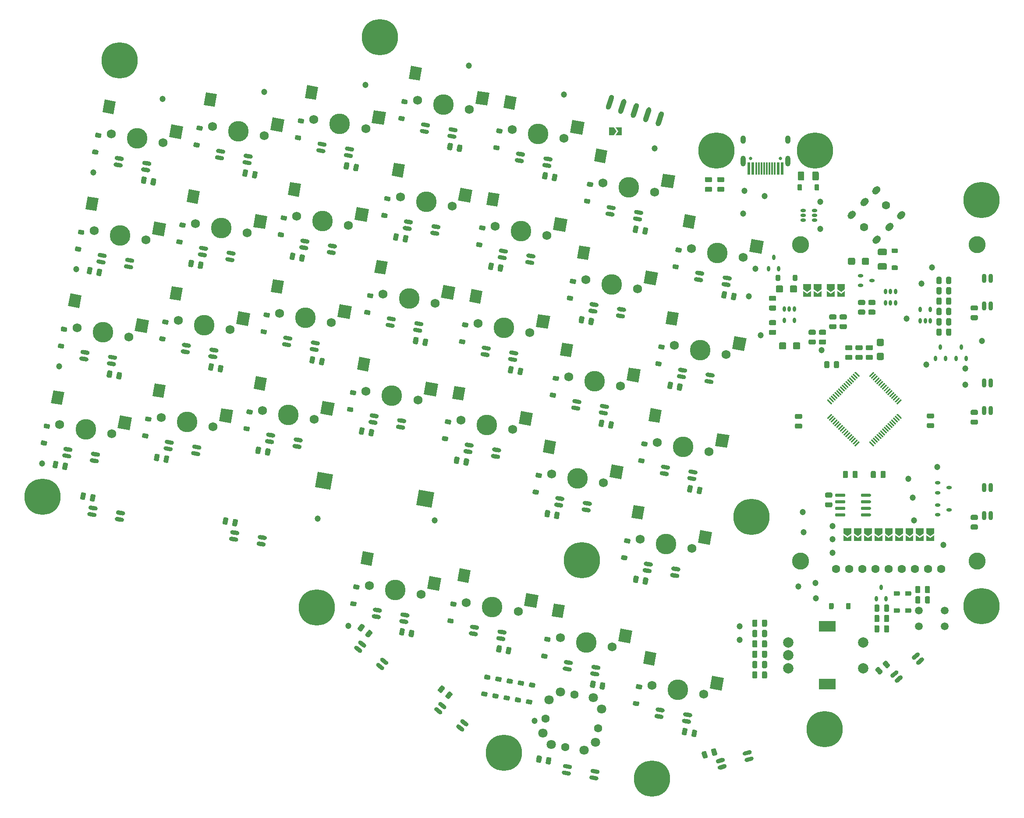
<source format=gbr>
G04 #@! TF.GenerationSoftware,KiCad,Pcbnew,(5.1.7)-1*
G04 #@! TF.CreationDate,2020-10-07T08:34:40+11:00*
G04 #@! TF.ProjectId,Djinn,446a696e-6e2e-46b6-9963-61645f706362,rev?*
G04 #@! TF.SameCoordinates,Original*
G04 #@! TF.FileFunction,Soldermask,Top*
G04 #@! TF.FilePolarity,Negative*
%FSLAX46Y46*%
G04 Gerber Fmt 4.6, Leading zero omitted, Abs format (unit mm)*
G04 Created by KiCad (PCBNEW (5.1.7)-1) date 2020-10-07 08:34:40*
%MOMM*%
%LPD*%
G01*
G04 APERTURE LIST*
%ADD10C,7.000000*%
%ADD11O,0.820000X1.800000*%
%ADD12C,2.000000*%
%ADD13R,3.200000X2.000000*%
%ADD14C,1.200000*%
%ADD15C,3.300000*%
%ADD16C,1.600000*%
%ADD17C,0.152400*%
%ADD18O,0.650000X1.060000*%
%ADD19O,1.000000X2.100000*%
%ADD20O,1.000000X1.600000*%
%ADD21R,0.570000X2.450000*%
%ADD22R,0.300000X2.450000*%
%ADD23C,0.650000*%
%ADD24O,1.060000X0.650000*%
%ADD25C,1.500000*%
%ADD26C,1.750000*%
%ADD27C,3.987800*%
%ADD28C,1.800000*%
G04 APERTURE END LIST*
D10*
X46966766Y19525432D03*
X99473603Y-123894915D03*
X163167435Y-90487880D03*
X34774198Y-90761447D03*
X163167435Y-11906299D03*
X111919220Y-2381261D03*
X130969300Y-2381260D03*
X85949668Y-81650102D03*
X-3381700Y15104253D03*
X-18267752Y-69318746D03*
X118708259Y-73245522D03*
X70919102Y-118896720D03*
X132900881Y-114300480D03*
G36*
G01*
X113935309Y-121362273D02*
X113935309Y-121362273D01*
G75*
G02*
X113653318Y-121868910I-394314J-112323D01*
G01*
X112710812Y-122137390D01*
G75*
G02*
X112204175Y-121855399I-112323J394314D01*
G01*
X112204175Y-121855399D01*
G75*
G02*
X112486166Y-121348762I394314J112323D01*
G01*
X113428672Y-121080282D01*
G75*
G02*
X113935309Y-121362273I112323J-394314D01*
G01*
G37*
G36*
G01*
X113584642Y-120131244D02*
X113584642Y-120131244D01*
G75*
G02*
X113302651Y-120637881I-394314J-112323D01*
G01*
X112360145Y-120906361D01*
G75*
G02*
X111853508Y-120624370I-112323J394314D01*
G01*
X111853508Y-120624370D01*
G75*
G02*
X112135499Y-120117733I394314J112323D01*
G01*
X113078005Y-119849253D01*
G75*
G02*
X113584642Y-120131244I112323J-394314D01*
G01*
G37*
G36*
G01*
X118778045Y-118651865D02*
X118778045Y-118651865D01*
G75*
G02*
X118496054Y-119158502I-394314J-112323D01*
G01*
X117553548Y-119426982D01*
G75*
G02*
X117046911Y-119144991I-112323J394314D01*
G01*
X117046911Y-119144991D01*
G75*
G02*
X117328902Y-118638354I394314J112323D01*
G01*
X118271408Y-118369874D01*
G75*
G02*
X118778045Y-118651865I112323J-394314D01*
G01*
G37*
G36*
G01*
X119128712Y-119882894D02*
X119128712Y-119882894D01*
G75*
G02*
X118846721Y-120389531I-394314J-112323D01*
G01*
X117904215Y-120658011D01*
G75*
G02*
X117397578Y-120376020I-112323J394314D01*
G01*
X117397578Y-120376020D01*
G75*
G02*
X117679569Y-119869383I394314J112323D01*
G01*
X118622075Y-119600903D01*
G75*
G02*
X119128712Y-119882894I112323J-394314D01*
G01*
G37*
G36*
G01*
X147861253Y-104041467D02*
X147861253Y-104041467D01*
G75*
G02*
X147810718Y-104619088I-314078J-263543D01*
G01*
X147059994Y-105249020D01*
G75*
G02*
X146482373Y-105198485I-263543J314078D01*
G01*
X146482373Y-105198485D01*
G75*
G02*
X146532908Y-104620864I314078J263543D01*
G01*
X147283632Y-103990932D01*
G75*
G02*
X147861253Y-104041467I263543J-314078D01*
G01*
G37*
G36*
G01*
X147038485Y-103060930D02*
X147038485Y-103060930D01*
G75*
G02*
X146987950Y-103638551I-314078J-263543D01*
G01*
X146237226Y-104268483D01*
G75*
G02*
X145659605Y-104217948I-263543J314078D01*
G01*
X145659605Y-104217948D01*
G75*
G02*
X145710140Y-103640327I314078J263543D01*
G01*
X146460864Y-103010395D01*
G75*
G02*
X147038485Y-103060930I263543J-314078D01*
G01*
G37*
G36*
G01*
X151175125Y-99589877D02*
X151175125Y-99589877D01*
G75*
G02*
X151124590Y-100167498I-314078J-263543D01*
G01*
X150373866Y-100797430D01*
G75*
G02*
X149796245Y-100746895I-263543J314078D01*
G01*
X149796245Y-100746895D01*
G75*
G02*
X149846780Y-100169274I314078J263543D01*
G01*
X150597504Y-99539342D01*
G75*
G02*
X151175125Y-99589877I263543J-314078D01*
G01*
G37*
G36*
G01*
X151997893Y-100570414D02*
X151997893Y-100570414D01*
G75*
G02*
X151947358Y-101148035I-314078J-263543D01*
G01*
X151196634Y-101777967D01*
G75*
G02*
X150619013Y-101727432I-263543J314078D01*
G01*
X150619013Y-101727432D01*
G75*
G02*
X150669548Y-101149811I314078J263543D01*
G01*
X151420272Y-100519879D01*
G75*
G02*
X151997893Y-100570414I263543J-314078D01*
G01*
G37*
G36*
G01*
X-7836939Y-72946142D02*
X-7836939Y-72946142D01*
G75*
G02*
X-8311906Y-73278717I-403771J71196D01*
G01*
X-9277018Y-73108541D01*
G75*
G02*
X-9609593Y-72633574I71196J403771D01*
G01*
X-9609593Y-72633574D01*
G75*
G02*
X-9134626Y-72300999I403771J-71196D01*
G01*
X-8169514Y-72471175D01*
G75*
G02*
X-7836939Y-72946142I-71196J-403771D01*
G01*
G37*
G36*
G01*
X-7614669Y-71685588D02*
X-7614669Y-71685588D01*
G75*
G02*
X-8089636Y-72018163I-403771J71196D01*
G01*
X-9054748Y-71847987D01*
G75*
G02*
X-9387323Y-71373020I71196J403771D01*
G01*
X-9387323Y-71373020D01*
G75*
G02*
X-8912356Y-71040445I403771J-71196D01*
G01*
X-7947244Y-71210621D01*
G75*
G02*
X-7614669Y-71685588I-71196J-403771D01*
G01*
G37*
G36*
G01*
X-2296707Y-72623288D02*
X-2296707Y-72623288D01*
G75*
G02*
X-2771674Y-72955863I-403771J71196D01*
G01*
X-3736786Y-72785687D01*
G75*
G02*
X-4069361Y-72310720I71196J403771D01*
G01*
X-4069361Y-72310720D01*
G75*
G02*
X-3594394Y-71978145I403771J-71196D01*
G01*
X-2629282Y-72148321D01*
G75*
G02*
X-2296707Y-72623288I-71196J-403771D01*
G01*
G37*
G36*
G01*
X-2518977Y-73883842D02*
X-2518977Y-73883842D01*
G75*
G02*
X-2993944Y-74216417I-403771J71196D01*
G01*
X-3959056Y-74046241D01*
G75*
G02*
X-4291631Y-73571274I71196J403771D01*
G01*
X-4291631Y-73571274D01*
G75*
G02*
X-3816664Y-73238699I403771J-71196D01*
G01*
X-2851552Y-73408875D01*
G75*
G02*
X-2518977Y-73883842I-71196J-403771D01*
G01*
G37*
G36*
G01*
X19547551Y-77708663D02*
X19547551Y-77708663D01*
G75*
G02*
X19072584Y-78041238I-403771J71196D01*
G01*
X18107472Y-77871062D01*
G75*
G02*
X17774897Y-77396095I71196J403771D01*
G01*
X17774897Y-77396095D01*
G75*
G02*
X18249864Y-77063520I403771J-71196D01*
G01*
X19214976Y-77233696D01*
G75*
G02*
X19547551Y-77708663I-71196J-403771D01*
G01*
G37*
G36*
G01*
X19769821Y-76448109D02*
X19769821Y-76448109D01*
G75*
G02*
X19294854Y-76780684I-403771J71196D01*
G01*
X18329742Y-76610508D01*
G75*
G02*
X17997167Y-76135541I71196J403771D01*
G01*
X17997167Y-76135541D01*
G75*
G02*
X18472134Y-75802966I403771J-71196D01*
G01*
X19437246Y-75973142D01*
G75*
G02*
X19769821Y-76448109I-71196J-403771D01*
G01*
G37*
G36*
G01*
X25087783Y-77385809D02*
X25087783Y-77385809D01*
G75*
G02*
X24612816Y-77718384I-403771J71196D01*
G01*
X23647704Y-77548208D01*
G75*
G02*
X23315129Y-77073241I71196J403771D01*
G01*
X23315129Y-77073241D01*
G75*
G02*
X23790096Y-76740666I403771J-71196D01*
G01*
X24755208Y-76910842D01*
G75*
G02*
X25087783Y-77385809I-71196J-403771D01*
G01*
G37*
G36*
G01*
X24865513Y-78646363D02*
X24865513Y-78646363D01*
G75*
G02*
X24390546Y-78978938I-403771J71196D01*
G01*
X23425434Y-78808762D01*
G75*
G02*
X23092859Y-78333795I71196J403771D01*
G01*
X23092859Y-78333795D01*
G75*
G02*
X23567826Y-78001220I403771J-71196D01*
G01*
X24532938Y-78171396D01*
G75*
G02*
X24865513Y-78646363I-71196J-403771D01*
G01*
G37*
G36*
G01*
X43431498Y-99409058D02*
X43431498Y-99409058D01*
G75*
G02*
X42855993Y-99479721I-323084J252421D01*
G01*
X42083743Y-98876373D01*
G75*
G02*
X42013080Y-98300868I252421J323084D01*
G01*
X42013080Y-98300868D01*
G75*
G02*
X42588585Y-98230205I323084J-252421D01*
G01*
X43360835Y-98833553D01*
G75*
G02*
X43431498Y-99409058I-252421J-323084D01*
G01*
G37*
G36*
G01*
X44219544Y-98400404D02*
X44219544Y-98400404D01*
G75*
G02*
X43644039Y-98471067I-323084J252421D01*
G01*
X42871789Y-97867719D01*
G75*
G02*
X42801126Y-97292214I252421J323084D01*
G01*
X42801126Y-97292214D01*
G75*
G02*
X43376631Y-97221551I323084J-252421D01*
G01*
X44148881Y-97824899D01*
G75*
G02*
X44219544Y-98400404I-252421J-323084D01*
G01*
G37*
G36*
G01*
X48474802Y-101724976D02*
X48474802Y-101724976D01*
G75*
G02*
X47899297Y-101795639I-323084J252421D01*
G01*
X47127047Y-101192291D01*
G75*
G02*
X47056384Y-100616786I252421J323084D01*
G01*
X47056384Y-100616786D01*
G75*
G02*
X47631889Y-100546123I323084J-252421D01*
G01*
X48404139Y-101149471D01*
G75*
G02*
X48474802Y-101724976I-252421J-323084D01*
G01*
G37*
G36*
G01*
X47686756Y-102733630D02*
X47686756Y-102733630D01*
G75*
G02*
X47111251Y-102804293I-323084J252421D01*
G01*
X46339001Y-102200945D01*
G75*
G02*
X46268338Y-101625440I252421J323084D01*
G01*
X46268338Y-101625440D01*
G75*
G02*
X46843843Y-101554777I323084J-252421D01*
G01*
X47616093Y-102158125D01*
G75*
G02*
X47686756Y-102733630I-252421J-323084D01*
G01*
G37*
G36*
G01*
X58909687Y-111315358D02*
X58909687Y-111315358D01*
G75*
G02*
X58334182Y-111386021I-323084J252421D01*
G01*
X57561932Y-110782673D01*
G75*
G02*
X57491269Y-110207168I252421J323084D01*
G01*
X57491269Y-110207168D01*
G75*
G02*
X58066774Y-110136505I323084J-252421D01*
G01*
X58839024Y-110739853D01*
G75*
G02*
X58909687Y-111315358I-252421J-323084D01*
G01*
G37*
G36*
G01*
X59697733Y-110306704D02*
X59697733Y-110306704D01*
G75*
G02*
X59122228Y-110377367I-323084J252421D01*
G01*
X58349978Y-109774019D01*
G75*
G02*
X58279315Y-109198514I252421J323084D01*
G01*
X58279315Y-109198514D01*
G75*
G02*
X58854820Y-109127851I323084J-252421D01*
G01*
X59627070Y-109731199D01*
G75*
G02*
X59697733Y-110306704I-252421J-323084D01*
G01*
G37*
G36*
G01*
X63952991Y-113631276D02*
X63952991Y-113631276D01*
G75*
G02*
X63377486Y-113701939I-323084J252421D01*
G01*
X62605236Y-113098591D01*
G75*
G02*
X62534573Y-112523086I252421J323084D01*
G01*
X62534573Y-112523086D01*
G75*
G02*
X63110078Y-112452423I323084J-252421D01*
G01*
X63882328Y-113055771D01*
G75*
G02*
X63952991Y-113631276I-252421J-323084D01*
G01*
G37*
G36*
G01*
X63164945Y-114639930D02*
X63164945Y-114639930D01*
G75*
G02*
X62589440Y-114710593I-323084J252421D01*
G01*
X61817190Y-114107245D01*
G75*
G02*
X61746527Y-113531740I252421J323084D01*
G01*
X61746527Y-113531740D01*
G75*
G02*
X62322032Y-113461077I323084J-252421D01*
G01*
X63094282Y-114064425D01*
G75*
G02*
X63164945Y-114639930I-252421J-323084D01*
G01*
G37*
G36*
G01*
X83841571Y-122952601D02*
X83841571Y-122952601D01*
G75*
G02*
X83366604Y-123285176I-403771J71196D01*
G01*
X82401492Y-123115000D01*
G75*
G02*
X82068917Y-122640033I71196J403771D01*
G01*
X82068917Y-122640033D01*
G75*
G02*
X82543884Y-122307458I403771J-71196D01*
G01*
X83508996Y-122477634D01*
G75*
G02*
X83841571Y-122952601I-71196J-403771D01*
G01*
G37*
G36*
G01*
X84063841Y-121692047D02*
X84063841Y-121692047D01*
G75*
G02*
X83588874Y-122024622I-403771J71196D01*
G01*
X82623762Y-121854446D01*
G75*
G02*
X82291187Y-121379479I71196J403771D01*
G01*
X82291187Y-121379479D01*
G75*
G02*
X82766154Y-121046904I403771J-71196D01*
G01*
X83731266Y-121217080D01*
G75*
G02*
X84063841Y-121692047I-71196J-403771D01*
G01*
G37*
G36*
G01*
X89381803Y-122629747D02*
X89381803Y-122629747D01*
G75*
G02*
X88906836Y-122962322I-403771J71196D01*
G01*
X87941724Y-122792146D01*
G75*
G02*
X87609149Y-122317179I71196J403771D01*
G01*
X87609149Y-122317179D01*
G75*
G02*
X88084116Y-121984604I403771J-71196D01*
G01*
X89049228Y-122154780D01*
G75*
G02*
X89381803Y-122629747I-71196J-403771D01*
G01*
G37*
G36*
G01*
X89159533Y-123890301D02*
X89159533Y-123890301D01*
G75*
G02*
X88684566Y-124222876I-403771J71196D01*
G01*
X87719454Y-124052700D01*
G75*
G02*
X87386879Y-123577733I71196J403771D01*
G01*
X87386879Y-123577733D01*
G75*
G02*
X87861846Y-123245158I403771J-71196D01*
G01*
X88826958Y-123415334D01*
G75*
G02*
X89159533Y-123890301I-71196J-403771D01*
G01*
G37*
D11*
X164946940Y-72947170D03*
X163666940Y-72947170D03*
X163666940Y-67547170D03*
X164946940Y-67547170D03*
X164946940Y-52706460D03*
X163666940Y-52706460D03*
X163666940Y-47306460D03*
X164946940Y-47306460D03*
X164946939Y-32465750D03*
X163666939Y-32465750D03*
X163666939Y-27065750D03*
X164946939Y-27065750D03*
D12*
X140350560Y-102512920D03*
X140350560Y-97512920D03*
D13*
X133350560Y-105612920D03*
X133350560Y-94412920D03*
D12*
X125850560Y-102512920D03*
X125850560Y-100012920D03*
X125850560Y-97512920D03*
D14*
X116400000Y-97000000D03*
X116400000Y-94400000D03*
X118200000Y-30600001D03*
X132300000Y-41000000D03*
X132000000Y-17500001D03*
X128600001Y-72300000D03*
X132000000Y-12300000D03*
X128800000Y-76200001D03*
X57486973Y-73910966D03*
X150100000Y-73900001D03*
X34900000Y-73600001D03*
X149900000Y-69500000D03*
X149000000Y-65900001D03*
X154600000Y-63600000D03*
X155800000Y-78700001D03*
X148700000Y-34900000D03*
X160000000Y-47700001D03*
X160000000Y-44500002D03*
X163300000Y-39200001D03*
X151600000Y-28100001D03*
X153591270Y-25003230D03*
X152500000Y-43800001D03*
X131100000Y-86000001D03*
X131200000Y-89000000D03*
X127800000Y-86700001D03*
X120500000Y-38100000D03*
X134400000Y-80200001D03*
X119500000Y-25200001D03*
X134400000Y-77600001D03*
X121300000Y-11200000D03*
X134400001Y-75000001D03*
X117400000Y-10200001D03*
G36*
G01*
X150375000Y-87756251D02*
X150375000Y-86843751D01*
G75*
G02*
X150618750Y-86600001I243750J0D01*
G01*
X151106250Y-86600001D01*
G75*
G02*
X151350000Y-86843751I0J-243750D01*
G01*
X151350000Y-87756251D01*
G75*
G02*
X151106250Y-88000001I-243750J0D01*
G01*
X150618750Y-88000001D01*
G75*
G02*
X150375000Y-87756251I0J243750D01*
G01*
G37*
G36*
G01*
X152250000Y-87756251D02*
X152250000Y-86843751D01*
G75*
G02*
X152493750Y-86600001I243750J0D01*
G01*
X152981250Y-86600001D01*
G75*
G02*
X153225000Y-86843751I0J-243750D01*
G01*
X153225000Y-87756251D01*
G75*
G02*
X152981250Y-88000001I-243750J0D01*
G01*
X152493750Y-88000001D01*
G75*
G02*
X152250000Y-87756251I0J243750D01*
G01*
G37*
G36*
G01*
X122343750Y-37050003D02*
X123256250Y-37050003D01*
G75*
G02*
X123500000Y-37293753I0J-243750D01*
G01*
X123500000Y-37781253D01*
G75*
G02*
X123256250Y-38025003I-243750J0D01*
G01*
X122343750Y-38025003D01*
G75*
G02*
X122100000Y-37781253I0J243750D01*
G01*
X122100000Y-37293753D01*
G75*
G02*
X122343750Y-37050003I243750J0D01*
G01*
G37*
G36*
G01*
X122343750Y-35175003D02*
X123256250Y-35175003D01*
G75*
G02*
X123500000Y-35418753I0J-243750D01*
G01*
X123500000Y-35906253D01*
G75*
G02*
X123256250Y-36150003I-243750J0D01*
G01*
X122343750Y-36150003D01*
G75*
G02*
X122100000Y-35906253I0J243750D01*
G01*
X122100000Y-35418753D01*
G75*
G02*
X122343750Y-35175003I243750J0D01*
G01*
G37*
G36*
G01*
X122343750Y-32350001D02*
X123256250Y-32350001D01*
G75*
G02*
X123500000Y-32593751I0J-243750D01*
G01*
X123500000Y-33081251D01*
G75*
G02*
X123256250Y-33325001I-243750J0D01*
G01*
X122343750Y-33325001D01*
G75*
G02*
X122100000Y-33081251I0J243750D01*
G01*
X122100000Y-32593751D01*
G75*
G02*
X122343750Y-32350001I243750J0D01*
G01*
G37*
G36*
G01*
X122343750Y-30475001D02*
X123256250Y-30475001D01*
G75*
G02*
X123500000Y-30718751I0J-243750D01*
G01*
X123500000Y-31206251D01*
G75*
G02*
X123256250Y-31450001I-243750J0D01*
G01*
X122343750Y-31450001D01*
G75*
G02*
X122100000Y-31206251I0J243750D01*
G01*
X122100000Y-30718751D01*
G75*
G02*
X122343750Y-30475001I243750J0D01*
G01*
G37*
G36*
G01*
X127600000Y-26625001D02*
X127600000Y-27375001D01*
G75*
G02*
X127375000Y-27600001I-225000J0D01*
G01*
X126925000Y-27600001D01*
G75*
G02*
X126700000Y-27375001I0J225000D01*
G01*
X126700000Y-26625001D01*
G75*
G02*
X126925000Y-26400001I225000J0D01*
G01*
X127375000Y-26400001D01*
G75*
G02*
X127600000Y-26625001I0J-225000D01*
G01*
G37*
G36*
G01*
X124300000Y-26625001D02*
X124300000Y-27375001D01*
G75*
G02*
X124075000Y-27600001I-225000J0D01*
G01*
X123625000Y-27600001D01*
G75*
G02*
X123400000Y-27375001I0J225000D01*
G01*
X123400000Y-26625001D01*
G75*
G02*
X123625000Y-26400001I225000J0D01*
G01*
X124075000Y-26400001D01*
G75*
G02*
X124300000Y-26625001I0J-225000D01*
G01*
G37*
G36*
G01*
X96139182Y-108845248D02*
X96877788Y-108975484D01*
G75*
G02*
X97060299Y-109236137I-39071J-221582D01*
G01*
X96982157Y-109679301D01*
G75*
G02*
X96721504Y-109861812I-221582J39071D01*
G01*
X95982898Y-109731576D01*
G75*
G02*
X95800387Y-109470923I39071J221582D01*
G01*
X95878529Y-109027759D01*
G75*
G02*
X96139182Y-108845248I221582J-39071D01*
G01*
G37*
G36*
G01*
X96712221Y-105595382D02*
X97450827Y-105725618D01*
G75*
G02*
X97633338Y-105986271I-39071J-221582D01*
G01*
X97555196Y-106429435D01*
G75*
G02*
X97294543Y-106611946I-221582J39071D01*
G01*
X96555937Y-106481710D01*
G75*
G02*
X96373426Y-106221057I39071J221582D01*
G01*
X96451568Y-105777893D01*
G75*
G02*
X96712221Y-105595382I221582J-39071D01*
G01*
G37*
G36*
G01*
X78412269Y-99674528D02*
X79150875Y-99804764D01*
G75*
G02*
X79333386Y-100065417I-39071J-221582D01*
G01*
X79255244Y-100508581D01*
G75*
G02*
X78994591Y-100691092I-221582J39071D01*
G01*
X78255985Y-100560856D01*
G75*
G02*
X78073474Y-100300203I39071J221582D01*
G01*
X78151616Y-99857039D01*
G75*
G02*
X78412269Y-99674528I221582J-39071D01*
G01*
G37*
G36*
G01*
X78985308Y-96424662D02*
X79723914Y-96554898D01*
G75*
G02*
X79906425Y-96815551I-39071J-221582D01*
G01*
X79828283Y-97258715D01*
G75*
G02*
X79567630Y-97441226I-221582J39071D01*
G01*
X78829024Y-97310990D01*
G75*
G02*
X78646513Y-97050337I39071J221582D01*
G01*
X78724655Y-96607173D01*
G75*
G02*
X78985308Y-96424662I221582J-39071D01*
G01*
G37*
G36*
G01*
X60271853Y-92848892D02*
X61010459Y-92979128D01*
G75*
G02*
X61192970Y-93239781I-39071J-221582D01*
G01*
X61114828Y-93682945D01*
G75*
G02*
X60854175Y-93865456I-221582J39071D01*
G01*
X60115569Y-93735220D01*
G75*
G02*
X59933058Y-93474567I39071J221582D01*
G01*
X60011200Y-93031403D01*
G75*
G02*
X60271853Y-92848892I221582J-39071D01*
G01*
G37*
G36*
G01*
X60844892Y-89599026D02*
X61583498Y-89729262D01*
G75*
G02*
X61766009Y-89989915I-39071J-221582D01*
G01*
X61687867Y-90433079D01*
G75*
G02*
X61427214Y-90615590I-221582J39071D01*
G01*
X60688608Y-90485354D01*
G75*
G02*
X60506097Y-90224701I39071J221582D01*
G01*
X60584239Y-89781537D01*
G75*
G02*
X60844892Y-89599026I221582J-39071D01*
G01*
G37*
G36*
G01*
X41511188Y-89540879D02*
X42249794Y-89671115D01*
G75*
G02*
X42432305Y-89931768I-39071J-221582D01*
G01*
X42354163Y-90374932D01*
G75*
G02*
X42093510Y-90557443I-221582J39071D01*
G01*
X41354904Y-90427207D01*
G75*
G02*
X41172393Y-90166554I39071J221582D01*
G01*
X41250535Y-89723390D01*
G75*
G02*
X41511188Y-89540879I221582J-39071D01*
G01*
G37*
G36*
G01*
X42084227Y-86291013D02*
X42822833Y-86421249D01*
G75*
G02*
X43005344Y-86681902I-39071J-221582D01*
G01*
X42927202Y-87125066D01*
G75*
G02*
X42666549Y-87307577I-221582J39071D01*
G01*
X41927943Y-87177341D01*
G75*
G02*
X41745432Y-86916688I39071J221582D01*
G01*
X41823574Y-86473524D01*
G75*
G02*
X42084227Y-86291013I221582J-39071D01*
G01*
G37*
G36*
G01*
X93859197Y-80636287D02*
X94597803Y-80766523D01*
G75*
G02*
X94780314Y-81027176I-39071J-221582D01*
G01*
X94702172Y-81470340D01*
G75*
G02*
X94441519Y-81652851I-221582J39071D01*
G01*
X93702913Y-81522615D01*
G75*
G02*
X93520402Y-81261962I39071J221582D01*
G01*
X93598544Y-80818798D01*
G75*
G02*
X93859197Y-80636287I221582J-39071D01*
G01*
G37*
G36*
G01*
X94432236Y-77386421D02*
X95170842Y-77516657D01*
G75*
G02*
X95353353Y-77777310I-39071J-221582D01*
G01*
X95275211Y-78220474D01*
G75*
G02*
X95014558Y-78402985I-221582J39071D01*
G01*
X94275952Y-78272749D01*
G75*
G02*
X94093441Y-78012096I39071J221582D01*
G01*
X94171583Y-77568932D01*
G75*
G02*
X94432236Y-77386421I221582J-39071D01*
G01*
G37*
G36*
G01*
X76752538Y-67947941D02*
X77491144Y-68078177D01*
G75*
G02*
X77673655Y-68338830I-39071J-221582D01*
G01*
X77595513Y-68781994D01*
G75*
G02*
X77334860Y-68964505I-221582J39071D01*
G01*
X76596254Y-68834269D01*
G75*
G02*
X76413743Y-68573616I39071J221582D01*
G01*
X76491885Y-68130452D01*
G75*
G02*
X76752538Y-67947941I221582J-39071D01*
G01*
G37*
G36*
G01*
X77325577Y-64698075D02*
X78064183Y-64828311D01*
G75*
G02*
X78246694Y-65088964I-39071J-221582D01*
G01*
X78168552Y-65532128D01*
G75*
G02*
X77907899Y-65714639I-221582J39071D01*
G01*
X77169293Y-65584403D01*
G75*
G02*
X76986782Y-65323750I39071J221582D01*
G01*
X77064924Y-64880586D01*
G75*
G02*
X77325577Y-64698075I221582J-39071D01*
G01*
G37*
G36*
G01*
X59232374Y-57604679D02*
X59970980Y-57734915D01*
G75*
G02*
X60153491Y-57995568I-39071J-221582D01*
G01*
X60075349Y-58438732D01*
G75*
G02*
X59814696Y-58621243I-221582J39071D01*
G01*
X59076090Y-58491007D01*
G75*
G02*
X58893579Y-58230354I39071J221582D01*
G01*
X58971721Y-57787190D01*
G75*
G02*
X59232374Y-57604679I221582J-39071D01*
G01*
G37*
G36*
G01*
X59805413Y-54354813D02*
X60544019Y-54485049D01*
G75*
G02*
X60726530Y-54745702I-39071J-221582D01*
G01*
X60648388Y-55188866D01*
G75*
G02*
X60387735Y-55371377I-221582J39071D01*
G01*
X59649129Y-55241141D01*
G75*
G02*
X59466618Y-54980488I39071J221582D01*
G01*
X59544760Y-54537324D01*
G75*
G02*
X59805413Y-54354813I221582J-39071D01*
G01*
G37*
G36*
G01*
X40885210Y-51951584D02*
X41623816Y-52081820D01*
G75*
G02*
X41806327Y-52342473I-39071J-221582D01*
G01*
X41728185Y-52785637D01*
G75*
G02*
X41467532Y-52968148I-221582J39071D01*
G01*
X40728926Y-52837912D01*
G75*
G02*
X40546415Y-52577259I39071J221582D01*
G01*
X40624557Y-52134095D01*
G75*
G02*
X40885210Y-51951584I221582J-39071D01*
G01*
G37*
G36*
G01*
X41458249Y-48701718D02*
X42196855Y-48831954D01*
G75*
G02*
X42379366Y-49092607I-39071J-221582D01*
G01*
X42301224Y-49535771D01*
G75*
G02*
X42040571Y-49718282I-221582J39071D01*
G01*
X41301965Y-49588046D01*
G75*
G02*
X41119454Y-49327393I39071J221582D01*
G01*
X41197596Y-48884229D01*
G75*
G02*
X41458249Y-48701718I221582J-39071D01*
G01*
G37*
G36*
G01*
X20884040Y-55678824D02*
X21622646Y-55809060D01*
G75*
G02*
X21805157Y-56069713I-39071J-221582D01*
G01*
X21727015Y-56512877D01*
G75*
G02*
X21466362Y-56695388I-221582J39071D01*
G01*
X20727756Y-56565152D01*
G75*
G02*
X20545245Y-56304499I39071J221582D01*
G01*
X20623387Y-55861335D01*
G75*
G02*
X20884040Y-55678824I221582J-39071D01*
G01*
G37*
G36*
G01*
X21457079Y-52428958D02*
X22195685Y-52559194D01*
G75*
G02*
X22378196Y-52819847I-39071J-221582D01*
G01*
X22300054Y-53263011D01*
G75*
G02*
X22039401Y-53445522I-221582J39071D01*
G01*
X21300795Y-53315286D01*
G75*
G02*
X21118284Y-53054633I39071J221582D01*
G01*
X21196426Y-52611469D01*
G75*
G02*
X21457079Y-52428958I221582J-39071D01*
G01*
G37*
G36*
G01*
X1296369Y-57060977D02*
X2034975Y-57191213D01*
G75*
G02*
X2217486Y-57451866I-39071J-221582D01*
G01*
X2139344Y-57895030D01*
G75*
G02*
X1878691Y-58077541I-221582J39071D01*
G01*
X1140085Y-57947305D01*
G75*
G02*
X957574Y-57686652I39071J221582D01*
G01*
X1035716Y-57243488D01*
G75*
G02*
X1296369Y-57060977I221582J-39071D01*
G01*
G37*
G36*
G01*
X1869408Y-53811111D02*
X2608014Y-53941347D01*
G75*
G02*
X2790525Y-54202000I-39071J-221582D01*
G01*
X2712383Y-54645164D01*
G75*
G02*
X2451730Y-54827675I-221582J39071D01*
G01*
X1713124Y-54697439D01*
G75*
G02*
X1530613Y-54436786I39071J221582D01*
G01*
X1608755Y-53993622D01*
G75*
G02*
X1869408Y-53811111I221582J-39071D01*
G01*
G37*
G36*
G01*
X-18291299Y-58443132D02*
X-17552693Y-58573368D01*
G75*
G02*
X-17370182Y-58834021I-39071J-221582D01*
G01*
X-17448324Y-59277185D01*
G75*
G02*
X-17708977Y-59459696I-221582J39071D01*
G01*
X-18447583Y-59329460D01*
G75*
G02*
X-18630094Y-59068807I39071J221582D01*
G01*
X-18551952Y-58625643D01*
G75*
G02*
X-18291299Y-58443132I221582J-39071D01*
G01*
G37*
G36*
G01*
X-17718260Y-55193266D02*
X-16979654Y-55323502D01*
G75*
G02*
X-16797143Y-55584155I-39071J-221582D01*
G01*
X-16875285Y-56027319D01*
G75*
G02*
X-17135938Y-56209830I-221582J39071D01*
G01*
X-17874544Y-56079594D01*
G75*
G02*
X-18057055Y-55818941I39071J221582D01*
G01*
X-17978913Y-55375777D01*
G75*
G02*
X-17718260Y-55193266I221582J-39071D01*
G01*
G37*
G36*
G01*
X97167210Y-61875619D02*
X97905816Y-62005855D01*
G75*
G02*
X98088327Y-62266508I-39071J-221582D01*
G01*
X98010185Y-62709672D01*
G75*
G02*
X97749532Y-62892183I-221582J39071D01*
G01*
X97010926Y-62761947D01*
G75*
G02*
X96828415Y-62501294I39071J221582D01*
G01*
X96906557Y-62058130D01*
G75*
G02*
X97167210Y-61875619I221582J-39071D01*
G01*
G37*
G36*
G01*
X97740249Y-58625753D02*
X98478855Y-58755989D01*
G75*
G02*
X98661366Y-59016642I-39071J-221582D01*
G01*
X98583224Y-59459806D01*
G75*
G02*
X98322571Y-59642317I-221582J39071D01*
G01*
X97583965Y-59512081D01*
G75*
G02*
X97401454Y-59251428I39071J221582D01*
G01*
X97479596Y-58808264D01*
G75*
G02*
X97740249Y-58625753I221582J-39071D01*
G01*
G37*
G36*
G01*
X80060548Y-49187274D02*
X80799154Y-49317510D01*
G75*
G02*
X80981665Y-49578163I-39071J-221582D01*
G01*
X80903523Y-50021327D01*
G75*
G02*
X80642870Y-50203838I-221582J39071D01*
G01*
X79904264Y-50073602D01*
G75*
G02*
X79721753Y-49812949I39071J221582D01*
G01*
X79799895Y-49369785D01*
G75*
G02*
X80060548Y-49187274I221582J-39071D01*
G01*
G37*
G36*
G01*
X80633587Y-45937408D02*
X81372193Y-46067644D01*
G75*
G02*
X81554704Y-46328297I-39071J-221582D01*
G01*
X81476562Y-46771461D01*
G75*
G02*
X81215909Y-46953972I-221582J39071D01*
G01*
X80477303Y-46823736D01*
G75*
G02*
X80294792Y-46563083I39071J221582D01*
G01*
X80372934Y-46119919D01*
G75*
G02*
X80633587Y-45937408I221582J-39071D01*
G01*
G37*
G36*
G01*
X62540386Y-38844014D02*
X63278992Y-38974250D01*
G75*
G02*
X63461503Y-39234903I-39071J-221582D01*
G01*
X63383361Y-39678067D01*
G75*
G02*
X63122708Y-39860578I-221582J39071D01*
G01*
X62384102Y-39730342D01*
G75*
G02*
X62201591Y-39469689I39071J221582D01*
G01*
X62279733Y-39026525D01*
G75*
G02*
X62540386Y-38844014I221582J-39071D01*
G01*
G37*
G36*
G01*
X63113425Y-35594148D02*
X63852031Y-35724384D01*
G75*
G02*
X64034542Y-35985037I-39071J-221582D01*
G01*
X63956400Y-36428201D01*
G75*
G02*
X63695747Y-36610712I-221582J39071D01*
G01*
X62957141Y-36480476D01*
G75*
G02*
X62774630Y-36219823I39071J221582D01*
G01*
X62852772Y-35776659D01*
G75*
G02*
X63113425Y-35594148I221582J-39071D01*
G01*
G37*
G36*
G01*
X44193221Y-33190919D02*
X44931827Y-33321155D01*
G75*
G02*
X45114338Y-33581808I-39071J-221582D01*
G01*
X45036196Y-34024972D01*
G75*
G02*
X44775543Y-34207483I-221582J39071D01*
G01*
X44036937Y-34077247D01*
G75*
G02*
X43854426Y-33816594I39071J221582D01*
G01*
X43932568Y-33373430D01*
G75*
G02*
X44193221Y-33190919I221582J-39071D01*
G01*
G37*
G36*
G01*
X44766260Y-29941053D02*
X45504866Y-30071289D01*
G75*
G02*
X45687377Y-30331942I-39071J-221582D01*
G01*
X45609235Y-30775106D01*
G75*
G02*
X45348582Y-30957617I-221582J39071D01*
G01*
X44609976Y-30827381D01*
G75*
G02*
X44427465Y-30566728I39071J221582D01*
G01*
X44505607Y-30123564D01*
G75*
G02*
X44766260Y-29941053I221582J-39071D01*
G01*
G37*
G36*
G01*
X24192050Y-36918156D02*
X24930656Y-37048392D01*
G75*
G02*
X25113167Y-37309045I-39071J-221582D01*
G01*
X25035025Y-37752209D01*
G75*
G02*
X24774372Y-37934720I-221582J39071D01*
G01*
X24035766Y-37804484D01*
G75*
G02*
X23853255Y-37543831I39071J221582D01*
G01*
X23931397Y-37100667D01*
G75*
G02*
X24192050Y-36918156I221582J-39071D01*
G01*
G37*
G36*
G01*
X24765089Y-33668290D02*
X25503695Y-33798526D01*
G75*
G02*
X25686206Y-34059179I-39071J-221582D01*
G01*
X25608064Y-34502343D01*
G75*
G02*
X25347411Y-34684854I-221582J39071D01*
G01*
X24608805Y-34554618D01*
G75*
G02*
X24426294Y-34293965I39071J221582D01*
G01*
X24504436Y-33850801D01*
G75*
G02*
X24765089Y-33668290I221582J-39071D01*
G01*
G37*
G36*
G01*
X4604382Y-38300310D02*
X5342988Y-38430546D01*
G75*
G02*
X5525499Y-38691199I-39071J-221582D01*
G01*
X5447357Y-39134363D01*
G75*
G02*
X5186704Y-39316874I-221582J39071D01*
G01*
X4448098Y-39186638D01*
G75*
G02*
X4265587Y-38925985I39071J221582D01*
G01*
X4343729Y-38482821D01*
G75*
G02*
X4604382Y-38300310I221582J-39071D01*
G01*
G37*
G36*
G01*
X5177421Y-35050444D02*
X5916027Y-35180680D01*
G75*
G02*
X6098538Y-35441333I-39071J-221582D01*
G01*
X6020396Y-35884497D01*
G75*
G02*
X5759743Y-36067008I-221582J39071D01*
G01*
X5021137Y-35936772D01*
G75*
G02*
X4838626Y-35676119I39071J221582D01*
G01*
X4916768Y-35232955D01*
G75*
G02*
X5177421Y-35050444I221582J-39071D01*
G01*
G37*
G36*
G01*
X-14983287Y-39682465D02*
X-14244681Y-39812701D01*
G75*
G02*
X-14062170Y-40073354I-39071J-221582D01*
G01*
X-14140312Y-40516518D01*
G75*
G02*
X-14400965Y-40699029I-221582J39071D01*
G01*
X-15139571Y-40568793D01*
G75*
G02*
X-15322082Y-40308140I39071J221582D01*
G01*
X-15243940Y-39864976D01*
G75*
G02*
X-14983287Y-39682465I221582J-39071D01*
G01*
G37*
G36*
G01*
X-14410248Y-36432599D02*
X-13671642Y-36562835D01*
G75*
G02*
X-13489131Y-36823488I-39071J-221582D01*
G01*
X-13567273Y-37266652D01*
G75*
G02*
X-13827926Y-37449163I-221582J39071D01*
G01*
X-14566532Y-37318927D01*
G75*
G02*
X-14749043Y-37058274I39071J221582D01*
G01*
X-14670901Y-36615110D01*
G75*
G02*
X-14410248Y-36432599I221582J-39071D01*
G01*
G37*
G36*
G01*
X100475222Y-43114953D02*
X101213828Y-43245189D01*
G75*
G02*
X101396339Y-43505842I-39071J-221582D01*
G01*
X101318197Y-43949006D01*
G75*
G02*
X101057544Y-44131517I-221582J39071D01*
G01*
X100318938Y-44001281D01*
G75*
G02*
X100136427Y-43740628I39071J221582D01*
G01*
X100214569Y-43297464D01*
G75*
G02*
X100475222Y-43114953I221582J-39071D01*
G01*
G37*
G36*
G01*
X101048261Y-39865087D02*
X101786867Y-39995323D01*
G75*
G02*
X101969378Y-40255976I-39071J-221582D01*
G01*
X101891236Y-40699140D01*
G75*
G02*
X101630583Y-40881651I-221582J39071D01*
G01*
X100891977Y-40751415D01*
G75*
G02*
X100709466Y-40490762I39071J221582D01*
G01*
X100787608Y-40047598D01*
G75*
G02*
X101048261Y-39865087I221582J-39071D01*
G01*
G37*
G36*
G01*
X83368561Y-30426608D02*
X84107167Y-30556844D01*
G75*
G02*
X84289678Y-30817497I-39071J-221582D01*
G01*
X84211536Y-31260661D01*
G75*
G02*
X83950883Y-31443172I-221582J39071D01*
G01*
X83212277Y-31312936D01*
G75*
G02*
X83029766Y-31052283I39071J221582D01*
G01*
X83107908Y-30609119D01*
G75*
G02*
X83368561Y-30426608I221582J-39071D01*
G01*
G37*
G36*
G01*
X83941600Y-27176742D02*
X84680206Y-27306978D01*
G75*
G02*
X84862717Y-27567631I-39071J-221582D01*
G01*
X84784575Y-28010795D01*
G75*
G02*
X84523922Y-28193306I-221582J39071D01*
G01*
X83785316Y-28063070D01*
G75*
G02*
X83602805Y-27802417I39071J221582D01*
G01*
X83680947Y-27359253D01*
G75*
G02*
X83941600Y-27176742I221582J-39071D01*
G01*
G37*
G36*
G01*
X65848399Y-20083346D02*
X66587005Y-20213582D01*
G75*
G02*
X66769516Y-20474235I-39071J-221582D01*
G01*
X66691374Y-20917399D01*
G75*
G02*
X66430721Y-21099910I-221582J39071D01*
G01*
X65692115Y-20969674D01*
G75*
G02*
X65509604Y-20709021I39071J221582D01*
G01*
X65587746Y-20265857D01*
G75*
G02*
X65848399Y-20083346I221582J-39071D01*
G01*
G37*
G36*
G01*
X66421438Y-16833480D02*
X67160044Y-16963716D01*
G75*
G02*
X67342555Y-17224369I-39071J-221582D01*
G01*
X67264413Y-17667533D01*
G75*
G02*
X67003760Y-17850044I-221582J39071D01*
G01*
X66265154Y-17719808D01*
G75*
G02*
X66082643Y-17459155I39071J221582D01*
G01*
X66160785Y-17015991D01*
G75*
G02*
X66421438Y-16833480I221582J-39071D01*
G01*
G37*
G36*
G01*
X47501234Y-14430251D02*
X48239840Y-14560487D01*
G75*
G02*
X48422351Y-14821140I-39071J-221582D01*
G01*
X48344209Y-15264304D01*
G75*
G02*
X48083556Y-15446815I-221582J39071D01*
G01*
X47344950Y-15316579D01*
G75*
G02*
X47162439Y-15055926I39071J221582D01*
G01*
X47240581Y-14612762D01*
G75*
G02*
X47501234Y-14430251I221582J-39071D01*
G01*
G37*
G36*
G01*
X48074273Y-11180385D02*
X48812879Y-11310621D01*
G75*
G02*
X48995390Y-11571274I-39071J-221582D01*
G01*
X48917248Y-12014438D01*
G75*
G02*
X48656595Y-12196949I-221582J39071D01*
G01*
X47917989Y-12066713D01*
G75*
G02*
X47735478Y-11806060I39071J221582D01*
G01*
X47813620Y-11362896D01*
G75*
G02*
X48074273Y-11180385I221582J-39071D01*
G01*
G37*
G36*
G01*
X27500063Y-18157491D02*
X28238669Y-18287727D01*
G75*
G02*
X28421180Y-18548380I-39071J-221582D01*
G01*
X28343038Y-18991544D01*
G75*
G02*
X28082385Y-19174055I-221582J39071D01*
G01*
X27343779Y-19043819D01*
G75*
G02*
X27161268Y-18783166I39071J221582D01*
G01*
X27239410Y-18340002D01*
G75*
G02*
X27500063Y-18157491I221582J-39071D01*
G01*
G37*
G36*
G01*
X28073102Y-14907625D02*
X28811708Y-15037861D01*
G75*
G02*
X28994219Y-15298514I-39071J-221582D01*
G01*
X28916077Y-15741678D01*
G75*
G02*
X28655424Y-15924189I-221582J39071D01*
G01*
X27916818Y-15793953D01*
G75*
G02*
X27734307Y-15533300I39071J221582D01*
G01*
X27812449Y-15090136D01*
G75*
G02*
X28073102Y-14907625I221582J-39071D01*
G01*
G37*
G36*
G01*
X7912396Y-19539646D02*
X8651002Y-19669882D01*
G75*
G02*
X8833513Y-19930535I-39071J-221582D01*
G01*
X8755371Y-20373699D01*
G75*
G02*
X8494718Y-20556210I-221582J39071D01*
G01*
X7756112Y-20425974D01*
G75*
G02*
X7573601Y-20165321I39071J221582D01*
G01*
X7651743Y-19722157D01*
G75*
G02*
X7912396Y-19539646I221582J-39071D01*
G01*
G37*
G36*
G01*
X8485435Y-16289780D02*
X9224041Y-16420016D01*
G75*
G02*
X9406552Y-16680669I-39071J-221582D01*
G01*
X9328410Y-17123833D01*
G75*
G02*
X9067757Y-17306344I-221582J39071D01*
G01*
X8329151Y-17176108D01*
G75*
G02*
X8146640Y-16915455I39071J221582D01*
G01*
X8224782Y-16472291D01*
G75*
G02*
X8485435Y-16289780I221582J-39071D01*
G01*
G37*
G36*
G01*
X-11675277Y-20921799D02*
X-10936671Y-21052035D01*
G75*
G02*
X-10754160Y-21312688I-39071J-221582D01*
G01*
X-10832302Y-21755852D01*
G75*
G02*
X-11092955Y-21938363I-221582J39071D01*
G01*
X-11831561Y-21808127D01*
G75*
G02*
X-12014072Y-21547474I39071J221582D01*
G01*
X-11935930Y-21104310D01*
G75*
G02*
X-11675277Y-20921799I221582J-39071D01*
G01*
G37*
G36*
G01*
X-11102238Y-17671933D02*
X-10363632Y-17802169D01*
G75*
G02*
X-10181121Y-18062822I-39071J-221582D01*
G01*
X-10259263Y-18505986D01*
G75*
G02*
X-10519916Y-18688497I-221582J39071D01*
G01*
X-11258522Y-18558261D01*
G75*
G02*
X-11441033Y-18297608I39071J221582D01*
G01*
X-11362891Y-17854444D01*
G75*
G02*
X-11102238Y-17671933I221582J-39071D01*
G01*
G37*
G36*
G01*
X103783232Y-24354285D02*
X104521838Y-24484521D01*
G75*
G02*
X104704349Y-24745174I-39071J-221582D01*
G01*
X104626207Y-25188338D01*
G75*
G02*
X104365554Y-25370849I-221582J39071D01*
G01*
X103626948Y-25240613D01*
G75*
G02*
X103444437Y-24979960I39071J221582D01*
G01*
X103522579Y-24536796D01*
G75*
G02*
X103783232Y-24354285I221582J-39071D01*
G01*
G37*
G36*
G01*
X104356271Y-21104419D02*
X105094877Y-21234655D01*
G75*
G02*
X105277388Y-21495308I-39071J-221582D01*
G01*
X105199246Y-21938472D01*
G75*
G02*
X104938593Y-22120983I-221582J39071D01*
G01*
X104199987Y-21990747D01*
G75*
G02*
X104017476Y-21730094I39071J221582D01*
G01*
X104095618Y-21286930D01*
G75*
G02*
X104356271Y-21104419I221582J-39071D01*
G01*
G37*
G36*
G01*
X86676573Y-11665941D02*
X87415179Y-11796177D01*
G75*
G02*
X87597690Y-12056830I-39071J-221582D01*
G01*
X87519548Y-12499994D01*
G75*
G02*
X87258895Y-12682505I-221582J39071D01*
G01*
X86520289Y-12552269D01*
G75*
G02*
X86337778Y-12291616I39071J221582D01*
G01*
X86415920Y-11848452D01*
G75*
G02*
X86676573Y-11665941I221582J-39071D01*
G01*
G37*
G36*
G01*
X87249612Y-8416075D02*
X87988218Y-8546311D01*
G75*
G02*
X88170729Y-8806964I-39071J-221582D01*
G01*
X88092587Y-9250128D01*
G75*
G02*
X87831934Y-9432639I-221582J39071D01*
G01*
X87093328Y-9302403D01*
G75*
G02*
X86910817Y-9041750I39071J221582D01*
G01*
X86988959Y-8598586D01*
G75*
G02*
X87249612Y-8416075I221582J-39071D01*
G01*
G37*
G36*
G01*
X69156411Y-1322680D02*
X69895017Y-1452916D01*
G75*
G02*
X70077528Y-1713569I-39071J-221582D01*
G01*
X69999386Y-2156733D01*
G75*
G02*
X69738733Y-2339244I-221582J39071D01*
G01*
X69000127Y-2209008D01*
G75*
G02*
X68817616Y-1948355I39071J221582D01*
G01*
X68895758Y-1505191D01*
G75*
G02*
X69156411Y-1322680I221582J-39071D01*
G01*
G37*
G36*
G01*
X69729450Y1927186D02*
X70468056Y1796950D01*
G75*
G02*
X70650567Y1536297I-39071J-221582D01*
G01*
X70572425Y1093133D01*
G75*
G02*
X70311772Y910622I-221582J39071D01*
G01*
X69573166Y1040858D01*
G75*
G02*
X69390655Y1301511I39071J221582D01*
G01*
X69468797Y1744675D01*
G75*
G02*
X69729450Y1927186I221582J-39071D01*
G01*
G37*
G36*
G01*
X50809246Y4330415D02*
X51547852Y4200179D01*
G75*
G02*
X51730363Y3939526I-39071J-221582D01*
G01*
X51652221Y3496362D01*
G75*
G02*
X51391568Y3313851I-221582J39071D01*
G01*
X50652962Y3444087D01*
G75*
G02*
X50470451Y3704740I39071J221582D01*
G01*
X50548593Y4147904D01*
G75*
G02*
X50809246Y4330415I221582J-39071D01*
G01*
G37*
G36*
G01*
X51382285Y7580281D02*
X52120891Y7450045D01*
G75*
G02*
X52303402Y7189392I-39071J-221582D01*
G01*
X52225260Y6746228D01*
G75*
G02*
X51964607Y6563717I-221582J39071D01*
G01*
X51226001Y6693953D01*
G75*
G02*
X51043490Y6954606I39071J221582D01*
G01*
X51121632Y7397770D01*
G75*
G02*
X51382285Y7580281I221582J-39071D01*
G01*
G37*
G36*
G01*
X30808075Y603178D02*
X31546681Y472942D01*
G75*
G02*
X31729192Y212289I-39071J-221582D01*
G01*
X31651050Y-230875D01*
G75*
G02*
X31390397Y-413386I-221582J39071D01*
G01*
X30651791Y-283150D01*
G75*
G02*
X30469280Y-22497I39071J221582D01*
G01*
X30547422Y420667D01*
G75*
G02*
X30808075Y603178I221582J-39071D01*
G01*
G37*
G36*
G01*
X31381114Y3853044D02*
X32119720Y3722808D01*
G75*
G02*
X32302231Y3462155I-39071J-221582D01*
G01*
X32224089Y3018991D01*
G75*
G02*
X31963436Y2836480I-221582J39071D01*
G01*
X31224830Y2966716D01*
G75*
G02*
X31042319Y3227369I39071J221582D01*
G01*
X31120461Y3670533D01*
G75*
G02*
X31381114Y3853044I221582J-39071D01*
G01*
G37*
G36*
G01*
X11220404Y-778978D02*
X11959010Y-909214D01*
G75*
G02*
X12141521Y-1169867I-39071J-221582D01*
G01*
X12063379Y-1613031D01*
G75*
G02*
X11802726Y-1795542I-221582J39071D01*
G01*
X11064120Y-1665306D01*
G75*
G02*
X10881609Y-1404653I39071J221582D01*
G01*
X10959751Y-961489D01*
G75*
G02*
X11220404Y-778978I221582J-39071D01*
G01*
G37*
G36*
G01*
X11793443Y2470888D02*
X12532049Y2340652D01*
G75*
G02*
X12714560Y2079999I-39071J-221582D01*
G01*
X12636418Y1636835D01*
G75*
G02*
X12375765Y1454324I-221582J39071D01*
G01*
X11637159Y1584560D01*
G75*
G02*
X11454648Y1845213I39071J221582D01*
G01*
X11532790Y2288377D01*
G75*
G02*
X11793443Y2470888I221582J-39071D01*
G01*
G37*
G36*
G01*
X-8367264Y-2161132D02*
X-7628658Y-2291368D01*
G75*
G02*
X-7446147Y-2552021I-39071J-221582D01*
G01*
X-7524289Y-2995185D01*
G75*
G02*
X-7784942Y-3177696I-221582J39071D01*
G01*
X-8523548Y-3047460D01*
G75*
G02*
X-8706059Y-2786807I39071J221582D01*
G01*
X-8627917Y-2343643D01*
G75*
G02*
X-8367264Y-2161132I221582J-39071D01*
G01*
G37*
G36*
G01*
X-7794225Y1088734D02*
X-7055619Y958498D01*
G75*
G02*
X-6873108Y697845I-39071J-221582D01*
G01*
X-6951250Y254681D01*
G75*
G02*
X-7211903Y72170I-221582J39071D01*
G01*
X-7950509Y202406D01*
G75*
G02*
X-8133020Y463059I39071J221582D01*
G01*
X-8054878Y906223D01*
G75*
G02*
X-7794225Y1088734I221582J-39071D01*
G01*
G37*
G36*
G01*
X139853780Y-69204370D02*
X139853780Y-68904370D01*
G75*
G02*
X140003780Y-68754370I150000J0D01*
G01*
X141653780Y-68754370D01*
G75*
G02*
X141803780Y-68904370I0J-150000D01*
G01*
X141803780Y-69204370D01*
G75*
G02*
X141653780Y-69354370I-150000J0D01*
G01*
X140003780Y-69354370D01*
G75*
G02*
X139853780Y-69204370I0J150000D01*
G01*
G37*
G36*
G01*
X139853780Y-70474370D02*
X139853780Y-70174370D01*
G75*
G02*
X140003780Y-70024370I150000J0D01*
G01*
X141653780Y-70024370D01*
G75*
G02*
X141803780Y-70174370I0J-150000D01*
G01*
X141803780Y-70474370D01*
G75*
G02*
X141653780Y-70624370I-150000J0D01*
G01*
X140003780Y-70624370D01*
G75*
G02*
X139853780Y-70474370I0J150000D01*
G01*
G37*
G36*
G01*
X139853780Y-71744370D02*
X139853780Y-71444370D01*
G75*
G02*
X140003780Y-71294370I150000J0D01*
G01*
X141653780Y-71294370D01*
G75*
G02*
X141803780Y-71444370I0J-150000D01*
G01*
X141803780Y-71744370D01*
G75*
G02*
X141653780Y-71894370I-150000J0D01*
G01*
X140003780Y-71894370D01*
G75*
G02*
X139853780Y-71744370I0J150000D01*
G01*
G37*
G36*
G01*
X139853780Y-73014370D02*
X139853780Y-72714370D01*
G75*
G02*
X140003780Y-72564370I150000J0D01*
G01*
X141653780Y-72564370D01*
G75*
G02*
X141803780Y-72714370I0J-150000D01*
G01*
X141803780Y-73014370D01*
G75*
G02*
X141653780Y-73164370I-150000J0D01*
G01*
X140003780Y-73164370D01*
G75*
G02*
X139853780Y-73014370I0J150000D01*
G01*
G37*
G36*
G01*
X134903780Y-73014370D02*
X134903780Y-72714370D01*
G75*
G02*
X135053780Y-72564370I150000J0D01*
G01*
X136703780Y-72564370D01*
G75*
G02*
X136853780Y-72714370I0J-150000D01*
G01*
X136853780Y-73014370D01*
G75*
G02*
X136703780Y-73164370I-150000J0D01*
G01*
X135053780Y-73164370D01*
G75*
G02*
X134903780Y-73014370I0J150000D01*
G01*
G37*
G36*
G01*
X134903780Y-71744370D02*
X134903780Y-71444370D01*
G75*
G02*
X135053780Y-71294370I150000J0D01*
G01*
X136703780Y-71294370D01*
G75*
G02*
X136853780Y-71444370I0J-150000D01*
G01*
X136853780Y-71744370D01*
G75*
G02*
X136703780Y-71894370I-150000J0D01*
G01*
X135053780Y-71894370D01*
G75*
G02*
X134903780Y-71744370I0J150000D01*
G01*
G37*
G36*
G01*
X134903780Y-70474370D02*
X134903780Y-70174370D01*
G75*
G02*
X135053780Y-70024370I150000J0D01*
G01*
X136703780Y-70024370D01*
G75*
G02*
X136853780Y-70174370I0J-150000D01*
G01*
X136853780Y-70474370D01*
G75*
G02*
X136703780Y-70624370I-150000J0D01*
G01*
X135053780Y-70624370D01*
G75*
G02*
X134903780Y-70474370I0J150000D01*
G01*
G37*
G36*
G01*
X134903780Y-69204370D02*
X134903780Y-68904370D01*
G75*
G02*
X135053780Y-68754370I150000J0D01*
G01*
X136703780Y-68754370D01*
G75*
G02*
X136853780Y-68904370I0J-150000D01*
G01*
X136853780Y-69204370D01*
G75*
G02*
X136703780Y-69354370I-150000J0D01*
G01*
X135053780Y-69354370D01*
G75*
G02*
X134903780Y-69204370I0J150000D01*
G01*
G37*
G36*
G01*
X105250708Y-115155698D02*
X105409162Y-114257061D01*
G75*
G02*
X105691536Y-114059341I240047J-42327D01*
G01*
X106171630Y-114143994D01*
G75*
G02*
X106369350Y-114426368I-42327J-240047D01*
G01*
X106210896Y-115325005D01*
G75*
G02*
X105928522Y-115522725I-240047J42327D01*
G01*
X105448428Y-115438072D01*
G75*
G02*
X105250708Y-115155698I42327J240047D01*
G01*
G37*
G36*
G01*
X107097223Y-115481288D02*
X107255677Y-114582651D01*
G75*
G02*
X107538051Y-114384931I240047J-42327D01*
G01*
X108018145Y-114469584D01*
G75*
G02*
X108215865Y-114751958I-42327J-240047D01*
G01*
X108057411Y-115650595D01*
G75*
G02*
X107775037Y-115848315I-240047J42327D01*
G01*
X107294943Y-115763662D01*
G75*
G02*
X107097223Y-115481288I42327J240047D01*
G01*
G37*
G36*
G01*
X87523795Y-105984978D02*
X87682249Y-105086341D01*
G75*
G02*
X87964623Y-104888621I240047J-42327D01*
G01*
X88444717Y-104973274D01*
G75*
G02*
X88642437Y-105255648I-42327J-240047D01*
G01*
X88483983Y-106154285D01*
G75*
G02*
X88201609Y-106352005I-240047J42327D01*
G01*
X87721515Y-106267352D01*
G75*
G02*
X87523795Y-105984978I42327J240047D01*
G01*
G37*
G36*
G01*
X89370310Y-106310568D02*
X89528764Y-105411931D01*
G75*
G02*
X89811138Y-105214211I240047J-42327D01*
G01*
X90291232Y-105298864D01*
G75*
G02*
X90488952Y-105581238I-42327J-240047D01*
G01*
X90330498Y-106479875D01*
G75*
G02*
X90048124Y-106677595I-240047J42327D01*
G01*
X89568030Y-106592942D01*
G75*
G02*
X89370310Y-106310568I42327J240047D01*
G01*
G37*
G36*
G01*
X69383379Y-99159342D02*
X69541833Y-98260705D01*
G75*
G02*
X69824207Y-98062985I240047J-42327D01*
G01*
X70304301Y-98147638D01*
G75*
G02*
X70502021Y-98430012I-42327J-240047D01*
G01*
X70343567Y-99328649D01*
G75*
G02*
X70061193Y-99526369I-240047J42327D01*
G01*
X69581099Y-99441716D01*
G75*
G02*
X69383379Y-99159342I42327J240047D01*
G01*
G37*
G36*
G01*
X71229894Y-99484932D02*
X71388348Y-98586295D01*
G75*
G02*
X71670722Y-98388575I240047J-42327D01*
G01*
X72150816Y-98473228D01*
G75*
G02*
X72348536Y-98755602I-42327J-240047D01*
G01*
X72190082Y-99654239D01*
G75*
G02*
X71907708Y-99851959I-240047J42327D01*
G01*
X71427614Y-99767306D01*
G75*
G02*
X71229894Y-99484932I42327J240047D01*
G01*
G37*
G36*
G01*
X50622714Y-95851329D02*
X50781168Y-94952692D01*
G75*
G02*
X51063542Y-94754972I240047J-42327D01*
G01*
X51543636Y-94839625D01*
G75*
G02*
X51741356Y-95121999I-42327J-240047D01*
G01*
X51582902Y-96020636D01*
G75*
G02*
X51300528Y-96218356I-240047J42327D01*
G01*
X50820434Y-96133703D01*
G75*
G02*
X50622714Y-95851329I42327J240047D01*
G01*
G37*
G36*
G01*
X52469229Y-96176919D02*
X52627683Y-95278282D01*
G75*
G02*
X52910057Y-95080562I240047J-42327D01*
G01*
X53390151Y-95165215D01*
G75*
G02*
X53587871Y-95447589I-42327J-240047D01*
G01*
X53429417Y-96346226D01*
G75*
G02*
X53147043Y-96543946I-240047J42327D01*
G01*
X52666949Y-96459293D01*
G75*
G02*
X52469229Y-96176919I42327J240047D01*
G01*
G37*
G36*
G01*
X98788086Y-85282649D02*
X98629632Y-86181286D01*
G75*
G02*
X98347258Y-86379006I-240047J42327D01*
G01*
X97867164Y-86294353D01*
G75*
G02*
X97669444Y-86011979I42327J240047D01*
G01*
X97827898Y-85113342D01*
G75*
G02*
X98110272Y-84915622I240047J-42327D01*
G01*
X98590366Y-85000275D01*
G75*
G02*
X98788086Y-85282649I-42327J-240047D01*
G01*
G37*
G36*
G01*
X96941571Y-84957058D02*
X96783117Y-85855695D01*
G75*
G02*
X96500743Y-86053415I-240047J42327D01*
G01*
X96020649Y-85968762D01*
G75*
G02*
X95822929Y-85686388I42327J240047D01*
G01*
X95981383Y-84787751D01*
G75*
G02*
X96263757Y-84590031I240047J-42327D01*
G01*
X96743851Y-84674684D01*
G75*
G02*
X96941571Y-84957058I-42327J-240047D01*
G01*
G37*
G36*
G01*
X81681427Y-72594303D02*
X81522973Y-73492940D01*
G75*
G02*
X81240599Y-73690660I-240047J42327D01*
G01*
X80760505Y-73606007D01*
G75*
G02*
X80562785Y-73323633I42327J240047D01*
G01*
X80721239Y-72424996D01*
G75*
G02*
X81003613Y-72227276I240047J-42327D01*
G01*
X81483707Y-72311929D01*
G75*
G02*
X81681427Y-72594303I-42327J-240047D01*
G01*
G37*
G36*
G01*
X79834912Y-72268712D02*
X79676458Y-73167349D01*
G75*
G02*
X79394084Y-73365069I-240047J42327D01*
G01*
X78913990Y-73280416D01*
G75*
G02*
X78716270Y-72998042I42327J240047D01*
G01*
X78874724Y-72099405D01*
G75*
G02*
X79157098Y-71901685I240047J-42327D01*
G01*
X79637192Y-71986338D01*
G75*
G02*
X79834912Y-72268712I-42327J-240047D01*
G01*
G37*
G36*
G01*
X64161263Y-62251041D02*
X64002809Y-63149678D01*
G75*
G02*
X63720435Y-63347398I-240047J42327D01*
G01*
X63240341Y-63262745D01*
G75*
G02*
X63042621Y-62980371I42327J240047D01*
G01*
X63201075Y-62081734D01*
G75*
G02*
X63483449Y-61884014I240047J-42327D01*
G01*
X63963543Y-61968667D01*
G75*
G02*
X64161263Y-62251041I-42327J-240047D01*
G01*
G37*
G36*
G01*
X62314748Y-61925450D02*
X62156294Y-62824087D01*
G75*
G02*
X61873920Y-63021807I-240047J42327D01*
G01*
X61393826Y-62937154D01*
G75*
G02*
X61196106Y-62654780I42327J240047D01*
G01*
X61354560Y-61756143D01*
G75*
G02*
X61636934Y-61558423I240047J-42327D01*
G01*
X62117028Y-61643076D01*
G75*
G02*
X62314748Y-61925450I-42327J-240047D01*
G01*
G37*
G36*
G01*
X45814099Y-56597946D02*
X45655645Y-57496583D01*
G75*
G02*
X45373271Y-57694303I-240047J42327D01*
G01*
X44893177Y-57609650D01*
G75*
G02*
X44695457Y-57327276I42327J240047D01*
G01*
X44853911Y-56428639D01*
G75*
G02*
X45136285Y-56230919I240047J-42327D01*
G01*
X45616379Y-56315572D01*
G75*
G02*
X45814099Y-56597946I-42327J-240047D01*
G01*
G37*
G36*
G01*
X43967584Y-56272355D02*
X43809130Y-57170992D01*
G75*
G02*
X43526756Y-57368712I-240047J42327D01*
G01*
X43046662Y-57284059D01*
G75*
G02*
X42848942Y-57001685I42327J240047D01*
G01*
X43007396Y-56103048D01*
G75*
G02*
X43289770Y-55905328I240047J-42327D01*
G01*
X43769864Y-55989981D01*
G75*
G02*
X43967584Y-56272355I-42327J-240047D01*
G01*
G37*
G36*
G01*
X25812929Y-60325186D02*
X25654475Y-61223823D01*
G75*
G02*
X25372101Y-61421543I-240047J42327D01*
G01*
X24892007Y-61336890D01*
G75*
G02*
X24694287Y-61054516I42327J240047D01*
G01*
X24852741Y-60155879D01*
G75*
G02*
X25135115Y-59958159I240047J-42327D01*
G01*
X25615209Y-60042812D01*
G75*
G02*
X25812929Y-60325186I-42327J-240047D01*
G01*
G37*
G36*
G01*
X23966414Y-59999595D02*
X23807960Y-60898232D01*
G75*
G02*
X23525586Y-61095952I-240047J42327D01*
G01*
X23045492Y-61011299D01*
G75*
G02*
X22847772Y-60728925I42327J240047D01*
G01*
X23006226Y-59830288D01*
G75*
G02*
X23288600Y-59632568I240047J-42327D01*
G01*
X23768694Y-59717221D01*
G75*
G02*
X23966414Y-59999595I-42327J-240047D01*
G01*
G37*
G36*
G01*
X6225258Y-61707339D02*
X6066804Y-62605976D01*
G75*
G02*
X5784430Y-62803696I-240047J42327D01*
G01*
X5304336Y-62719043D01*
G75*
G02*
X5106616Y-62436669I42327J240047D01*
G01*
X5265070Y-61538032D01*
G75*
G02*
X5547444Y-61340312I240047J-42327D01*
G01*
X6027538Y-61424965D01*
G75*
G02*
X6225258Y-61707339I-42327J-240047D01*
G01*
G37*
G36*
G01*
X4378743Y-61381748D02*
X4220289Y-62280385D01*
G75*
G02*
X3937915Y-62478105I-240047J42327D01*
G01*
X3457821Y-62393452D01*
G75*
G02*
X3260101Y-62111078I42327J240047D01*
G01*
X3418555Y-61212441D01*
G75*
G02*
X3700929Y-61014721I240047J-42327D01*
G01*
X4181023Y-61099374D01*
G75*
G02*
X4378743Y-61381748I-42327J-240047D01*
G01*
G37*
G36*
G01*
X-13362410Y-63089494D02*
X-13520864Y-63988131D01*
G75*
G02*
X-13803238Y-64185851I-240047J42327D01*
G01*
X-14283332Y-64101198D01*
G75*
G02*
X-14481052Y-63818824I42327J240047D01*
G01*
X-14322598Y-62920187D01*
G75*
G02*
X-14040224Y-62722467I240047J-42327D01*
G01*
X-13560130Y-62807120D01*
G75*
G02*
X-13362410Y-63089494I-42327J-240047D01*
G01*
G37*
G36*
G01*
X-15208925Y-62763903D02*
X-15367379Y-63662540D01*
G75*
G02*
X-15649753Y-63860260I-240047J42327D01*
G01*
X-16129847Y-63775607D01*
G75*
G02*
X-16327567Y-63493233I42327J240047D01*
G01*
X-16169113Y-62594596D01*
G75*
G02*
X-15886739Y-62396876I240047J-42327D01*
G01*
X-15406645Y-62481529D01*
G75*
G02*
X-15208925Y-62763903I-42327J-240047D01*
G01*
G37*
G36*
G01*
X106278736Y-68186069D02*
X106437190Y-67287432D01*
G75*
G02*
X106719564Y-67089712I240047J-42327D01*
G01*
X107199658Y-67174365D01*
G75*
G02*
X107397378Y-67456739I-42327J-240047D01*
G01*
X107238924Y-68355376D01*
G75*
G02*
X106956550Y-68553096I-240047J42327D01*
G01*
X106476456Y-68468443D01*
G75*
G02*
X106278736Y-68186069I42327J240047D01*
G01*
G37*
G36*
G01*
X108125251Y-68511659D02*
X108283705Y-67613022D01*
G75*
G02*
X108566079Y-67415302I240047J-42327D01*
G01*
X109046173Y-67499955D01*
G75*
G02*
X109243893Y-67782329I-42327J-240047D01*
G01*
X109085439Y-68680966D01*
G75*
G02*
X108803065Y-68878686I-240047J42327D01*
G01*
X108322971Y-68794033D01*
G75*
G02*
X108125251Y-68511659I42327J240047D01*
G01*
G37*
G36*
G01*
X89172074Y-55497724D02*
X89330528Y-54599087D01*
G75*
G02*
X89612902Y-54401367I240047J-42327D01*
G01*
X90092996Y-54486020D01*
G75*
G02*
X90290716Y-54768394I-42327J-240047D01*
G01*
X90132262Y-55667031D01*
G75*
G02*
X89849888Y-55864751I-240047J42327D01*
G01*
X89369794Y-55780098D01*
G75*
G02*
X89172074Y-55497724I42327J240047D01*
G01*
G37*
G36*
G01*
X91018589Y-55823314D02*
X91177043Y-54924677D01*
G75*
G02*
X91459417Y-54726957I240047J-42327D01*
G01*
X91939511Y-54811610D01*
G75*
G02*
X92137231Y-55093984I-42327J-240047D01*
G01*
X91978777Y-55992621D01*
G75*
G02*
X91696403Y-56190341I-240047J42327D01*
G01*
X91216309Y-56105688D01*
G75*
G02*
X91018589Y-55823314I42327J240047D01*
G01*
G37*
G36*
G01*
X71651912Y-45154464D02*
X71810366Y-44255827D01*
G75*
G02*
X72092740Y-44058107I240047J-42327D01*
G01*
X72572834Y-44142760D01*
G75*
G02*
X72770554Y-44425134I-42327J-240047D01*
G01*
X72612100Y-45323771D01*
G75*
G02*
X72329726Y-45521491I-240047J42327D01*
G01*
X71849632Y-45436838D01*
G75*
G02*
X71651912Y-45154464I42327J240047D01*
G01*
G37*
G36*
G01*
X73498427Y-45480054D02*
X73656881Y-44581417D01*
G75*
G02*
X73939255Y-44383697I240047J-42327D01*
G01*
X74419349Y-44468350D01*
G75*
G02*
X74617069Y-44750724I-42327J-240047D01*
G01*
X74458615Y-45649361D01*
G75*
G02*
X74176241Y-45847081I-240047J42327D01*
G01*
X73696147Y-45762428D01*
G75*
G02*
X73498427Y-45480054I42327J240047D01*
G01*
G37*
G36*
G01*
X53304747Y-39501369D02*
X53463201Y-38602732D01*
G75*
G02*
X53745575Y-38405012I240047J-42327D01*
G01*
X54225669Y-38489665D01*
G75*
G02*
X54423389Y-38772039I-42327J-240047D01*
G01*
X54264935Y-39670676D01*
G75*
G02*
X53982561Y-39868396I-240047J42327D01*
G01*
X53502467Y-39783743D01*
G75*
G02*
X53304747Y-39501369I42327J240047D01*
G01*
G37*
G36*
G01*
X55151262Y-39826959D02*
X55309716Y-38928322D01*
G75*
G02*
X55592090Y-38730602I240047J-42327D01*
G01*
X56072184Y-38815255D01*
G75*
G02*
X56269904Y-39097629I-42327J-240047D01*
G01*
X56111450Y-39996266D01*
G75*
G02*
X55829076Y-40193986I-240047J42327D01*
G01*
X55348982Y-40109333D01*
G75*
G02*
X55151262Y-39826959I42327J240047D01*
G01*
G37*
G36*
G01*
X33303576Y-43228606D02*
X33462030Y-42329969D01*
G75*
G02*
X33744404Y-42132249I240047J-42327D01*
G01*
X34224498Y-42216902D01*
G75*
G02*
X34422218Y-42499276I-42327J-240047D01*
G01*
X34263764Y-43397913D01*
G75*
G02*
X33981390Y-43595633I-240047J42327D01*
G01*
X33501296Y-43510980D01*
G75*
G02*
X33303576Y-43228606I42327J240047D01*
G01*
G37*
G36*
G01*
X35150091Y-43554196D02*
X35308545Y-42655559D01*
G75*
G02*
X35590919Y-42457839I240047J-42327D01*
G01*
X36071013Y-42542492D01*
G75*
G02*
X36268733Y-42824866I-42327J-240047D01*
G01*
X36110279Y-43723503D01*
G75*
G02*
X35827905Y-43921223I-240047J42327D01*
G01*
X35347811Y-43836570D01*
G75*
G02*
X35150091Y-43554196I42327J240047D01*
G01*
G37*
G36*
G01*
X13715908Y-44610760D02*
X13874362Y-43712123D01*
G75*
G02*
X14156736Y-43514403I240047J-42327D01*
G01*
X14636830Y-43599056D01*
G75*
G02*
X14834550Y-43881430I-42327J-240047D01*
G01*
X14676096Y-44780067D01*
G75*
G02*
X14393722Y-44977787I-240047J42327D01*
G01*
X13913628Y-44893134D01*
G75*
G02*
X13715908Y-44610760I42327J240047D01*
G01*
G37*
G36*
G01*
X15562423Y-44936350D02*
X15720877Y-44037713D01*
G75*
G02*
X16003251Y-43839993I240047J-42327D01*
G01*
X16483345Y-43924646D01*
G75*
G02*
X16681065Y-44207020I-42327J-240047D01*
G01*
X16522611Y-45105657D01*
G75*
G02*
X16240237Y-45303377I-240047J42327D01*
G01*
X15760143Y-45218724D01*
G75*
G02*
X15562423Y-44936350I42327J240047D01*
G01*
G37*
G36*
G01*
X-5871761Y-45992915D02*
X-5713307Y-45094278D01*
G75*
G02*
X-5430933Y-44896558I240047J-42327D01*
G01*
X-4950839Y-44981211D01*
G75*
G02*
X-4753119Y-45263585I-42327J-240047D01*
G01*
X-4911573Y-46162222D01*
G75*
G02*
X-5193947Y-46359942I-240047J42327D01*
G01*
X-5674041Y-46275289D01*
G75*
G02*
X-5871761Y-45992915I42327J240047D01*
G01*
G37*
G36*
G01*
X-4025246Y-46318505D02*
X-3866792Y-45419868D01*
G75*
G02*
X-3584418Y-45222148I240047J-42327D01*
G01*
X-3104324Y-45306801D01*
G75*
G02*
X-2906604Y-45589175I-42327J-240047D01*
G01*
X-3065058Y-46487812D01*
G75*
G02*
X-3347432Y-46685532I-240047J42327D01*
G01*
X-3827526Y-46600879D01*
G75*
G02*
X-4025246Y-46318505I42327J240047D01*
G01*
G37*
G36*
G01*
X105404111Y-47761315D02*
X105245657Y-48659952D01*
G75*
G02*
X104963283Y-48857672I-240047J42327D01*
G01*
X104483189Y-48773019D01*
G75*
G02*
X104285469Y-48490645I42327J240047D01*
G01*
X104443923Y-47592008D01*
G75*
G02*
X104726297Y-47394288I240047J-42327D01*
G01*
X105206391Y-47478941D01*
G75*
G02*
X105404111Y-47761315I-42327J-240047D01*
G01*
G37*
G36*
G01*
X103557596Y-47435724D02*
X103399142Y-48334361D01*
G75*
G02*
X103116768Y-48532081I-240047J42327D01*
G01*
X102636674Y-48447428D01*
G75*
G02*
X102438954Y-48165054I42327J240047D01*
G01*
X102597408Y-47266417D01*
G75*
G02*
X102879782Y-47068697I240047J-42327D01*
G01*
X103359876Y-47153350D01*
G75*
G02*
X103557596Y-47435724I-42327J-240047D01*
G01*
G37*
G36*
G01*
X88297450Y-35072970D02*
X88138996Y-35971607D01*
G75*
G02*
X87856622Y-36169327I-240047J42327D01*
G01*
X87376528Y-36084674D01*
G75*
G02*
X87178808Y-35802300I42327J240047D01*
G01*
X87337262Y-34903663D01*
G75*
G02*
X87619636Y-34705943I240047J-42327D01*
G01*
X88099730Y-34790596D01*
G75*
G02*
X88297450Y-35072970I-42327J-240047D01*
G01*
G37*
G36*
G01*
X86450935Y-34747379D02*
X86292481Y-35646016D01*
G75*
G02*
X86010107Y-35843736I-240047J42327D01*
G01*
X85530013Y-35759083D01*
G75*
G02*
X85332293Y-35476709I42327J240047D01*
G01*
X85490747Y-34578072D01*
G75*
G02*
X85773121Y-34380352I240047J-42327D01*
G01*
X86253215Y-34465005D01*
G75*
G02*
X86450935Y-34747379I-42327J-240047D01*
G01*
G37*
G36*
G01*
X70777288Y-24729708D02*
X70618834Y-25628345D01*
G75*
G02*
X70336460Y-25826065I-240047J42327D01*
G01*
X69856366Y-25741412D01*
G75*
G02*
X69658646Y-25459038I42327J240047D01*
G01*
X69817100Y-24560401D01*
G75*
G02*
X70099474Y-24362681I240047J-42327D01*
G01*
X70579568Y-24447334D01*
G75*
G02*
X70777288Y-24729708I-42327J-240047D01*
G01*
G37*
G36*
G01*
X68930773Y-24404117D02*
X68772319Y-25302754D01*
G75*
G02*
X68489945Y-25500474I-240047J42327D01*
G01*
X68009851Y-25415821D01*
G75*
G02*
X67812131Y-25133447I42327J240047D01*
G01*
X67970585Y-24234810D01*
G75*
G02*
X68252959Y-24037090I240047J-42327D01*
G01*
X68733053Y-24121743D01*
G75*
G02*
X68930773Y-24404117I-42327J-240047D01*
G01*
G37*
G36*
G01*
X52430123Y-19076613D02*
X52271669Y-19975250D01*
G75*
G02*
X51989295Y-20172970I-240047J42327D01*
G01*
X51509201Y-20088317D01*
G75*
G02*
X51311481Y-19805943I42327J240047D01*
G01*
X51469935Y-18907306D01*
G75*
G02*
X51752309Y-18709586I240047J-42327D01*
G01*
X52232403Y-18794239D01*
G75*
G02*
X52430123Y-19076613I-42327J-240047D01*
G01*
G37*
G36*
G01*
X50583608Y-18751022D02*
X50425154Y-19649659D01*
G75*
G02*
X50142780Y-19847379I-240047J42327D01*
G01*
X49662686Y-19762726D01*
G75*
G02*
X49464966Y-19480352I42327J240047D01*
G01*
X49623420Y-18581715D01*
G75*
G02*
X49905794Y-18383995I240047J-42327D01*
G01*
X50385888Y-18468648D01*
G75*
G02*
X50583608Y-18751022I-42327J-240047D01*
G01*
G37*
G36*
G01*
X32428952Y-22803853D02*
X32270498Y-23702490D01*
G75*
G02*
X31988124Y-23900210I-240047J42327D01*
G01*
X31508030Y-23815557D01*
G75*
G02*
X31310310Y-23533183I42327J240047D01*
G01*
X31468764Y-22634546D01*
G75*
G02*
X31751138Y-22436826I240047J-42327D01*
G01*
X32231232Y-22521479D01*
G75*
G02*
X32428952Y-22803853I-42327J-240047D01*
G01*
G37*
G36*
G01*
X30582437Y-22478262D02*
X30423983Y-23376899D01*
G75*
G02*
X30141609Y-23574619I-240047J42327D01*
G01*
X29661515Y-23489966D01*
G75*
G02*
X29463795Y-23207592I42327J240047D01*
G01*
X29622249Y-22308955D01*
G75*
G02*
X29904623Y-22111235I240047J-42327D01*
G01*
X30384717Y-22195888D01*
G75*
G02*
X30582437Y-22478262I-42327J-240047D01*
G01*
G37*
G36*
G01*
X12841285Y-24186008D02*
X12682831Y-25084645D01*
G75*
G02*
X12400457Y-25282365I-240047J42327D01*
G01*
X11920363Y-25197712D01*
G75*
G02*
X11722643Y-24915338I42327J240047D01*
G01*
X11881097Y-24016701D01*
G75*
G02*
X12163471Y-23818981I240047J-42327D01*
G01*
X12643565Y-23903634D01*
G75*
G02*
X12841285Y-24186008I-42327J-240047D01*
G01*
G37*
G36*
G01*
X10994770Y-23860417D02*
X10836316Y-24759054D01*
G75*
G02*
X10553942Y-24956774I-240047J42327D01*
G01*
X10073848Y-24872121D01*
G75*
G02*
X9876128Y-24589747I42327J240047D01*
G01*
X10034582Y-23691110D01*
G75*
G02*
X10316956Y-23493390I240047J-42327D01*
G01*
X10797050Y-23578043D01*
G75*
G02*
X10994770Y-23860417I-42327J-240047D01*
G01*
G37*
G36*
G01*
X-6746388Y-25568161D02*
X-6904842Y-26466798D01*
G75*
G02*
X-7187216Y-26664518I-240047J42327D01*
G01*
X-7667310Y-26579865D01*
G75*
G02*
X-7865030Y-26297491I42327J240047D01*
G01*
X-7706576Y-25398854D01*
G75*
G02*
X-7424202Y-25201134I240047J-42327D01*
G01*
X-6944108Y-25285787D01*
G75*
G02*
X-6746388Y-25568161I-42327J-240047D01*
G01*
G37*
G36*
G01*
X-8592903Y-25242570D02*
X-8751357Y-26141207D01*
G75*
G02*
X-9033731Y-26338927I-240047J42327D01*
G01*
X-9513825Y-26254274D01*
G75*
G02*
X-9711545Y-25971900I42327J240047D01*
G01*
X-9553091Y-25073263D01*
G75*
G02*
X-9270717Y-24875543I240047J-42327D01*
G01*
X-8790623Y-24960196D01*
G75*
G02*
X-8592903Y-25242570I-42327J-240047D01*
G01*
G37*
G36*
G01*
X112894758Y-30664735D02*
X113053212Y-29766098D01*
G75*
G02*
X113335586Y-29568378I240047J-42327D01*
G01*
X113815680Y-29653031D01*
G75*
G02*
X114013400Y-29935405I-42327J-240047D01*
G01*
X113854946Y-30834042D01*
G75*
G02*
X113572572Y-31031762I-240047J42327D01*
G01*
X113092478Y-30947109D01*
G75*
G02*
X112894758Y-30664735I42327J240047D01*
G01*
G37*
G36*
G01*
X114741273Y-30990325D02*
X114899727Y-30091688D01*
G75*
G02*
X115182101Y-29893968I240047J-42327D01*
G01*
X115662195Y-29978621D01*
G75*
G02*
X115859915Y-30260995I-42327J-240047D01*
G01*
X115701461Y-31159632D01*
G75*
G02*
X115419087Y-31357352I-240047J42327D01*
G01*
X114938993Y-31272699D01*
G75*
G02*
X114741273Y-30990325I42327J240047D01*
G01*
G37*
G36*
G01*
X95788099Y-17976391D02*
X95946553Y-17077754D01*
G75*
G02*
X96228927Y-16880034I240047J-42327D01*
G01*
X96709021Y-16964687D01*
G75*
G02*
X96906741Y-17247061I-42327J-240047D01*
G01*
X96748287Y-18145698D01*
G75*
G02*
X96465913Y-18343418I-240047J42327D01*
G01*
X95985819Y-18258765D01*
G75*
G02*
X95788099Y-17976391I42327J240047D01*
G01*
G37*
G36*
G01*
X97634614Y-18301981D02*
X97793068Y-17403344D01*
G75*
G02*
X98075442Y-17205624I240047J-42327D01*
G01*
X98555536Y-17290277D01*
G75*
G02*
X98753256Y-17572651I-42327J-240047D01*
G01*
X98594802Y-18471288D01*
G75*
G02*
X98312428Y-18669008I-240047J42327D01*
G01*
X97832334Y-18584355D01*
G75*
G02*
X97634614Y-18301981I42327J240047D01*
G01*
G37*
G36*
G01*
X78267937Y-7633130D02*
X78426391Y-6734493D01*
G75*
G02*
X78708765Y-6536773I240047J-42327D01*
G01*
X79188859Y-6621426D01*
G75*
G02*
X79386579Y-6903800I-42327J-240047D01*
G01*
X79228125Y-7802437D01*
G75*
G02*
X78945751Y-8000157I-240047J42327D01*
G01*
X78465657Y-7915504D01*
G75*
G02*
X78267937Y-7633130I42327J240047D01*
G01*
G37*
G36*
G01*
X80114452Y-7958720D02*
X80272906Y-7060083D01*
G75*
G02*
X80555280Y-6862363I240047J-42327D01*
G01*
X81035374Y-6947016D01*
G75*
G02*
X81233094Y-7229390I-42327J-240047D01*
G01*
X81074640Y-8128027D01*
G75*
G02*
X80792266Y-8325747I-240047J42327D01*
G01*
X80312172Y-8241094D01*
G75*
G02*
X80114452Y-7958720I42327J240047D01*
G01*
G37*
G36*
G01*
X59920772Y-1980035D02*
X60079226Y-1081398D01*
G75*
G02*
X60361600Y-883678I240047J-42327D01*
G01*
X60841694Y-968331D01*
G75*
G02*
X61039414Y-1250705I-42327J-240047D01*
G01*
X60880960Y-2149342D01*
G75*
G02*
X60598586Y-2347062I-240047J42327D01*
G01*
X60118492Y-2262409D01*
G75*
G02*
X59920772Y-1980035I42327J240047D01*
G01*
G37*
G36*
G01*
X61767287Y-2305625D02*
X61925741Y-1406988D01*
G75*
G02*
X62208115Y-1209268I240047J-42327D01*
G01*
X62688209Y-1293921D01*
G75*
G02*
X62885929Y-1576295I-42327J-240047D01*
G01*
X62727475Y-2474932D01*
G75*
G02*
X62445101Y-2672652I-240047J42327D01*
G01*
X61965007Y-2587999D01*
G75*
G02*
X61767287Y-2305625I42327J240047D01*
G01*
G37*
G36*
G01*
X39919601Y-5707272D02*
X40078055Y-4808635D01*
G75*
G02*
X40360429Y-4610915I240047J-42327D01*
G01*
X40840523Y-4695568D01*
G75*
G02*
X41038243Y-4977942I-42327J-240047D01*
G01*
X40879789Y-5876579D01*
G75*
G02*
X40597415Y-6074299I-240047J42327D01*
G01*
X40117321Y-5989646D01*
G75*
G02*
X39919601Y-5707272I42327J240047D01*
G01*
G37*
G36*
G01*
X41766116Y-6032862D02*
X41924570Y-5134225D01*
G75*
G02*
X42206944Y-4936505I240047J-42327D01*
G01*
X42687038Y-5021158D01*
G75*
G02*
X42884758Y-5303532I-42327J-240047D01*
G01*
X42726304Y-6202169D01*
G75*
G02*
X42443930Y-6399889I-240047J42327D01*
G01*
X41963836Y-6315236D01*
G75*
G02*
X41766116Y-6032862I42327J240047D01*
G01*
G37*
G36*
G01*
X20331930Y-7089428D02*
X20490384Y-6190791D01*
G75*
G02*
X20772758Y-5993071I240047J-42327D01*
G01*
X21252852Y-6077724D01*
G75*
G02*
X21450572Y-6360098I-42327J-240047D01*
G01*
X21292118Y-7258735D01*
G75*
G02*
X21009744Y-7456455I-240047J42327D01*
G01*
X20529650Y-7371802D01*
G75*
G02*
X20331930Y-7089428I42327J240047D01*
G01*
G37*
G36*
G01*
X22178445Y-7415018D02*
X22336899Y-6516381D01*
G75*
G02*
X22619273Y-6318661I240047J-42327D01*
G01*
X23099367Y-6403314D01*
G75*
G02*
X23297087Y-6685688I-42327J-240047D01*
G01*
X23138633Y-7584325D01*
G75*
G02*
X22856259Y-7782045I-240047J42327D01*
G01*
X22376165Y-7697392D01*
G75*
G02*
X22178445Y-7415018I42327J240047D01*
G01*
G37*
G36*
G01*
X744262Y-8471582D02*
X902716Y-7572945D01*
G75*
G02*
X1185090Y-7375225I240047J-42327D01*
G01*
X1665184Y-7459878D01*
G75*
G02*
X1862904Y-7742252I-42327J-240047D01*
G01*
X1704450Y-8640889D01*
G75*
G02*
X1422076Y-8838609I-240047J42327D01*
G01*
X941982Y-8753956D01*
G75*
G02*
X744262Y-8471582I42327J240047D01*
G01*
G37*
G36*
G01*
X2590777Y-8797172D02*
X2749231Y-7898535D01*
G75*
G02*
X3031605Y-7700815I240047J-42327D01*
G01*
X3511699Y-7785468D01*
G75*
G02*
X3709419Y-8067842I-42327J-240047D01*
G01*
X3550965Y-8966479D01*
G75*
G02*
X3268591Y-9164199I-240047J42327D01*
G01*
X2788497Y-9079546D01*
G75*
G02*
X2590777Y-8797172I42327J240047D01*
G01*
G37*
D15*
X128206860Y-81797091D03*
X162306860Y-20597091D03*
X162306860Y-81797091D03*
X128206860Y-20597091D03*
D16*
X135096860Y-83297091D03*
X152876860Y-83297091D03*
X147796860Y-83297091D03*
X142716860Y-83297091D03*
X145256860Y-83297091D03*
X150336860Y-83297091D03*
X137636860Y-83297091D03*
X140176860Y-83297091D03*
X155416860Y-83297091D03*
G36*
G01*
X156350000Y-37956251D02*
X156350000Y-37043751D01*
G75*
G02*
X156593750Y-36800001I243750J0D01*
G01*
X157081250Y-36800001D01*
G75*
G02*
X157325000Y-37043751I0J-243750D01*
G01*
X157325000Y-37956251D01*
G75*
G02*
X157081250Y-38200001I-243750J0D01*
G01*
X156593750Y-38200001D01*
G75*
G02*
X156350000Y-37956251I0J243750D01*
G01*
G37*
G36*
G01*
X154475000Y-37956251D02*
X154475000Y-37043751D01*
G75*
G02*
X154718750Y-36800001I243750J0D01*
G01*
X155206250Y-36800001D01*
G75*
G02*
X155450000Y-37043751I0J-243750D01*
G01*
X155450000Y-37956251D01*
G75*
G02*
X155206250Y-38200001I-243750J0D01*
G01*
X154718750Y-38200001D01*
G75*
G02*
X154475000Y-37956251I0J243750D01*
G01*
G37*
D17*
G36*
X137256860Y-76965951D02*
G01*
X136506860Y-76465951D01*
X136506860Y-75465951D01*
X138006860Y-75465951D01*
X138006860Y-76465951D01*
X137256860Y-76965951D01*
G37*
G36*
X136506860Y-77915951D02*
G01*
X136506860Y-76765951D01*
X137256860Y-77265951D01*
X138006860Y-76765951D01*
X138006860Y-77915951D01*
X136506860Y-77915951D01*
G37*
G36*
X139256860Y-76965951D02*
G01*
X138506860Y-76465951D01*
X138506860Y-75465951D01*
X140006860Y-75465951D01*
X140006860Y-76465951D01*
X139256860Y-76965951D01*
G37*
G36*
X138506860Y-77915951D02*
G01*
X138506860Y-76765951D01*
X139256860Y-77265951D01*
X140006860Y-76765951D01*
X140006860Y-77915951D01*
X138506860Y-77915951D01*
G37*
G36*
X141256860Y-76965951D02*
G01*
X140506860Y-76465951D01*
X140506860Y-75465951D01*
X142006860Y-75465951D01*
X142006860Y-76465951D01*
X141256860Y-76965951D01*
G37*
G36*
X140506860Y-77915951D02*
G01*
X140506860Y-76765951D01*
X141256860Y-77265951D01*
X142006860Y-76765951D01*
X142006860Y-77915951D01*
X140506860Y-77915951D01*
G37*
G36*
X143256860Y-76965951D02*
G01*
X142506860Y-76465951D01*
X142506860Y-75465951D01*
X144006860Y-75465951D01*
X144006860Y-76465951D01*
X143256860Y-76965951D01*
G37*
G36*
X142506860Y-77915951D02*
G01*
X142506860Y-76765951D01*
X143256860Y-77265951D01*
X144006860Y-76765951D01*
X144006860Y-77915951D01*
X142506860Y-77915951D01*
G37*
G36*
X152506860Y-77915951D02*
G01*
X152506860Y-76765951D01*
X153256860Y-77265951D01*
X154006860Y-76765951D01*
X154006860Y-77915951D01*
X152506860Y-77915951D01*
G37*
G36*
X153256860Y-76965951D02*
G01*
X152506860Y-76465951D01*
X152506860Y-75465951D01*
X154006860Y-75465951D01*
X154006860Y-76465951D01*
X153256860Y-76965951D01*
G37*
G36*
X151256860Y-76965951D02*
G01*
X150506860Y-76465951D01*
X150506860Y-75465951D01*
X152006860Y-75465951D01*
X152006860Y-76465951D01*
X151256860Y-76965951D01*
G37*
G36*
X150506860Y-77915951D02*
G01*
X150506860Y-76765951D01*
X151256860Y-77265951D01*
X152006860Y-76765951D01*
X152006860Y-77915951D01*
X150506860Y-77915951D01*
G37*
G36*
X149256860Y-76965951D02*
G01*
X148506860Y-76465951D01*
X148506860Y-75465951D01*
X150006860Y-75465951D01*
X150006860Y-76465951D01*
X149256860Y-76965951D01*
G37*
G36*
X148506860Y-77915951D02*
G01*
X148506860Y-76765951D01*
X149256860Y-77265951D01*
X150006860Y-76765951D01*
X150006860Y-77915951D01*
X148506860Y-77915951D01*
G37*
G36*
X147256860Y-76965951D02*
G01*
X146506860Y-76465951D01*
X146506860Y-75465951D01*
X148006860Y-75465951D01*
X148006860Y-76465951D01*
X147256860Y-76965951D01*
G37*
G36*
X146506860Y-77915951D02*
G01*
X146506860Y-76765951D01*
X147256860Y-77265951D01*
X148006860Y-76765951D01*
X148006860Y-77915951D01*
X146506860Y-77915951D01*
G37*
G36*
X144506860Y-77915951D02*
G01*
X144506860Y-76765951D01*
X145256860Y-77265951D01*
X146006860Y-76765951D01*
X146006860Y-77915951D01*
X144506860Y-77915951D01*
G37*
G36*
X145256860Y-76965951D02*
G01*
X144506860Y-76465951D01*
X144506860Y-75465951D01*
X146006860Y-75465951D01*
X146006860Y-76465951D01*
X145256860Y-76965951D01*
G37*
D18*
X145600000Y-29600001D03*
X144650000Y-29600001D03*
X146550000Y-29600001D03*
X146550000Y-31800001D03*
X145600000Y-31800001D03*
X144650000Y-31800001D03*
G36*
G01*
X132906250Y-39893981D02*
X131993750Y-39893981D01*
G75*
G02*
X131750000Y-39650231I0J243750D01*
G01*
X131750000Y-39162731D01*
G75*
G02*
X131993750Y-38918981I243750J0D01*
G01*
X132906250Y-38918981D01*
G75*
G02*
X133150000Y-39162731I0J-243750D01*
G01*
X133150000Y-39650231D01*
G75*
G02*
X132906250Y-39893981I-243750J0D01*
G01*
G37*
G36*
G01*
X132906250Y-38018981D02*
X131993750Y-38018981D01*
G75*
G02*
X131750000Y-37775231I0J243750D01*
G01*
X131750000Y-37287731D01*
G75*
G02*
X131993750Y-37043981I243750J0D01*
G01*
X132906250Y-37043981D01*
G75*
G02*
X133150000Y-37287731I0J-243750D01*
G01*
X133150000Y-37775231D01*
G75*
G02*
X132906250Y-38018981I-243750J0D01*
G01*
G37*
G36*
G01*
X130906249Y-39893981D02*
X129993749Y-39893981D01*
G75*
G02*
X129749999Y-39650231I0J243750D01*
G01*
X129749999Y-39162731D01*
G75*
G02*
X129993749Y-38918981I243750J0D01*
G01*
X130906249Y-38918981D01*
G75*
G02*
X131149999Y-39162731I0J-243750D01*
G01*
X131149999Y-39650231D01*
G75*
G02*
X130906249Y-39893981I-243750J0D01*
G01*
G37*
G36*
G01*
X130906249Y-38018981D02*
X129993749Y-38018981D01*
G75*
G02*
X129749999Y-37775231I0J243750D01*
G01*
X129749999Y-37287731D01*
G75*
G02*
X129993749Y-37043981I243750J0D01*
G01*
X130906249Y-37043981D01*
G75*
G02*
X131149999Y-37287731I0J-243750D01*
G01*
X131149999Y-37775231D01*
G75*
G02*
X130906249Y-38018981I-243750J0D01*
G01*
G37*
G36*
G01*
X152859979Y-53218982D02*
X153772479Y-53218982D01*
G75*
G02*
X154016229Y-53462732I0J-243750D01*
G01*
X154016229Y-53950232D01*
G75*
G02*
X153772479Y-54193982I-243750J0D01*
G01*
X152859979Y-54193982D01*
G75*
G02*
X152616229Y-53950232I0J243750D01*
G01*
X152616229Y-53462732D01*
G75*
G02*
X152859979Y-53218982I243750J0D01*
G01*
G37*
G36*
G01*
X152859979Y-55093982D02*
X153772479Y-55093982D01*
G75*
G02*
X154016229Y-55337732I0J-243750D01*
G01*
X154016229Y-55825232D01*
G75*
G02*
X153772479Y-56068982I-243750J0D01*
G01*
X152859979Y-56068982D01*
G75*
G02*
X152616229Y-55825232I0J243750D01*
G01*
X152616229Y-55337732D01*
G75*
G02*
X152859979Y-55093982I243750J0D01*
G01*
G37*
G36*
G01*
X144041479Y-42893982D02*
X143190979Y-42893982D01*
G75*
G02*
X142941229Y-42644232I0J249750D01*
G01*
X142941229Y-41743732D01*
G75*
G02*
X143190979Y-41493982I249750J0D01*
G01*
X144041479Y-41493982D01*
G75*
G02*
X144291229Y-41743732I0J-249750D01*
G01*
X144291229Y-42644232D01*
G75*
G02*
X144041479Y-42893982I-249750J0D01*
G01*
G37*
G36*
G01*
X144041479Y-40193982D02*
X143190979Y-40193982D01*
G75*
G02*
X142941229Y-39944232I0J249750D01*
G01*
X142941229Y-39043732D01*
G75*
G02*
X143190979Y-38793982I249750J0D01*
G01*
X144041479Y-38793982D01*
G75*
G02*
X144291229Y-39043732I0J-249750D01*
G01*
X144291229Y-39944232D01*
G75*
G02*
X144041479Y-40193982I-249750J0D01*
G01*
G37*
G36*
G01*
X128150000Y-39721762D02*
X128150000Y-40572262D01*
G75*
G02*
X127900250Y-40822012I-249750J0D01*
G01*
X126999750Y-40822012D01*
G75*
G02*
X126750000Y-40572262I0J249750D01*
G01*
X126750000Y-39721762D01*
G75*
G02*
X126999750Y-39472012I249750J0D01*
G01*
X127900250Y-39472012D01*
G75*
G02*
X128150000Y-39721762I0J-249750D01*
G01*
G37*
G36*
G01*
X125450000Y-39721762D02*
X125450000Y-40572262D01*
G75*
G02*
X125200250Y-40822012I-249750J0D01*
G01*
X124299750Y-40822012D01*
G75*
G02*
X124050000Y-40572262I0J249750D01*
G01*
X124050000Y-39721762D01*
G75*
G02*
X124299750Y-39472012I249750J0D01*
G01*
X125200250Y-39472012D01*
G75*
G02*
X125450000Y-39721762I0J-249750D01*
G01*
G37*
G36*
G01*
X127534490Y-28721762D02*
X127534490Y-29572262D01*
G75*
G02*
X127284740Y-29822012I-249750J0D01*
G01*
X126384240Y-29822012D01*
G75*
G02*
X126134490Y-29572262I0J249750D01*
G01*
X126134490Y-28721762D01*
G75*
G02*
X126384240Y-28472012I249750J0D01*
G01*
X127284740Y-28472012D01*
G75*
G02*
X127534490Y-28721762I0J-249750D01*
G01*
G37*
G36*
G01*
X124834490Y-28721762D02*
X124834490Y-29572262D01*
G75*
G02*
X124584740Y-29822012I-249750J0D01*
G01*
X123684240Y-29822012D01*
G75*
G02*
X123434490Y-29572262I0J249750D01*
G01*
X123434490Y-28721762D01*
G75*
G02*
X123684240Y-28472012I249750J0D01*
G01*
X124584740Y-28472012D01*
G75*
G02*
X124834490Y-28721762I0J-249750D01*
G01*
G37*
G36*
G01*
X141450000Y-23374753D02*
X141450000Y-24225253D01*
G75*
G02*
X141200250Y-24475003I-249750J0D01*
G01*
X140299750Y-24475003D01*
G75*
G02*
X140050000Y-24225253I0J249750D01*
G01*
X140050000Y-23374753D01*
G75*
G02*
X140299750Y-23125003I249750J0D01*
G01*
X141200250Y-23125003D01*
G75*
G02*
X141450000Y-23374753I0J-249750D01*
G01*
G37*
G36*
G01*
X138750000Y-23374753D02*
X138750000Y-24225253D01*
G75*
G02*
X138500250Y-24475003I-249750J0D01*
G01*
X137599750Y-24475003D01*
G75*
G02*
X137350000Y-24225253I0J249750D01*
G01*
X137350000Y-23374753D01*
G75*
G02*
X137599750Y-23125003I249750J0D01*
G01*
X138500250Y-23125003D01*
G75*
G02*
X138750000Y-23374753I0J-249750D01*
G01*
G37*
D14*
X76849773Y-112688475D03*
X40841104Y-94324993D03*
X-18340335Y-62873820D03*
X-15032323Y-44113153D03*
X-11724312Y-25352487D03*
X-8416300Y-6591820D03*
X117114885Y-14605555D03*
X100008297Y-1917261D03*
X82488207Y8425955D03*
X64141119Y14079027D03*
X44140034Y10351805D03*
X24552548Y8969693D03*
X4964858Y7587507D03*
D19*
X117124261Y-4398742D03*
D20*
X117124261Y-218742D03*
D19*
X125764261Y-4398742D03*
D20*
X125764261Y-218742D03*
D21*
X118219261Y-5813742D03*
X118994261Y-5813742D03*
D22*
X119694261Y-5813742D03*
X120194261Y-5813742D03*
X120694261Y-5813742D03*
X121194261Y-5813742D03*
X121694261Y-5813742D03*
X122194261Y-5813742D03*
X122694261Y-5813742D03*
X123194261Y-5813742D03*
D21*
X123894261Y-5813742D03*
X124669261Y-5813742D03*
D23*
X118554261Y-3868742D03*
X124334261Y-3868742D03*
D18*
X142850000Y-89100001D03*
X144750000Y-89100001D03*
X143800000Y-86900001D03*
D24*
X154700000Y-66650001D03*
X154700000Y-68550001D03*
X156900000Y-67600001D03*
X154721563Y-70952992D03*
X154721563Y-72852992D03*
X156921563Y-71902992D03*
D18*
X154301349Y-42591269D03*
X156201349Y-42591269D03*
X155251349Y-40391269D03*
X158301350Y-42591271D03*
X160201350Y-42591271D03*
X159251350Y-40391271D03*
D24*
X139800000Y-26550001D03*
X139800000Y-28450001D03*
X142000000Y-27500001D03*
D18*
X123000000Y-23000001D03*
X123950000Y-25200001D03*
X122050000Y-25200001D03*
G36*
G01*
X118884369Y-102265942D02*
X118884369Y-101353442D01*
G75*
G02*
X119128119Y-101109692I243750J0D01*
G01*
X119615619Y-101109692D01*
G75*
G02*
X119859369Y-101353442I0J-243750D01*
G01*
X119859369Y-102265942D01*
G75*
G02*
X119615619Y-102509692I-243750J0D01*
G01*
X119128119Y-102509692D01*
G75*
G02*
X118884369Y-102265942I0J243750D01*
G01*
G37*
G36*
G01*
X120759369Y-102265942D02*
X120759369Y-101353442D01*
G75*
G02*
X121003119Y-101109692I243750J0D01*
G01*
X121490619Y-101109692D01*
G75*
G02*
X121734369Y-101353442I0J-243750D01*
G01*
X121734369Y-102265942D01*
G75*
G02*
X121490619Y-102509692I-243750J0D01*
G01*
X121003119Y-102509692D01*
G75*
G02*
X120759369Y-102265942I0J243750D01*
G01*
G37*
G36*
G01*
X118884370Y-96265941D02*
X118884370Y-95353441D01*
G75*
G02*
X119128120Y-95109691I243750J0D01*
G01*
X119615620Y-95109691D01*
G75*
G02*
X119859370Y-95353441I0J-243750D01*
G01*
X119859370Y-96265941D01*
G75*
G02*
X119615620Y-96509691I-243750J0D01*
G01*
X119128120Y-96509691D01*
G75*
G02*
X118884370Y-96265941I0J243750D01*
G01*
G37*
G36*
G01*
X120759370Y-96265941D02*
X120759370Y-95353441D01*
G75*
G02*
X121003120Y-95109691I243750J0D01*
G01*
X121490620Y-95109691D01*
G75*
G02*
X121734370Y-95353441I0J-243750D01*
G01*
X121734370Y-96265941D01*
G75*
G02*
X121490620Y-96509691I-243750J0D01*
G01*
X121003120Y-96509691D01*
G75*
G02*
X120759370Y-96265941I0J243750D01*
G01*
G37*
G36*
G01*
X133197530Y-68534371D02*
X134110030Y-68534371D01*
G75*
G02*
X134353780Y-68778121I0J-243750D01*
G01*
X134353780Y-69265621D01*
G75*
G02*
X134110030Y-69509371I-243750J0D01*
G01*
X133197530Y-69509371D01*
G75*
G02*
X132953780Y-69265621I0J243750D01*
G01*
X132953780Y-68778121D01*
G75*
G02*
X133197530Y-68534371I243750J0D01*
G01*
G37*
G36*
G01*
X133197530Y-70409371D02*
X134110030Y-70409371D01*
G75*
G02*
X134353780Y-70653121I0J-243750D01*
G01*
X134353780Y-71140621D01*
G75*
G02*
X134110030Y-71384371I-243750J0D01*
G01*
X133197530Y-71384371D01*
G75*
G02*
X132953780Y-71140621I0J243750D01*
G01*
X132953780Y-70653121D01*
G75*
G02*
X133197530Y-70409371I243750J0D01*
G01*
G37*
G36*
G01*
X141972480Y-42868982D02*
X141059980Y-42868982D01*
G75*
G02*
X140816230Y-42625232I0J243750D01*
G01*
X140816230Y-42137732D01*
G75*
G02*
X141059980Y-41893982I243750J0D01*
G01*
X141972480Y-41893982D01*
G75*
G02*
X142216230Y-42137732I0J-243750D01*
G01*
X142216230Y-42625232D01*
G75*
G02*
X141972480Y-42868982I-243750J0D01*
G01*
G37*
G36*
G01*
X141972480Y-40993982D02*
X141059980Y-40993982D01*
G75*
G02*
X140816230Y-40750232I0J243750D01*
G01*
X140816230Y-40262732D01*
G75*
G02*
X141059980Y-40018982I243750J0D01*
G01*
X141972480Y-40018982D01*
G75*
G02*
X142216230Y-40262732I0J-243750D01*
G01*
X142216230Y-40750232D01*
G75*
G02*
X141972480Y-40993982I-243750J0D01*
G01*
G37*
G36*
G01*
X139972479Y-42868980D02*
X139059979Y-42868980D01*
G75*
G02*
X138816229Y-42625230I0J243750D01*
G01*
X138816229Y-42137730D01*
G75*
G02*
X139059979Y-41893980I243750J0D01*
G01*
X139972479Y-41893980D01*
G75*
G02*
X140216229Y-42137730I0J-243750D01*
G01*
X140216229Y-42625230D01*
G75*
G02*
X139972479Y-42868980I-243750J0D01*
G01*
G37*
G36*
G01*
X139972479Y-40993980D02*
X139059979Y-40993980D01*
G75*
G02*
X138816229Y-40750230I0J243750D01*
G01*
X138816229Y-40262730D01*
G75*
G02*
X139059979Y-40018980I243750J0D01*
G01*
X139972479Y-40018980D01*
G75*
G02*
X140216229Y-40262730I0J-243750D01*
G01*
X140216229Y-40750230D01*
G75*
G02*
X139972479Y-40993980I-243750J0D01*
G01*
G37*
G36*
G01*
X137972480Y-42868982D02*
X137059980Y-42868982D01*
G75*
G02*
X136816230Y-42625232I0J243750D01*
G01*
X136816230Y-42137732D01*
G75*
G02*
X137059980Y-41893982I243750J0D01*
G01*
X137972480Y-41893982D01*
G75*
G02*
X138216230Y-42137732I0J-243750D01*
G01*
X138216230Y-42625232D01*
G75*
G02*
X137972480Y-42868982I-243750J0D01*
G01*
G37*
G36*
G01*
X137972480Y-40993982D02*
X137059980Y-40993982D01*
G75*
G02*
X136816230Y-40750232I0J243750D01*
G01*
X136816230Y-40262732D01*
G75*
G02*
X137059980Y-40018982I243750J0D01*
G01*
X137972480Y-40018982D01*
G75*
G02*
X138216230Y-40262732I0J-243750D01*
G01*
X138216230Y-40750232D01*
G75*
G02*
X137972480Y-40993982I-243750J0D01*
G01*
G37*
G36*
G01*
X141791230Y-65500231D02*
X141791230Y-64587731D01*
G75*
G02*
X142034980Y-64343981I243750J0D01*
G01*
X142522480Y-64343981D01*
G75*
G02*
X142766230Y-64587731I0J-243750D01*
G01*
X142766230Y-65500231D01*
G75*
G02*
X142522480Y-65743981I-243750J0D01*
G01*
X142034980Y-65743981D01*
G75*
G02*
X141791230Y-65500231I0J243750D01*
G01*
G37*
G36*
G01*
X143666230Y-65500231D02*
X143666230Y-64587731D01*
G75*
G02*
X143909980Y-64343981I243750J0D01*
G01*
X144397480Y-64343981D01*
G75*
G02*
X144641230Y-64587731I0J-243750D01*
G01*
X144641230Y-65500231D01*
G75*
G02*
X144397480Y-65743981I-243750J0D01*
G01*
X143909980Y-65743981D01*
G75*
G02*
X143666230Y-65500231I0J243750D01*
G01*
G37*
G36*
G01*
X139241230Y-64587731D02*
X139241230Y-65500231D01*
G75*
G02*
X138997480Y-65743981I-243750J0D01*
G01*
X138509980Y-65743981D01*
G75*
G02*
X138266230Y-65500231I0J243750D01*
G01*
X138266230Y-64587731D01*
G75*
G02*
X138509980Y-64343981I243750J0D01*
G01*
X138997480Y-64343981D01*
G75*
G02*
X139241230Y-64587731I0J-243750D01*
G01*
G37*
G36*
G01*
X137366230Y-64587731D02*
X137366230Y-65500231D01*
G75*
G02*
X137122480Y-65743981I-243750J0D01*
G01*
X136634980Y-65743981D01*
G75*
G02*
X136391230Y-65500231I0J243750D01*
G01*
X136391230Y-64587731D01*
G75*
G02*
X136634980Y-64343981I243750J0D01*
G01*
X137122480Y-64343981D01*
G75*
G02*
X137366230Y-64587731I0J-243750D01*
G01*
G37*
G36*
G01*
X127359980Y-53318983D02*
X128272480Y-53318983D01*
G75*
G02*
X128516230Y-53562733I0J-243750D01*
G01*
X128516230Y-54050233D01*
G75*
G02*
X128272480Y-54293983I-243750J0D01*
G01*
X127359980Y-54293983D01*
G75*
G02*
X127116230Y-54050233I0J243750D01*
G01*
X127116230Y-53562733D01*
G75*
G02*
X127359980Y-53318983I243750J0D01*
G01*
G37*
G36*
G01*
X127359980Y-55193983D02*
X128272480Y-55193983D01*
G75*
G02*
X128516230Y-55437733I0J-243750D01*
G01*
X128516230Y-55925233D01*
G75*
G02*
X128272480Y-56168983I-243750J0D01*
G01*
X127359980Y-56168983D01*
G75*
G02*
X127116230Y-55925233I0J243750D01*
G01*
X127116230Y-55437733D01*
G75*
G02*
X127359980Y-55193983I243750J0D01*
G01*
G37*
G36*
G01*
X154475000Y-31956252D02*
X154475000Y-31043752D01*
G75*
G02*
X154718750Y-30800002I243750J0D01*
G01*
X155206250Y-30800002D01*
G75*
G02*
X155450000Y-31043752I0J-243750D01*
G01*
X155450000Y-31956252D01*
G75*
G02*
X155206250Y-32200002I-243750J0D01*
G01*
X154718750Y-32200002D01*
G75*
G02*
X154475000Y-31956252I0J243750D01*
G01*
G37*
G36*
G01*
X156350000Y-31956252D02*
X156350000Y-31043752D01*
G75*
G02*
X156593750Y-30800002I243750J0D01*
G01*
X157081250Y-30800002D01*
G75*
G02*
X157325000Y-31043752I0J-243750D01*
G01*
X157325000Y-31956252D01*
G75*
G02*
X157081250Y-32200002I-243750J0D01*
G01*
X156593750Y-32200002D01*
G75*
G02*
X156350000Y-31956252I0J243750D01*
G01*
G37*
G36*
G01*
X112334860Y-7509413D02*
X113247360Y-7509413D01*
G75*
G02*
X113491110Y-7753163I0J-243750D01*
G01*
X113491110Y-8240663D01*
G75*
G02*
X113247360Y-8484413I-243750J0D01*
G01*
X112334860Y-8484413D01*
G75*
G02*
X112091110Y-8240663I0J243750D01*
G01*
X112091110Y-7753163D01*
G75*
G02*
X112334860Y-7509413I243750J0D01*
G01*
G37*
G36*
G01*
X112334860Y-9384413D02*
X113247360Y-9384413D01*
G75*
G02*
X113491110Y-9628163I0J-243750D01*
G01*
X113491110Y-10115663D01*
G75*
G02*
X113247360Y-10359413I-243750J0D01*
G01*
X112334860Y-10359413D01*
G75*
G02*
X112091110Y-10115663I0J243750D01*
G01*
X112091110Y-9628163D01*
G75*
G02*
X112334860Y-9384413I243750J0D01*
G01*
G37*
G36*
G01*
X150375000Y-89756250D02*
X150375000Y-88843750D01*
G75*
G02*
X150618750Y-88600000I243750J0D01*
G01*
X151106250Y-88600000D01*
G75*
G02*
X151350000Y-88843750I0J-243750D01*
G01*
X151350000Y-89756250D01*
G75*
G02*
X151106250Y-90000000I-243750J0D01*
G01*
X150618750Y-90000000D01*
G75*
G02*
X150375000Y-89756250I0J243750D01*
G01*
G37*
G36*
G01*
X152250000Y-89756250D02*
X152250000Y-88843750D01*
G75*
G02*
X152493750Y-88600000I243750J0D01*
G01*
X152981250Y-88600000D01*
G75*
G02*
X153225000Y-88843750I0J-243750D01*
G01*
X153225000Y-89756250D01*
G75*
G02*
X152981250Y-90000000I-243750J0D01*
G01*
X152493750Y-90000000D01*
G75*
G02*
X152250000Y-89756250I0J243750D01*
G01*
G37*
G36*
G01*
X145325000Y-94443750D02*
X145325000Y-95356250D01*
G75*
G02*
X145081250Y-95600000I-243750J0D01*
G01*
X144593750Y-95600000D01*
G75*
G02*
X144350000Y-95356250I0J243750D01*
G01*
X144350000Y-94443750D01*
G75*
G02*
X144593750Y-94200000I243750J0D01*
G01*
X145081250Y-94200000D01*
G75*
G02*
X145325000Y-94443750I0J-243750D01*
G01*
G37*
G36*
G01*
X143450000Y-94443750D02*
X143450000Y-95356250D01*
G75*
G02*
X143206250Y-95600000I-243750J0D01*
G01*
X142718750Y-95600000D01*
G75*
G02*
X142475000Y-95356250I0J243750D01*
G01*
X142475000Y-94443750D01*
G75*
G02*
X142718750Y-94200000I243750J0D01*
G01*
X143206250Y-94200000D01*
G75*
G02*
X143450000Y-94443750I0J-243750D01*
G01*
G37*
G36*
G01*
X-8017422Y-69198131D02*
X-8175876Y-70096768D01*
G75*
G02*
X-8458250Y-70294488I-240047J42327D01*
G01*
X-8938344Y-70209835D01*
G75*
G02*
X-9136064Y-69927461I42327J240047D01*
G01*
X-8977610Y-69028824D01*
G75*
G02*
X-8695236Y-68831104I240047J-42327D01*
G01*
X-8215142Y-68915757D01*
G75*
G02*
X-8017422Y-69198131I-42327J-240047D01*
G01*
G37*
G36*
G01*
X-9863936Y-68872541D02*
X-10022390Y-69771178D01*
G75*
G02*
X-10304764Y-69968898I-240047J42327D01*
G01*
X-10784858Y-69884245D01*
G75*
G02*
X-10982578Y-69601871I42327J240047D01*
G01*
X-10824124Y-68703234D01*
G75*
G02*
X-10541750Y-68505514I240047J-42327D01*
G01*
X-10061656Y-68590167D01*
G75*
G02*
X-9863936Y-68872541I-42327J-240047D01*
G01*
G37*
G36*
G01*
X19482578Y-73998131D02*
X19324124Y-74896768D01*
G75*
G02*
X19041750Y-75094488I-240047J42327D01*
G01*
X18561656Y-75009835D01*
G75*
G02*
X18363936Y-74727461I42327J240047D01*
G01*
X18522390Y-73828824D01*
G75*
G02*
X18804764Y-73631104I240047J-42327D01*
G01*
X19284858Y-73715757D01*
G75*
G02*
X19482578Y-73998131I-42327J-240047D01*
G01*
G37*
G36*
G01*
X17636064Y-73672541D02*
X17477610Y-74571178D01*
G75*
G02*
X17195236Y-74768898I-240047J42327D01*
G01*
X16715142Y-74684245D01*
G75*
G02*
X16517422Y-74401871I42327J240047D01*
G01*
X16675876Y-73503234D01*
G75*
G02*
X16958250Y-73305514I240047J-42327D01*
G01*
X17438344Y-73390167D01*
G75*
G02*
X17636064Y-73672541I-42327J-240047D01*
G01*
G37*
G36*
G01*
X45457120Y-95768189D02*
X44895329Y-96487248D01*
G75*
G02*
X44553184Y-96529259I-192078J150067D01*
G01*
X44169029Y-96229124D01*
G75*
G02*
X44127018Y-95886979I150067J192078D01*
G01*
X44688809Y-95167920D01*
G75*
G02*
X45030954Y-95125909I192078J-150067D01*
G01*
X45415109Y-95426044D01*
G75*
G02*
X45457120Y-95768189I-150067J-192078D01*
G01*
G37*
G36*
G01*
X43979600Y-94613823D02*
X43417809Y-95332882D01*
G75*
G02*
X43075664Y-95374893I-192078J150067D01*
G01*
X42691509Y-95074758D01*
G75*
G02*
X42649498Y-94732613I150067J192078D01*
G01*
X43211289Y-94013554D01*
G75*
G02*
X43553434Y-93971543I192078J-150067D01*
G01*
X43937589Y-94271678D01*
G75*
G02*
X43979600Y-94613823I-150067J-192078D01*
G01*
G37*
G36*
G01*
X60935309Y-107674489D02*
X60373518Y-108393548D01*
G75*
G02*
X60031373Y-108435559I-192078J150067D01*
G01*
X59647218Y-108135424D01*
G75*
G02*
X59605207Y-107793279I150067J192078D01*
G01*
X60166998Y-107074220D01*
G75*
G02*
X60509143Y-107032209I192078J-150067D01*
G01*
X60893298Y-107332344D01*
G75*
G02*
X60935309Y-107674489I-150067J-192078D01*
G01*
G37*
G36*
G01*
X59457789Y-106520123D02*
X58895998Y-107239182D01*
G75*
G02*
X58553853Y-107281193I-192078J150067D01*
G01*
X58169698Y-106981058D01*
G75*
G02*
X58127687Y-106638913I150067J192078D01*
G01*
X58689478Y-105919854D01*
G75*
G02*
X59031623Y-105877843I192078J-150067D01*
G01*
X59415778Y-106177978D01*
G75*
G02*
X59457789Y-106520123I-150067J-192078D01*
G01*
G37*
G36*
G01*
X80064158Y-120051760D02*
X79905704Y-120950397D01*
G75*
G02*
X79623330Y-121148117I-240047J42327D01*
G01*
X79143236Y-121063464D01*
G75*
G02*
X78945516Y-120781090I42327J240047D01*
G01*
X79103970Y-119882453D01*
G75*
G02*
X79386344Y-119684733I240047J-42327D01*
G01*
X79866438Y-119769386D01*
G75*
G02*
X80064158Y-120051760I-42327J-240047D01*
G01*
G37*
G36*
G01*
X78217644Y-119726170D02*
X78059190Y-120624807D01*
G75*
G02*
X77776816Y-120822527I-240047J42327D01*
G01*
X77296722Y-120737874D01*
G75*
G02*
X77099002Y-120455500I42327J240047D01*
G01*
X77257456Y-119556863D01*
G75*
G02*
X77539830Y-119359143I240047J-42327D01*
G01*
X78019924Y-119443796D01*
G75*
G02*
X78217644Y-119726170I-42327J-240047D01*
G01*
G37*
G36*
G01*
X111844039Y-118168642D02*
X112095558Y-119045793D01*
G75*
G02*
X111928437Y-119347288I-234308J-67187D01*
G01*
X111459822Y-119481661D01*
G75*
G02*
X111158327Y-119314540I-67187J234308D01*
G01*
X110906808Y-118437389D01*
G75*
G02*
X111073929Y-118135894I234308J67187D01*
G01*
X111542544Y-118001521D01*
G75*
G02*
X111844039Y-118168642I67187J-234308D01*
G01*
G37*
G36*
G01*
X110041673Y-118685462D02*
X110293192Y-119562613D01*
G75*
G02*
X110126071Y-119864108I-234308J-67187D01*
G01*
X109657456Y-119998481D01*
G75*
G02*
X109355961Y-119831360I-67187J234308D01*
G01*
X109104442Y-118954209D01*
G75*
G02*
X109271563Y-118652714I234308J67187D01*
G01*
X109740178Y-118518341D01*
G75*
G02*
X110041673Y-118685462I67187J-234308D01*
G01*
G37*
G36*
G01*
X144864571Y-101128702D02*
X145451115Y-101827717D01*
G75*
G02*
X145421071Y-102171119I-186723J-156679D01*
G01*
X145047625Y-102484478D01*
G75*
G02*
X144704223Y-102454434I-156679J186723D01*
G01*
X144117679Y-101755419D01*
G75*
G02*
X144147723Y-101412017I186723J156679D01*
G01*
X144521169Y-101098658D01*
G75*
G02*
X144864571Y-101128702I156679J-186723D01*
G01*
G37*
G36*
G01*
X143428237Y-102333928D02*
X144014781Y-103032943D01*
G75*
G02*
X143984737Y-103376345I-186723J-156679D01*
G01*
X143611291Y-103689704D01*
G75*
G02*
X143267889Y-103659660I-156679J186723D01*
G01*
X142681345Y-102960645D01*
G75*
G02*
X142711389Y-102617243I186723J156679D01*
G01*
X143084835Y-102303884D01*
G75*
G02*
X143428237Y-102333928I156679J-186723D01*
G01*
G37*
G36*
G01*
X161318709Y-72846891D02*
X162231209Y-72846891D01*
G75*
G02*
X162474959Y-73090641I0J-243750D01*
G01*
X162474959Y-73578141D01*
G75*
G02*
X162231209Y-73821891I-243750J0D01*
G01*
X161318709Y-73821891D01*
G75*
G02*
X161074959Y-73578141I0J243750D01*
G01*
X161074959Y-73090641D01*
G75*
G02*
X161318709Y-72846891I243750J0D01*
G01*
G37*
G36*
G01*
X161318709Y-74721891D02*
X162231209Y-74721891D01*
G75*
G02*
X162474959Y-74965641I0J-243750D01*
G01*
X162474959Y-75453141D01*
G75*
G02*
X162231209Y-75696891I-243750J0D01*
G01*
X161318709Y-75696891D01*
G75*
G02*
X161074959Y-75453141I0J243750D01*
G01*
X161074959Y-74965641D01*
G75*
G02*
X161318709Y-74721891I243750J0D01*
G01*
G37*
G36*
G01*
X161318710Y-52537521D02*
X162231210Y-52537521D01*
G75*
G02*
X162474960Y-52781271I0J-243750D01*
G01*
X162474960Y-53268771D01*
G75*
G02*
X162231210Y-53512521I-243750J0D01*
G01*
X161318710Y-53512521D01*
G75*
G02*
X161074960Y-53268771I0J243750D01*
G01*
X161074960Y-52781271D01*
G75*
G02*
X161318710Y-52537521I243750J0D01*
G01*
G37*
G36*
G01*
X161318710Y-54412521D02*
X162231210Y-54412521D01*
G75*
G02*
X162474960Y-54656271I0J-243750D01*
G01*
X162474960Y-55143771D01*
G75*
G02*
X162231210Y-55387521I-243750J0D01*
G01*
X161318710Y-55387521D01*
G75*
G02*
X161074960Y-55143771I0J243750D01*
G01*
X161074960Y-54656271D01*
G75*
G02*
X161318710Y-54412521I243750J0D01*
G01*
G37*
G36*
G01*
X161318710Y-32337522D02*
X162231210Y-32337522D01*
G75*
G02*
X162474960Y-32581272I0J-243750D01*
G01*
X162474960Y-33068772D01*
G75*
G02*
X162231210Y-33312522I-243750J0D01*
G01*
X161318710Y-33312522D01*
G75*
G02*
X161074960Y-33068772I0J243750D01*
G01*
X161074960Y-32581272D01*
G75*
G02*
X161318710Y-32337522I243750J0D01*
G01*
G37*
G36*
G01*
X161318710Y-34212522D02*
X162231210Y-34212522D01*
G75*
G02*
X162474960Y-34456272I0J-243750D01*
G01*
X162474960Y-34943772D01*
G75*
G02*
X162231210Y-35187522I-243750J0D01*
G01*
X161318710Y-35187522D01*
G75*
G02*
X161074960Y-34943772I0J243750D01*
G01*
X161074960Y-34456272D01*
G75*
G02*
X161318710Y-34212522I243750J0D01*
G01*
G37*
G36*
G01*
X143450000Y-90443750D02*
X143450000Y-91356250D01*
G75*
G02*
X143206250Y-91600000I-243750J0D01*
G01*
X142718750Y-91600000D01*
G75*
G02*
X142475000Y-91356250I0J243750D01*
G01*
X142475000Y-90443750D01*
G75*
G02*
X142718750Y-90200000I243750J0D01*
G01*
X143206250Y-90200000D01*
G75*
G02*
X143450000Y-90443750I0J-243750D01*
G01*
G37*
G36*
G01*
X145325000Y-90443750D02*
X145325000Y-91356250D01*
G75*
G02*
X145081250Y-91600000I-243750J0D01*
G01*
X144593750Y-91600000D01*
G75*
G02*
X144350000Y-91356250I0J243750D01*
G01*
X144350000Y-90443750D01*
G75*
G02*
X144593750Y-90200000I243750J0D01*
G01*
X145081250Y-90200000D01*
G75*
G02*
X145325000Y-90443750I0J-243750D01*
G01*
G37*
G36*
G01*
X156349999Y-27956252D02*
X156349999Y-27043752D01*
G75*
G02*
X156593749Y-26800002I243750J0D01*
G01*
X157081249Y-26800002D01*
G75*
G02*
X157324999Y-27043752I0J-243750D01*
G01*
X157324999Y-27956252D01*
G75*
G02*
X157081249Y-28200002I-243750J0D01*
G01*
X156593749Y-28200002D01*
G75*
G02*
X156349999Y-27956252I0J243750D01*
G01*
G37*
G36*
G01*
X154474999Y-27956252D02*
X154474999Y-27043752D01*
G75*
G02*
X154718749Y-26800002I243750J0D01*
G01*
X155206249Y-26800002D01*
G75*
G02*
X155449999Y-27043752I0J-243750D01*
G01*
X155449999Y-27956252D01*
G75*
G02*
X155206249Y-28200002I-243750J0D01*
G01*
X154718749Y-28200002D01*
G75*
G02*
X154474999Y-27956252I0J243750D01*
G01*
G37*
G36*
G01*
X120759370Y-100265941D02*
X120759370Y-99353441D01*
G75*
G02*
X121003120Y-99109691I243750J0D01*
G01*
X121490620Y-99109691D01*
G75*
G02*
X121734370Y-99353441I0J-243750D01*
G01*
X121734370Y-100265941D01*
G75*
G02*
X121490620Y-100509691I-243750J0D01*
G01*
X121003120Y-100509691D01*
G75*
G02*
X120759370Y-100265941I0J243750D01*
G01*
G37*
G36*
G01*
X118884370Y-100265941D02*
X118884370Y-99353441D01*
G75*
G02*
X119128120Y-99109691I243750J0D01*
G01*
X119615620Y-99109691D01*
G75*
G02*
X119859370Y-99353441I0J-243750D01*
G01*
X119859370Y-100265941D01*
G75*
G02*
X119615620Y-100509691I-243750J0D01*
G01*
X119128120Y-100509691D01*
G75*
G02*
X118884370Y-100265941I0J243750D01*
G01*
G37*
G36*
G01*
X120759369Y-98265942D02*
X120759369Y-97353442D01*
G75*
G02*
X121003119Y-97109692I243750J0D01*
G01*
X121490619Y-97109692D01*
G75*
G02*
X121734369Y-97353442I0J-243750D01*
G01*
X121734369Y-98265942D01*
G75*
G02*
X121490619Y-98509692I-243750J0D01*
G01*
X121003119Y-98509692D01*
G75*
G02*
X120759369Y-98265942I0J243750D01*
G01*
G37*
G36*
G01*
X118884369Y-98265942D02*
X118884369Y-97353442D01*
G75*
G02*
X119128119Y-97109692I243750J0D01*
G01*
X119615619Y-97109692D01*
G75*
G02*
X119859369Y-97353442I0J-243750D01*
G01*
X119859369Y-98265942D01*
G75*
G02*
X119615619Y-98509692I-243750J0D01*
G01*
X119128119Y-98509692D01*
G75*
G02*
X118884369Y-98265942I0J243750D01*
G01*
G37*
G36*
G01*
X120759370Y-104265941D02*
X120759370Y-103353441D01*
G75*
G02*
X121003120Y-103109691I243750J0D01*
G01*
X121490620Y-103109691D01*
G75*
G02*
X121734370Y-103353441I0J-243750D01*
G01*
X121734370Y-104265941D01*
G75*
G02*
X121490620Y-104509691I-243750J0D01*
G01*
X121003120Y-104509691D01*
G75*
G02*
X120759370Y-104265941I0J243750D01*
G01*
G37*
G36*
G01*
X118884370Y-104265941D02*
X118884370Y-103353441D01*
G75*
G02*
X119128120Y-103109691I243750J0D01*
G01*
X119615620Y-103109691D01*
G75*
G02*
X119859370Y-103353441I0J-243750D01*
G01*
X119859370Y-104265941D01*
G75*
G02*
X119615620Y-104509691I-243750J0D01*
G01*
X119128120Y-104509691D01*
G75*
G02*
X118884370Y-104265941I0J243750D01*
G01*
G37*
G36*
G01*
X120759369Y-94265942D02*
X120759369Y-93353442D01*
G75*
G02*
X121003119Y-93109692I243750J0D01*
G01*
X121490619Y-93109692D01*
G75*
G02*
X121734369Y-93353442I0J-243750D01*
G01*
X121734369Y-94265942D01*
G75*
G02*
X121490619Y-94509692I-243750J0D01*
G01*
X121003119Y-94509692D01*
G75*
G02*
X120759369Y-94265942I0J243750D01*
G01*
G37*
G36*
G01*
X118884369Y-94265942D02*
X118884369Y-93353442D01*
G75*
G02*
X119128119Y-93109692I243750J0D01*
G01*
X119615619Y-93109692D01*
G75*
G02*
X119859369Y-93353442I0J-243750D01*
G01*
X119859369Y-94265942D01*
G75*
G02*
X119615619Y-94509692I-243750J0D01*
G01*
X119128119Y-94509692D01*
G75*
G02*
X118884369Y-94265942I0J243750D01*
G01*
G37*
G36*
G01*
X133993749Y-34075000D02*
X134906249Y-34075000D01*
G75*
G02*
X135149999Y-34318750I0J-243750D01*
G01*
X135149999Y-34806250D01*
G75*
G02*
X134906249Y-35050000I-243750J0D01*
G01*
X133993749Y-35050000D01*
G75*
G02*
X133749999Y-34806250I0J243750D01*
G01*
X133749999Y-34318750D01*
G75*
G02*
X133993749Y-34075000I243750J0D01*
G01*
G37*
G36*
G01*
X133993749Y-35950000D02*
X134906249Y-35950000D01*
G75*
G02*
X135149999Y-36193750I0J-243750D01*
G01*
X135149999Y-36681250D01*
G75*
G02*
X134906249Y-36925000I-243750J0D01*
G01*
X133993749Y-36925000D01*
G75*
G02*
X133749999Y-36681250I0J243750D01*
G01*
X133749999Y-36193750D01*
G75*
G02*
X133993749Y-35950000I243750J0D01*
G01*
G37*
G36*
G01*
X156350000Y-35956252D02*
X156350000Y-35043752D01*
G75*
G02*
X156593750Y-34800002I243750J0D01*
G01*
X157081250Y-34800002D01*
G75*
G02*
X157325000Y-35043752I0J-243750D01*
G01*
X157325000Y-35956252D01*
G75*
G02*
X157081250Y-36200002I-243750J0D01*
G01*
X156593750Y-36200002D01*
G75*
G02*
X156350000Y-35956252I0J243750D01*
G01*
G37*
G36*
G01*
X154475000Y-35956252D02*
X154475000Y-35043752D01*
G75*
G02*
X154718750Y-34800002I243750J0D01*
G01*
X155206250Y-34800002D01*
G75*
G02*
X155450000Y-35043752I0J-243750D01*
G01*
X155450000Y-35956252D01*
G75*
G02*
X155206250Y-36200002I-243750J0D01*
G01*
X154718750Y-36200002D01*
G75*
G02*
X154475000Y-35956252I0J243750D01*
G01*
G37*
G36*
G01*
X156349999Y-33956250D02*
X156349999Y-33043750D01*
G75*
G02*
X156593749Y-32800000I243750J0D01*
G01*
X157081249Y-32800000D01*
G75*
G02*
X157324999Y-33043750I0J-243750D01*
G01*
X157324999Y-33956250D01*
G75*
G02*
X157081249Y-34200000I-243750J0D01*
G01*
X156593749Y-34200000D01*
G75*
G02*
X156349999Y-33956250I0J243750D01*
G01*
G37*
G36*
G01*
X154474999Y-33956250D02*
X154474999Y-33043750D01*
G75*
G02*
X154718749Y-32800000I243750J0D01*
G01*
X155206249Y-32800000D01*
G75*
G02*
X155449999Y-33043750I0J-243750D01*
G01*
X155449999Y-33956250D01*
G75*
G02*
X155206249Y-34200000I-243750J0D01*
G01*
X154718749Y-34200000D01*
G75*
G02*
X154474999Y-33956250I0J243750D01*
G01*
G37*
G36*
G01*
X156350000Y-29956250D02*
X156350000Y-29043750D01*
G75*
G02*
X156593750Y-28800000I243750J0D01*
G01*
X157081250Y-28800000D01*
G75*
G02*
X157325000Y-29043750I0J-243750D01*
G01*
X157325000Y-29956250D01*
G75*
G02*
X157081250Y-30200000I-243750J0D01*
G01*
X156593750Y-30200000D01*
G75*
G02*
X156350000Y-29956250I0J243750D01*
G01*
G37*
G36*
G01*
X154475000Y-29956250D02*
X154475000Y-29043750D01*
G75*
G02*
X154718750Y-28800000I243750J0D01*
G01*
X155206250Y-28800000D01*
G75*
G02*
X155450000Y-29043750I0J-243750D01*
G01*
X155450000Y-29956250D01*
G75*
G02*
X155206250Y-30200000I-243750J0D01*
G01*
X154718750Y-30200000D01*
G75*
G02*
X154475000Y-29956250I0J243750D01*
G01*
G37*
G36*
G01*
X135993751Y-34075002D02*
X136906251Y-34075002D01*
G75*
G02*
X137150001Y-34318752I0J-243750D01*
G01*
X137150001Y-34806252D01*
G75*
G02*
X136906251Y-35050002I-243750J0D01*
G01*
X135993751Y-35050002D01*
G75*
G02*
X135750001Y-34806252I0J243750D01*
G01*
X135750001Y-34318752D01*
G75*
G02*
X135993751Y-34075002I243750J0D01*
G01*
G37*
G36*
G01*
X135993751Y-35950002D02*
X136906251Y-35950002D01*
G75*
G02*
X137150001Y-36193752I0J-243750D01*
G01*
X137150001Y-36681252D01*
G75*
G02*
X136906251Y-36925002I-243750J0D01*
G01*
X135993751Y-36925002D01*
G75*
G02*
X135750001Y-36681252I0J243750D01*
G01*
X135750001Y-36193752D01*
G75*
G02*
X135993751Y-35950002I243750J0D01*
G01*
G37*
G36*
G01*
X109953601Y-9384410D02*
X110866101Y-9384410D01*
G75*
G02*
X111109851Y-9628160I0J-243750D01*
G01*
X111109851Y-10115660D01*
G75*
G02*
X110866101Y-10359410I-243750J0D01*
G01*
X109953601Y-10359410D01*
G75*
G02*
X109709851Y-10115660I0J243750D01*
G01*
X109709851Y-9628160D01*
G75*
G02*
X109953601Y-9384410I243750J0D01*
G01*
G37*
G36*
G01*
X109953601Y-7509410D02*
X110866101Y-7509410D01*
G75*
G02*
X111109851Y-7753160I0J-243750D01*
G01*
X111109851Y-8240660D01*
G75*
G02*
X110866101Y-8484410I-243750J0D01*
G01*
X109953601Y-8484410D01*
G75*
G02*
X109709851Y-8240660I0J243750D01*
G01*
X109709851Y-7753160D01*
G75*
G02*
X109953601Y-7509410I243750J0D01*
G01*
G37*
G36*
G01*
X142456251Y-32250002D02*
X141543751Y-32250002D01*
G75*
G02*
X141300001Y-32006252I0J243750D01*
G01*
X141300001Y-31518752D01*
G75*
G02*
X141543751Y-31275002I243750J0D01*
G01*
X142456251Y-31275002D01*
G75*
G02*
X142700001Y-31518752I0J-243750D01*
G01*
X142700001Y-32006252D01*
G75*
G02*
X142456251Y-32250002I-243750J0D01*
G01*
G37*
G36*
G01*
X142456251Y-34125002D02*
X141543751Y-34125002D01*
G75*
G02*
X141300001Y-33881252I0J243750D01*
G01*
X141300001Y-33393752D01*
G75*
G02*
X141543751Y-33150002I243750J0D01*
G01*
X142456251Y-33150002D01*
G75*
G02*
X142700001Y-33393752I0J-243750D01*
G01*
X142700001Y-33881252D01*
G75*
G02*
X142456251Y-34125002I-243750J0D01*
G01*
G37*
G36*
G01*
X140456250Y-32250001D02*
X139543750Y-32250001D01*
G75*
G02*
X139300000Y-32006251I0J243750D01*
G01*
X139300000Y-31518751D01*
G75*
G02*
X139543750Y-31275001I243750J0D01*
G01*
X140456250Y-31275001D01*
G75*
G02*
X140700000Y-31518751I0J-243750D01*
G01*
X140700000Y-32006251D01*
G75*
G02*
X140456250Y-32250001I-243750J0D01*
G01*
G37*
G36*
G01*
X140456250Y-34125001D02*
X139543750Y-34125001D01*
G75*
G02*
X139300000Y-33881251I0J243750D01*
G01*
X139300000Y-33393751D01*
G75*
G02*
X139543750Y-33150001I243750J0D01*
G01*
X140456250Y-33150001D01*
G75*
G02*
X140700000Y-33393751I0J-243750D01*
G01*
X140700000Y-33881251D01*
G75*
G02*
X140456250Y-34125001I-243750J0D01*
G01*
G37*
G36*
G01*
X143450000Y-92443749D02*
X143450000Y-93356249D01*
G75*
G02*
X143206250Y-93599999I-243750J0D01*
G01*
X142718750Y-93599999D01*
G75*
G02*
X142475000Y-93356249I0J243750D01*
G01*
X142475000Y-92443749D01*
G75*
G02*
X142718750Y-92199999I243750J0D01*
G01*
X143206250Y-92199999D01*
G75*
G02*
X143450000Y-92443749I0J-243750D01*
G01*
G37*
G36*
G01*
X145325000Y-92443749D02*
X145325000Y-93356249D01*
G75*
G02*
X145081250Y-93599999I-243750J0D01*
G01*
X144593750Y-93599999D01*
G75*
G02*
X144350000Y-93356249I0J243750D01*
G01*
X144350000Y-92443749D01*
G75*
G02*
X144593750Y-92199999I243750J0D01*
G01*
X145081250Y-92199999D01*
G75*
G02*
X145325000Y-92443749I0J-243750D01*
G01*
G37*
G36*
G01*
X134666229Y-44250231D02*
X134666229Y-43337731D01*
G75*
G02*
X134909979Y-43093981I243750J0D01*
G01*
X135397479Y-43093981D01*
G75*
G02*
X135641229Y-43337731I0J-243750D01*
G01*
X135641229Y-44250231D01*
G75*
G02*
X135397479Y-44493981I-243750J0D01*
G01*
X134909979Y-44493981D01*
G75*
G02*
X134666229Y-44250231I0J243750D01*
G01*
G37*
G36*
G01*
X132791229Y-44250231D02*
X132791229Y-43337731D01*
G75*
G02*
X133034979Y-43093981I243750J0D01*
G01*
X133522479Y-43093981D01*
G75*
G02*
X133766229Y-43337731I0J-243750D01*
G01*
X133766229Y-44250231D01*
G75*
G02*
X133522479Y-44493981I-243750J0D01*
G01*
X133034979Y-44493981D01*
G75*
G02*
X132791229Y-44250231I0J243750D01*
G01*
G37*
G36*
G01*
X100190140Y-110431528D02*
X100190140Y-110431528D01*
G75*
G02*
X100665107Y-110098953I403771J-71196D01*
G01*
X101630219Y-110269129D01*
G75*
G02*
X101962794Y-110744096I-71196J-403771D01*
G01*
X101962794Y-110744096D01*
G75*
G02*
X101487827Y-111076671I-403771J71196D01*
G01*
X100522715Y-110906495D01*
G75*
G02*
X100190140Y-110431528I71196J403771D01*
G01*
G37*
G36*
G01*
X99967870Y-111692082D02*
X99967870Y-111692082D01*
G75*
G02*
X100442837Y-111359507I403771J-71196D01*
G01*
X101407949Y-111529683D01*
G75*
G02*
X101740524Y-112004650I-71196J-403771D01*
G01*
X101740524Y-112004650D01*
G75*
G02*
X101265557Y-112337225I-403771J71196D01*
G01*
X100300445Y-112167049D01*
G75*
G02*
X99967870Y-111692082I71196J403771D01*
G01*
G37*
G36*
G01*
X105285832Y-112629782D02*
X105285832Y-112629782D01*
G75*
G02*
X105760799Y-112297207I403771J-71196D01*
G01*
X106725911Y-112467383D01*
G75*
G02*
X107058486Y-112942350I-71196J-403771D01*
G01*
X107058486Y-112942350D01*
G75*
G02*
X106583519Y-113274925I-403771J71196D01*
G01*
X105618407Y-113104749D01*
G75*
G02*
X105285832Y-112629782I71196J403771D01*
G01*
G37*
G36*
G01*
X105508102Y-111369229D02*
X105508102Y-111369229D01*
G75*
G02*
X105983069Y-111036654I403771J-71196D01*
G01*
X106948181Y-111206830D01*
G75*
G02*
X107280756Y-111681797I-71196J-403771D01*
G01*
X107280756Y-111681797D01*
G75*
G02*
X106805789Y-112014372I-403771J71196D01*
G01*
X105840677Y-111844196D01*
G75*
G02*
X105508102Y-111369229I71196J403771D01*
G01*
G37*
G36*
G01*
X82463227Y-101260808D02*
X82463227Y-101260808D01*
G75*
G02*
X82938194Y-100928233I403771J-71196D01*
G01*
X83903306Y-101098409D01*
G75*
G02*
X84235881Y-101573376I-71196J-403771D01*
G01*
X84235881Y-101573376D01*
G75*
G02*
X83760914Y-101905951I-403771J71196D01*
G01*
X82795802Y-101735775D01*
G75*
G02*
X82463227Y-101260808I71196J403771D01*
G01*
G37*
G36*
G01*
X82240957Y-102521362D02*
X82240957Y-102521362D01*
G75*
G02*
X82715924Y-102188787I403771J-71196D01*
G01*
X83681036Y-102358963D01*
G75*
G02*
X84013611Y-102833930I-71196J-403771D01*
G01*
X84013611Y-102833930D01*
G75*
G02*
X83538644Y-103166505I-403771J71196D01*
G01*
X82573532Y-102996329D01*
G75*
G02*
X82240957Y-102521362I71196J403771D01*
G01*
G37*
G36*
G01*
X87558919Y-103459062D02*
X87558919Y-103459062D01*
G75*
G02*
X88033886Y-103126487I403771J-71196D01*
G01*
X88998998Y-103296663D01*
G75*
G02*
X89331573Y-103771630I-71196J-403771D01*
G01*
X89331573Y-103771630D01*
G75*
G02*
X88856606Y-104104205I-403771J71196D01*
G01*
X87891494Y-103934029D01*
G75*
G02*
X87558919Y-103459062I71196J403771D01*
G01*
G37*
G36*
G01*
X87781189Y-102198509D02*
X87781189Y-102198509D01*
G75*
G02*
X88256156Y-101865934I403771J-71196D01*
G01*
X89221268Y-102036110D01*
G75*
G02*
X89553843Y-102511077I-71196J-403771D01*
G01*
X89553843Y-102511077D01*
G75*
G02*
X89078876Y-102843652I-403771J71196D01*
G01*
X88113764Y-102673476D01*
G75*
G02*
X87781189Y-102198509I71196J403771D01*
G01*
G37*
G36*
G01*
X64322811Y-94435172D02*
X64322811Y-94435172D01*
G75*
G02*
X64797778Y-94102597I403771J-71196D01*
G01*
X65762890Y-94272773D01*
G75*
G02*
X66095465Y-94747740I-71196J-403771D01*
G01*
X66095465Y-94747740D01*
G75*
G02*
X65620498Y-95080315I-403771J71196D01*
G01*
X64655386Y-94910139D01*
G75*
G02*
X64322811Y-94435172I71196J403771D01*
G01*
G37*
G36*
G01*
X64100541Y-95695726D02*
X64100541Y-95695726D01*
G75*
G02*
X64575508Y-95363151I403771J-71196D01*
G01*
X65540620Y-95533327D01*
G75*
G02*
X65873195Y-96008294I-71196J-403771D01*
G01*
X65873195Y-96008294D01*
G75*
G02*
X65398228Y-96340869I-403771J71196D01*
G01*
X64433116Y-96170693D01*
G75*
G02*
X64100541Y-95695726I71196J403771D01*
G01*
G37*
G36*
G01*
X69418503Y-96633426D02*
X69418503Y-96633426D01*
G75*
G02*
X69893470Y-96300851I403771J-71196D01*
G01*
X70858582Y-96471027D01*
G75*
G02*
X71191157Y-96945994I-71196J-403771D01*
G01*
X71191157Y-96945994D01*
G75*
G02*
X70716190Y-97278569I-403771J71196D01*
G01*
X69751078Y-97108393D01*
G75*
G02*
X69418503Y-96633426I71196J403771D01*
G01*
G37*
G36*
G01*
X69640773Y-95372873D02*
X69640773Y-95372873D01*
G75*
G02*
X70115740Y-95040298I403771J-71196D01*
G01*
X71080852Y-95210474D01*
G75*
G02*
X71413427Y-95685441I-71196J-403771D01*
G01*
X71413427Y-95685441D01*
G75*
G02*
X70938460Y-96018016I-403771J71196D01*
G01*
X69973348Y-95847840D01*
G75*
G02*
X69640773Y-95372873I71196J403771D01*
G01*
G37*
G36*
G01*
X45562146Y-91127159D02*
X45562146Y-91127159D01*
G75*
G02*
X46037113Y-90794584I403771J-71196D01*
G01*
X47002225Y-90964760D01*
G75*
G02*
X47334800Y-91439727I-71196J-403771D01*
G01*
X47334800Y-91439727D01*
G75*
G02*
X46859833Y-91772302I-403771J71196D01*
G01*
X45894721Y-91602126D01*
G75*
G02*
X45562146Y-91127159I71196J403771D01*
G01*
G37*
G36*
G01*
X45339876Y-92387713D02*
X45339876Y-92387713D01*
G75*
G02*
X45814843Y-92055138I403771J-71196D01*
G01*
X46779955Y-92225314D01*
G75*
G02*
X47112530Y-92700281I-71196J-403771D01*
G01*
X47112530Y-92700281D01*
G75*
G02*
X46637563Y-93032856I-403771J71196D01*
G01*
X45672451Y-92862680D01*
G75*
G02*
X45339876Y-92387713I71196J403771D01*
G01*
G37*
G36*
G01*
X50657838Y-93325413D02*
X50657838Y-93325413D01*
G75*
G02*
X51132805Y-92992838I403771J-71196D01*
G01*
X52097917Y-93163014D01*
G75*
G02*
X52430492Y-93637981I-71196J-403771D01*
G01*
X52430492Y-93637981D01*
G75*
G02*
X51955525Y-93970556I-403771J71196D01*
G01*
X50990413Y-93800380D01*
G75*
G02*
X50657838Y-93325413I71196J403771D01*
G01*
G37*
G36*
G01*
X50880108Y-92064860D02*
X50880108Y-92064860D01*
G75*
G02*
X51355075Y-91732285I403771J-71196D01*
G01*
X52320187Y-91902461D01*
G75*
G02*
X52652762Y-92377428I-71196J-403771D01*
G01*
X52652762Y-92377428D01*
G75*
G02*
X52177795Y-92710003I-403771J71196D01*
G01*
X51212683Y-92539827D01*
G75*
G02*
X50880108Y-92064860I71196J403771D01*
G01*
G37*
G36*
G01*
X104778501Y-84733389D02*
X104778501Y-84733389D01*
G75*
G02*
X104303534Y-85065964I-403771J71196D01*
G01*
X103338422Y-84895788D01*
G75*
G02*
X103005847Y-84420821I71196J403771D01*
G01*
X103005847Y-84420821D01*
G75*
G02*
X103480814Y-84088246I403771J-71196D01*
G01*
X104445926Y-84258422D01*
G75*
G02*
X104778501Y-84733389I-71196J-403771D01*
G01*
G37*
G36*
G01*
X105000771Y-83472836D02*
X105000771Y-83472836D01*
G75*
G02*
X104525804Y-83805411I-403771J71196D01*
G01*
X103560692Y-83635235D01*
G75*
G02*
X103228117Y-83160268I71196J403771D01*
G01*
X103228117Y-83160268D01*
G75*
G02*
X103703084Y-82827693I403771J-71196D01*
G01*
X104668196Y-82997869D01*
G75*
G02*
X105000771Y-83472836I-71196J-403771D01*
G01*
G37*
G36*
G01*
X99682809Y-82535135D02*
X99682809Y-82535135D01*
G75*
G02*
X99207842Y-82867710I-403771J71196D01*
G01*
X98242730Y-82697534D01*
G75*
G02*
X97910155Y-82222567I71196J403771D01*
G01*
X97910155Y-82222567D01*
G75*
G02*
X98385122Y-81889992I403771J-71196D01*
G01*
X99350234Y-82060168D01*
G75*
G02*
X99682809Y-82535135I-71196J-403771D01*
G01*
G37*
G36*
G01*
X99460539Y-83795689D02*
X99460539Y-83795689D01*
G75*
G02*
X98985572Y-84128264I-403771J71196D01*
G01*
X98020460Y-83958088D01*
G75*
G02*
X97687885Y-83483121I71196J403771D01*
G01*
X97687885Y-83483121D01*
G75*
G02*
X98162852Y-83150546I403771J-71196D01*
G01*
X99127964Y-83320722D01*
G75*
G02*
X99460539Y-83795689I-71196J-403771D01*
G01*
G37*
G36*
G01*
X87671842Y-72045043D02*
X87671842Y-72045043D01*
G75*
G02*
X87196875Y-72377618I-403771J71196D01*
G01*
X86231763Y-72207442D01*
G75*
G02*
X85899188Y-71732475I71196J403771D01*
G01*
X85899188Y-71732475D01*
G75*
G02*
X86374155Y-71399900I403771J-71196D01*
G01*
X87339267Y-71570076D01*
G75*
G02*
X87671842Y-72045043I-71196J-403771D01*
G01*
G37*
G36*
G01*
X87894112Y-70784490D02*
X87894112Y-70784490D01*
G75*
G02*
X87419145Y-71117065I-403771J71196D01*
G01*
X86454033Y-70946889D01*
G75*
G02*
X86121458Y-70471922I71196J403771D01*
G01*
X86121458Y-70471922D01*
G75*
G02*
X86596425Y-70139347I403771J-71196D01*
G01*
X87561537Y-70309523D01*
G75*
G02*
X87894112Y-70784490I-71196J-403771D01*
G01*
G37*
G36*
G01*
X82576150Y-69846789D02*
X82576150Y-69846789D01*
G75*
G02*
X82101183Y-70179364I-403771J71196D01*
G01*
X81136071Y-70009188D01*
G75*
G02*
X80803496Y-69534221I71196J403771D01*
G01*
X80803496Y-69534221D01*
G75*
G02*
X81278463Y-69201646I403771J-71196D01*
G01*
X82243575Y-69371822D01*
G75*
G02*
X82576150Y-69846789I-71196J-403771D01*
G01*
G37*
G36*
G01*
X82353880Y-71107343D02*
X82353880Y-71107343D01*
G75*
G02*
X81878913Y-71439918I-403771J71196D01*
G01*
X80913801Y-71269742D01*
G75*
G02*
X80581226Y-70794775I71196J403771D01*
G01*
X80581226Y-70794775D01*
G75*
G02*
X81056193Y-70462200I403771J-71196D01*
G01*
X82021305Y-70632376D01*
G75*
G02*
X82353880Y-71107343I-71196J-403771D01*
G01*
G37*
G36*
G01*
X70151678Y-61701781D02*
X70151678Y-61701781D01*
G75*
G02*
X69676711Y-62034356I-403771J71196D01*
G01*
X68711599Y-61864180D01*
G75*
G02*
X68379024Y-61389213I71196J403771D01*
G01*
X68379024Y-61389213D01*
G75*
G02*
X68853991Y-61056638I403771J-71196D01*
G01*
X69819103Y-61226814D01*
G75*
G02*
X70151678Y-61701781I-71196J-403771D01*
G01*
G37*
G36*
G01*
X70373948Y-60441228D02*
X70373948Y-60441228D01*
G75*
G02*
X69898981Y-60773803I-403771J71196D01*
G01*
X68933869Y-60603627D01*
G75*
G02*
X68601294Y-60128660I71196J403771D01*
G01*
X68601294Y-60128660D01*
G75*
G02*
X69076261Y-59796085I403771J-71196D01*
G01*
X70041373Y-59966261D01*
G75*
G02*
X70373948Y-60441228I-71196J-403771D01*
G01*
G37*
G36*
G01*
X65055986Y-59503527D02*
X65055986Y-59503527D01*
G75*
G02*
X64581019Y-59836102I-403771J71196D01*
G01*
X63615907Y-59665926D01*
G75*
G02*
X63283332Y-59190959I71196J403771D01*
G01*
X63283332Y-59190959D01*
G75*
G02*
X63758299Y-58858384I403771J-71196D01*
G01*
X64723411Y-59028560D01*
G75*
G02*
X65055986Y-59503527I-71196J-403771D01*
G01*
G37*
G36*
G01*
X64833716Y-60764081D02*
X64833716Y-60764081D01*
G75*
G02*
X64358749Y-61096656I-403771J71196D01*
G01*
X63393637Y-60926480D01*
G75*
G02*
X63061062Y-60451513I71196J403771D01*
G01*
X63061062Y-60451513D01*
G75*
G02*
X63536029Y-60118938I403771J-71196D01*
G01*
X64501141Y-60289114D01*
G75*
G02*
X64833716Y-60764081I-71196J-403771D01*
G01*
G37*
G36*
G01*
X51804514Y-56048686D02*
X51804514Y-56048686D01*
G75*
G02*
X51329547Y-56381261I-403771J71196D01*
G01*
X50364435Y-56211085D01*
G75*
G02*
X50031860Y-55736118I71196J403771D01*
G01*
X50031860Y-55736118D01*
G75*
G02*
X50506827Y-55403543I403771J-71196D01*
G01*
X51471939Y-55573719D01*
G75*
G02*
X51804514Y-56048686I-71196J-403771D01*
G01*
G37*
G36*
G01*
X52026784Y-54788133D02*
X52026784Y-54788133D01*
G75*
G02*
X51551817Y-55120708I-403771J71196D01*
G01*
X50586705Y-54950532D01*
G75*
G02*
X50254130Y-54475565I71196J403771D01*
G01*
X50254130Y-54475565D01*
G75*
G02*
X50729097Y-54142990I403771J-71196D01*
G01*
X51694209Y-54313166D01*
G75*
G02*
X52026784Y-54788133I-71196J-403771D01*
G01*
G37*
G36*
G01*
X46708822Y-53850432D02*
X46708822Y-53850432D01*
G75*
G02*
X46233855Y-54183007I-403771J71196D01*
G01*
X45268743Y-54012831D01*
G75*
G02*
X44936168Y-53537864I71196J403771D01*
G01*
X44936168Y-53537864D01*
G75*
G02*
X45411135Y-53205289I403771J-71196D01*
G01*
X46376247Y-53375465D01*
G75*
G02*
X46708822Y-53850432I-71196J-403771D01*
G01*
G37*
G36*
G01*
X46486552Y-55110986D02*
X46486552Y-55110986D01*
G75*
G02*
X46011585Y-55443561I-403771J71196D01*
G01*
X45046473Y-55273385D01*
G75*
G02*
X44713898Y-54798418I71196J403771D01*
G01*
X44713898Y-54798418D01*
G75*
G02*
X45188865Y-54465843I403771J-71196D01*
G01*
X46153977Y-54636019D01*
G75*
G02*
X46486552Y-55110986I-71196J-403771D01*
G01*
G37*
G36*
G01*
X31803344Y-59775926D02*
X31803344Y-59775926D01*
G75*
G02*
X31328377Y-60108501I-403771J71196D01*
G01*
X30363265Y-59938325D01*
G75*
G02*
X30030690Y-59463358I71196J403771D01*
G01*
X30030690Y-59463358D01*
G75*
G02*
X30505657Y-59130783I403771J-71196D01*
G01*
X31470769Y-59300959D01*
G75*
G02*
X31803344Y-59775926I-71196J-403771D01*
G01*
G37*
G36*
G01*
X32025614Y-58515373D02*
X32025614Y-58515373D01*
G75*
G02*
X31550647Y-58847948I-403771J71196D01*
G01*
X30585535Y-58677772D01*
G75*
G02*
X30252960Y-58202805I71196J403771D01*
G01*
X30252960Y-58202805D01*
G75*
G02*
X30727927Y-57870230I403771J-71196D01*
G01*
X31693039Y-58040406D01*
G75*
G02*
X32025614Y-58515373I-71196J-403771D01*
G01*
G37*
G36*
G01*
X26707652Y-57577672D02*
X26707652Y-57577672D01*
G75*
G02*
X26232685Y-57910247I-403771J71196D01*
G01*
X25267573Y-57740071D01*
G75*
G02*
X24934998Y-57265104I71196J403771D01*
G01*
X24934998Y-57265104D01*
G75*
G02*
X25409965Y-56932529I403771J-71196D01*
G01*
X26375077Y-57102705D01*
G75*
G02*
X26707652Y-57577672I-71196J-403771D01*
G01*
G37*
G36*
G01*
X26485382Y-58838226D02*
X26485382Y-58838226D01*
G75*
G02*
X26010415Y-59170801I-403771J71196D01*
G01*
X25045303Y-59000625D01*
G75*
G02*
X24712728Y-58525658I71196J403771D01*
G01*
X24712728Y-58525658D01*
G75*
G02*
X25187695Y-58193083I403771J-71196D01*
G01*
X26152807Y-58363259D01*
G75*
G02*
X26485382Y-58838226I-71196J-403771D01*
G01*
G37*
G36*
G01*
X12215673Y-61158079D02*
X12215673Y-61158079D01*
G75*
G02*
X11740706Y-61490654I-403771J71196D01*
G01*
X10775594Y-61320478D01*
G75*
G02*
X10443019Y-60845511I71196J403771D01*
G01*
X10443019Y-60845511D01*
G75*
G02*
X10917986Y-60512936I403771J-71196D01*
G01*
X11883098Y-60683112D01*
G75*
G02*
X12215673Y-61158079I-71196J-403771D01*
G01*
G37*
G36*
G01*
X12437943Y-59897526D02*
X12437943Y-59897526D01*
G75*
G02*
X11962976Y-60230101I-403771J71196D01*
G01*
X10997864Y-60059925D01*
G75*
G02*
X10665289Y-59584958I71196J403771D01*
G01*
X10665289Y-59584958D01*
G75*
G02*
X11140256Y-59252383I403771J-71196D01*
G01*
X12105368Y-59422559D01*
G75*
G02*
X12437943Y-59897526I-71196J-403771D01*
G01*
G37*
G36*
G01*
X7119981Y-58959825D02*
X7119981Y-58959825D01*
G75*
G02*
X6645014Y-59292400I-403771J71196D01*
G01*
X5679902Y-59122224D01*
G75*
G02*
X5347327Y-58647257I71196J403771D01*
G01*
X5347327Y-58647257D01*
G75*
G02*
X5822294Y-58314682I403771J-71196D01*
G01*
X6787406Y-58484858D01*
G75*
G02*
X7119981Y-58959825I-71196J-403771D01*
G01*
G37*
G36*
G01*
X6897711Y-60220379D02*
X6897711Y-60220379D01*
G75*
G02*
X6422744Y-60552954I-403771J71196D01*
G01*
X5457632Y-60382778D01*
G75*
G02*
X5125057Y-59907811I71196J403771D01*
G01*
X5125057Y-59907811D01*
G75*
G02*
X5600024Y-59575236I403771J-71196D01*
G01*
X6565136Y-59745412D01*
G75*
G02*
X6897711Y-60220379I-71196J-403771D01*
G01*
G37*
G36*
G01*
X-7371995Y-62540234D02*
X-7371995Y-62540234D01*
G75*
G02*
X-7846962Y-62872809I-403771J71196D01*
G01*
X-8812074Y-62702633D01*
G75*
G02*
X-9144649Y-62227666I71196J403771D01*
G01*
X-9144649Y-62227666D01*
G75*
G02*
X-8669682Y-61895091I403771J-71196D01*
G01*
X-7704570Y-62065267D01*
G75*
G02*
X-7371995Y-62540234I-71196J-403771D01*
G01*
G37*
G36*
G01*
X-7149725Y-61279681D02*
X-7149725Y-61279681D01*
G75*
G02*
X-7624692Y-61612256I-403771J71196D01*
G01*
X-8589804Y-61442080D01*
G75*
G02*
X-8922379Y-60967113I71196J403771D01*
G01*
X-8922379Y-60967113D01*
G75*
G02*
X-8447412Y-60634538I403771J-71196D01*
G01*
X-7482300Y-60804714D01*
G75*
G02*
X-7149725Y-61279681I-71196J-403771D01*
G01*
G37*
G36*
G01*
X-12467687Y-60341980D02*
X-12467687Y-60341980D01*
G75*
G02*
X-12942654Y-60674555I-403771J71196D01*
G01*
X-13907766Y-60504379D01*
G75*
G02*
X-14240341Y-60029412I71196J403771D01*
G01*
X-14240341Y-60029412D01*
G75*
G02*
X-13765374Y-59696837I403771J-71196D01*
G01*
X-12800262Y-59867013D01*
G75*
G02*
X-12467687Y-60341980I-71196J-403771D01*
G01*
G37*
G36*
G01*
X-12689957Y-61602534D02*
X-12689957Y-61602534D01*
G75*
G02*
X-13164924Y-61935109I-403771J71196D01*
G01*
X-14130036Y-61764933D01*
G75*
G02*
X-14462611Y-61289966I71196J403771D01*
G01*
X-14462611Y-61289966D01*
G75*
G02*
X-13987644Y-60957391I403771J-71196D01*
G01*
X-13022532Y-61127567D01*
G75*
G02*
X-12689957Y-61602534I-71196J-403771D01*
G01*
G37*
G36*
G01*
X101218168Y-63461899D02*
X101218168Y-63461899D01*
G75*
G02*
X101693135Y-63129324I403771J-71196D01*
G01*
X102658247Y-63299500D01*
G75*
G02*
X102990822Y-63774467I-71196J-403771D01*
G01*
X102990822Y-63774467D01*
G75*
G02*
X102515855Y-64107042I-403771J71196D01*
G01*
X101550743Y-63936866D01*
G75*
G02*
X101218168Y-63461899I71196J403771D01*
G01*
G37*
G36*
G01*
X100995898Y-64722453D02*
X100995898Y-64722453D01*
G75*
G02*
X101470865Y-64389878I403771J-71196D01*
G01*
X102435977Y-64560054D01*
G75*
G02*
X102768552Y-65035021I-71196J-403771D01*
G01*
X102768552Y-65035021D01*
G75*
G02*
X102293585Y-65367596I-403771J71196D01*
G01*
X101328473Y-65197420D01*
G75*
G02*
X100995898Y-64722453I71196J403771D01*
G01*
G37*
G36*
G01*
X106313860Y-65660153D02*
X106313860Y-65660153D01*
G75*
G02*
X106788827Y-65327578I403771J-71196D01*
G01*
X107753939Y-65497754D01*
G75*
G02*
X108086514Y-65972721I-71196J-403771D01*
G01*
X108086514Y-65972721D01*
G75*
G02*
X107611547Y-66305296I-403771J71196D01*
G01*
X106646435Y-66135120D01*
G75*
G02*
X106313860Y-65660153I71196J403771D01*
G01*
G37*
G36*
G01*
X106536130Y-64399600D02*
X106536130Y-64399600D01*
G75*
G02*
X107011097Y-64067025I403771J-71196D01*
G01*
X107976209Y-64237201D01*
G75*
G02*
X108308784Y-64712168I-71196J-403771D01*
G01*
X108308784Y-64712168D01*
G75*
G02*
X107833817Y-65044743I-403771J71196D01*
G01*
X106868705Y-64874567D01*
G75*
G02*
X106536130Y-64399600I71196J403771D01*
G01*
G37*
G36*
G01*
X84111506Y-50773554D02*
X84111506Y-50773554D01*
G75*
G02*
X84586473Y-50440979I403771J-71196D01*
G01*
X85551585Y-50611155D01*
G75*
G02*
X85884160Y-51086122I-71196J-403771D01*
G01*
X85884160Y-51086122D01*
G75*
G02*
X85409193Y-51418697I-403771J71196D01*
G01*
X84444081Y-51248521D01*
G75*
G02*
X84111506Y-50773554I71196J403771D01*
G01*
G37*
G36*
G01*
X83889236Y-52034108D02*
X83889236Y-52034108D01*
G75*
G02*
X84364203Y-51701533I403771J-71196D01*
G01*
X85329315Y-51871709D01*
G75*
G02*
X85661890Y-52346676I-71196J-403771D01*
G01*
X85661890Y-52346676D01*
G75*
G02*
X85186923Y-52679251I-403771J71196D01*
G01*
X84221811Y-52509075D01*
G75*
G02*
X83889236Y-52034108I71196J403771D01*
G01*
G37*
G36*
G01*
X89207198Y-52971808D02*
X89207198Y-52971808D01*
G75*
G02*
X89682165Y-52639233I403771J-71196D01*
G01*
X90647277Y-52809409D01*
G75*
G02*
X90979852Y-53284376I-71196J-403771D01*
G01*
X90979852Y-53284376D01*
G75*
G02*
X90504885Y-53616951I-403771J71196D01*
G01*
X89539773Y-53446775D01*
G75*
G02*
X89207198Y-52971808I71196J403771D01*
G01*
G37*
G36*
G01*
X89429468Y-51711255D02*
X89429468Y-51711255D01*
G75*
G02*
X89904435Y-51378680I403771J-71196D01*
G01*
X90869547Y-51548856D01*
G75*
G02*
X91202122Y-52023823I-71196J-403771D01*
G01*
X91202122Y-52023823D01*
G75*
G02*
X90727155Y-52356398I-403771J71196D01*
G01*
X89762043Y-52186222D01*
G75*
G02*
X89429468Y-51711255I71196J403771D01*
G01*
G37*
G36*
G01*
X66591344Y-40430294D02*
X66591344Y-40430294D01*
G75*
G02*
X67066311Y-40097719I403771J-71196D01*
G01*
X68031423Y-40267895D01*
G75*
G02*
X68363998Y-40742862I-71196J-403771D01*
G01*
X68363998Y-40742862D01*
G75*
G02*
X67889031Y-41075437I-403771J71196D01*
G01*
X66923919Y-40905261D01*
G75*
G02*
X66591344Y-40430294I71196J403771D01*
G01*
G37*
G36*
G01*
X66369074Y-41690848D02*
X66369074Y-41690848D01*
G75*
G02*
X66844041Y-41358273I403771J-71196D01*
G01*
X67809153Y-41528449D01*
G75*
G02*
X68141728Y-42003416I-71196J-403771D01*
G01*
X68141728Y-42003416D01*
G75*
G02*
X67666761Y-42335991I-403771J71196D01*
G01*
X66701649Y-42165815D01*
G75*
G02*
X66369074Y-41690848I71196J403771D01*
G01*
G37*
G36*
G01*
X71687036Y-42628548D02*
X71687036Y-42628548D01*
G75*
G02*
X72162003Y-42295973I403771J-71196D01*
G01*
X73127115Y-42466149D01*
G75*
G02*
X73459690Y-42941116I-71196J-403771D01*
G01*
X73459690Y-42941116D01*
G75*
G02*
X72984723Y-43273691I-403771J71196D01*
G01*
X72019611Y-43103515D01*
G75*
G02*
X71687036Y-42628548I71196J403771D01*
G01*
G37*
G36*
G01*
X71909306Y-41367995D02*
X71909306Y-41367995D01*
G75*
G02*
X72384273Y-41035420I403771J-71196D01*
G01*
X73349385Y-41205596D01*
G75*
G02*
X73681960Y-41680563I-71196J-403771D01*
G01*
X73681960Y-41680563D01*
G75*
G02*
X73206993Y-42013138I-403771J71196D01*
G01*
X72241881Y-41842962D01*
G75*
G02*
X71909306Y-41367995I71196J403771D01*
G01*
G37*
G36*
G01*
X48244179Y-34777199D02*
X48244179Y-34777199D01*
G75*
G02*
X48719146Y-34444624I403771J-71196D01*
G01*
X49684258Y-34614800D01*
G75*
G02*
X50016833Y-35089767I-71196J-403771D01*
G01*
X50016833Y-35089767D01*
G75*
G02*
X49541866Y-35422342I-403771J71196D01*
G01*
X48576754Y-35252166D01*
G75*
G02*
X48244179Y-34777199I71196J403771D01*
G01*
G37*
G36*
G01*
X48021909Y-36037753D02*
X48021909Y-36037753D01*
G75*
G02*
X48496876Y-35705178I403771J-71196D01*
G01*
X49461988Y-35875354D01*
G75*
G02*
X49794563Y-36350321I-71196J-403771D01*
G01*
X49794563Y-36350321D01*
G75*
G02*
X49319596Y-36682896I-403771J71196D01*
G01*
X48354484Y-36512720D01*
G75*
G02*
X48021909Y-36037753I71196J403771D01*
G01*
G37*
G36*
G01*
X53339871Y-36975453D02*
X53339871Y-36975453D01*
G75*
G02*
X53814838Y-36642878I403771J-71196D01*
G01*
X54779950Y-36813054D01*
G75*
G02*
X55112525Y-37288021I-71196J-403771D01*
G01*
X55112525Y-37288021D01*
G75*
G02*
X54637558Y-37620596I-403771J71196D01*
G01*
X53672446Y-37450420D01*
G75*
G02*
X53339871Y-36975453I71196J403771D01*
G01*
G37*
G36*
G01*
X53562141Y-35714900D02*
X53562141Y-35714900D01*
G75*
G02*
X54037108Y-35382325I403771J-71196D01*
G01*
X55002220Y-35552501D01*
G75*
G02*
X55334795Y-36027468I-71196J-403771D01*
G01*
X55334795Y-36027468D01*
G75*
G02*
X54859828Y-36360043I-403771J71196D01*
G01*
X53894716Y-36189867D01*
G75*
G02*
X53562141Y-35714900I71196J403771D01*
G01*
G37*
G36*
G01*
X28243008Y-38504436D02*
X28243008Y-38504436D01*
G75*
G02*
X28717975Y-38171861I403771J-71196D01*
G01*
X29683087Y-38342037D01*
G75*
G02*
X30015662Y-38817004I-71196J-403771D01*
G01*
X30015662Y-38817004D01*
G75*
G02*
X29540695Y-39149579I-403771J71196D01*
G01*
X28575583Y-38979403D01*
G75*
G02*
X28243008Y-38504436I71196J403771D01*
G01*
G37*
G36*
G01*
X28020738Y-39764990D02*
X28020738Y-39764990D01*
G75*
G02*
X28495705Y-39432415I403771J-71196D01*
G01*
X29460817Y-39602591D01*
G75*
G02*
X29793392Y-40077558I-71196J-403771D01*
G01*
X29793392Y-40077558D01*
G75*
G02*
X29318425Y-40410133I-403771J71196D01*
G01*
X28353313Y-40239957D01*
G75*
G02*
X28020738Y-39764990I71196J403771D01*
G01*
G37*
G36*
G01*
X33338700Y-40702690D02*
X33338700Y-40702690D01*
G75*
G02*
X33813667Y-40370115I403771J-71196D01*
G01*
X34778779Y-40540291D01*
G75*
G02*
X35111354Y-41015258I-71196J-403771D01*
G01*
X35111354Y-41015258D01*
G75*
G02*
X34636387Y-41347833I-403771J71196D01*
G01*
X33671275Y-41177657D01*
G75*
G02*
X33338700Y-40702690I71196J403771D01*
G01*
G37*
G36*
G01*
X33560970Y-39442137D02*
X33560970Y-39442137D01*
G75*
G02*
X34035937Y-39109562I403771J-71196D01*
G01*
X35001049Y-39279738D01*
G75*
G02*
X35333624Y-39754705I-71196J-403771D01*
G01*
X35333624Y-39754705D01*
G75*
G02*
X34858657Y-40087280I-403771J71196D01*
G01*
X33893545Y-39917104D01*
G75*
G02*
X33560970Y-39442137I71196J403771D01*
G01*
G37*
G36*
G01*
X8655340Y-39886590D02*
X8655340Y-39886590D01*
G75*
G02*
X9130307Y-39554015I403771J-71196D01*
G01*
X10095419Y-39724191D01*
G75*
G02*
X10427994Y-40199158I-71196J-403771D01*
G01*
X10427994Y-40199158D01*
G75*
G02*
X9953027Y-40531733I-403771J71196D01*
G01*
X8987915Y-40361557D01*
G75*
G02*
X8655340Y-39886590I71196J403771D01*
G01*
G37*
G36*
G01*
X8433070Y-41147144D02*
X8433070Y-41147144D01*
G75*
G02*
X8908037Y-40814569I403771J-71196D01*
G01*
X9873149Y-40984745D01*
G75*
G02*
X10205724Y-41459712I-71196J-403771D01*
G01*
X10205724Y-41459712D01*
G75*
G02*
X9730757Y-41792287I-403771J71196D01*
G01*
X8765645Y-41622111D01*
G75*
G02*
X8433070Y-41147144I71196J403771D01*
G01*
G37*
G36*
G01*
X13751032Y-42084844D02*
X13751032Y-42084844D01*
G75*
G02*
X14225999Y-41752269I403771J-71196D01*
G01*
X15191111Y-41922445D01*
G75*
G02*
X15523686Y-42397412I-71196J-403771D01*
G01*
X15523686Y-42397412D01*
G75*
G02*
X15048719Y-42729987I-403771J71196D01*
G01*
X14083607Y-42559811D01*
G75*
G02*
X13751032Y-42084844I71196J403771D01*
G01*
G37*
G36*
G01*
X13973302Y-40824291D02*
X13973302Y-40824291D01*
G75*
G02*
X14448269Y-40491716I403771J-71196D01*
G01*
X15413381Y-40661892D01*
G75*
G02*
X15745956Y-41136859I-71196J-403771D01*
G01*
X15745956Y-41136859D01*
G75*
G02*
X15270989Y-41469434I-403771J71196D01*
G01*
X14305877Y-41299258D01*
G75*
G02*
X13973302Y-40824291I71196J403771D01*
G01*
G37*
G36*
G01*
X-10932329Y-41268745D02*
X-10932329Y-41268745D01*
G75*
G02*
X-10457362Y-40936170I403771J-71196D01*
G01*
X-9492250Y-41106346D01*
G75*
G02*
X-9159675Y-41581313I-71196J-403771D01*
G01*
X-9159675Y-41581313D01*
G75*
G02*
X-9634642Y-41913888I-403771J71196D01*
G01*
X-10599754Y-41743712D01*
G75*
G02*
X-10932329Y-41268745I71196J403771D01*
G01*
G37*
G36*
G01*
X-11154599Y-42529299D02*
X-11154599Y-42529299D01*
G75*
G02*
X-10679632Y-42196724I403771J-71196D01*
G01*
X-9714520Y-42366900D01*
G75*
G02*
X-9381945Y-42841867I-71196J-403771D01*
G01*
X-9381945Y-42841867D01*
G75*
G02*
X-9856912Y-43174442I-403771J71196D01*
G01*
X-10822024Y-43004266D01*
G75*
G02*
X-11154599Y-42529299I71196J403771D01*
G01*
G37*
G36*
G01*
X-5836637Y-43466999D02*
X-5836637Y-43466999D01*
G75*
G02*
X-5361670Y-43134424I403771J-71196D01*
G01*
X-4396558Y-43304600D01*
G75*
G02*
X-4063983Y-43779567I-71196J-403771D01*
G01*
X-4063983Y-43779567D01*
G75*
G02*
X-4538950Y-44112142I-403771J71196D01*
G01*
X-5504062Y-43941966D01*
G75*
G02*
X-5836637Y-43466999I71196J403771D01*
G01*
G37*
G36*
G01*
X-5614367Y-42206446D02*
X-5614367Y-42206446D01*
G75*
G02*
X-5139400Y-41873871I403771J-71196D01*
G01*
X-4174288Y-42044047D01*
G75*
G02*
X-3841713Y-42519014I-71196J-403771D01*
G01*
X-3841713Y-42519014D01*
G75*
G02*
X-4316680Y-42851589I-403771J71196D01*
G01*
X-5281792Y-42681413D01*
G75*
G02*
X-5614367Y-42206446I71196J403771D01*
G01*
G37*
G36*
G01*
X111394526Y-47212055D02*
X111394526Y-47212055D01*
G75*
G02*
X110919559Y-47544630I-403771J71196D01*
G01*
X109954447Y-47374454D01*
G75*
G02*
X109621872Y-46899487I71196J403771D01*
G01*
X109621872Y-46899487D01*
G75*
G02*
X110096839Y-46566912I403771J-71196D01*
G01*
X111061951Y-46737088D01*
G75*
G02*
X111394526Y-47212055I-71196J-403771D01*
G01*
G37*
G36*
G01*
X111616796Y-45951502D02*
X111616796Y-45951502D01*
G75*
G02*
X111141829Y-46284077I-403771J71196D01*
G01*
X110176717Y-46113901D01*
G75*
G02*
X109844142Y-45638934I71196J403771D01*
G01*
X109844142Y-45638934D01*
G75*
G02*
X110319109Y-45306359I403771J-71196D01*
G01*
X111284221Y-45476535D01*
G75*
G02*
X111616796Y-45951502I-71196J-403771D01*
G01*
G37*
G36*
G01*
X106298834Y-45013801D02*
X106298834Y-45013801D01*
G75*
G02*
X105823867Y-45346376I-403771J71196D01*
G01*
X104858755Y-45176200D01*
G75*
G02*
X104526180Y-44701233I71196J403771D01*
G01*
X104526180Y-44701233D01*
G75*
G02*
X105001147Y-44368658I403771J-71196D01*
G01*
X105966259Y-44538834D01*
G75*
G02*
X106298834Y-45013801I-71196J-403771D01*
G01*
G37*
G36*
G01*
X106076564Y-46274355D02*
X106076564Y-46274355D01*
G75*
G02*
X105601597Y-46606930I-403771J71196D01*
G01*
X104636485Y-46436754D01*
G75*
G02*
X104303910Y-45961787I71196J403771D01*
G01*
X104303910Y-45961787D01*
G75*
G02*
X104778877Y-45629212I403771J-71196D01*
G01*
X105743989Y-45799388D01*
G75*
G02*
X106076564Y-46274355I-71196J-403771D01*
G01*
G37*
G36*
G01*
X94287865Y-34523710D02*
X94287865Y-34523710D01*
G75*
G02*
X93812898Y-34856285I-403771J71196D01*
G01*
X92847786Y-34686109D01*
G75*
G02*
X92515211Y-34211142I71196J403771D01*
G01*
X92515211Y-34211142D01*
G75*
G02*
X92990178Y-33878567I403771J-71196D01*
G01*
X93955290Y-34048743D01*
G75*
G02*
X94287865Y-34523710I-71196J-403771D01*
G01*
G37*
G36*
G01*
X94510135Y-33263157D02*
X94510135Y-33263157D01*
G75*
G02*
X94035168Y-33595732I-403771J71196D01*
G01*
X93070056Y-33425556D01*
G75*
G02*
X92737481Y-32950589I71196J403771D01*
G01*
X92737481Y-32950589D01*
G75*
G02*
X93212448Y-32618014I403771J-71196D01*
G01*
X94177560Y-32788190D01*
G75*
G02*
X94510135Y-33263157I-71196J-403771D01*
G01*
G37*
G36*
G01*
X89192173Y-32325456D02*
X89192173Y-32325456D01*
G75*
G02*
X88717206Y-32658031I-403771J71196D01*
G01*
X87752094Y-32487855D01*
G75*
G02*
X87419519Y-32012888I71196J403771D01*
G01*
X87419519Y-32012888D01*
G75*
G02*
X87894486Y-31680313I403771J-71196D01*
G01*
X88859598Y-31850489D01*
G75*
G02*
X89192173Y-32325456I-71196J-403771D01*
G01*
G37*
G36*
G01*
X88969903Y-33586010D02*
X88969903Y-33586010D01*
G75*
G02*
X88494936Y-33918585I-403771J71196D01*
G01*
X87529824Y-33748409D01*
G75*
G02*
X87197249Y-33273442I71196J403771D01*
G01*
X87197249Y-33273442D01*
G75*
G02*
X87672216Y-32940867I403771J-71196D01*
G01*
X88637328Y-33111043D01*
G75*
G02*
X88969903Y-33586010I-71196J-403771D01*
G01*
G37*
G36*
G01*
X76767703Y-24180448D02*
X76767703Y-24180448D01*
G75*
G02*
X76292736Y-24513023I-403771J71196D01*
G01*
X75327624Y-24342847D01*
G75*
G02*
X74995049Y-23867880I71196J403771D01*
G01*
X74995049Y-23867880D01*
G75*
G02*
X75470016Y-23535305I403771J-71196D01*
G01*
X76435128Y-23705481D01*
G75*
G02*
X76767703Y-24180448I-71196J-403771D01*
G01*
G37*
G36*
G01*
X76989973Y-22919895D02*
X76989973Y-22919895D01*
G75*
G02*
X76515006Y-23252470I-403771J71196D01*
G01*
X75549894Y-23082294D01*
G75*
G02*
X75217319Y-22607327I71196J403771D01*
G01*
X75217319Y-22607327D01*
G75*
G02*
X75692286Y-22274752I403771J-71196D01*
G01*
X76657398Y-22444928D01*
G75*
G02*
X76989973Y-22919895I-71196J-403771D01*
G01*
G37*
G36*
G01*
X71672011Y-21982194D02*
X71672011Y-21982194D01*
G75*
G02*
X71197044Y-22314769I-403771J71196D01*
G01*
X70231932Y-22144593D01*
G75*
G02*
X69899357Y-21669626I71196J403771D01*
G01*
X69899357Y-21669626D01*
G75*
G02*
X70374324Y-21337051I403771J-71196D01*
G01*
X71339436Y-21507227D01*
G75*
G02*
X71672011Y-21982194I-71196J-403771D01*
G01*
G37*
G36*
G01*
X71449741Y-23242748D02*
X71449741Y-23242748D01*
G75*
G02*
X70974774Y-23575323I-403771J71196D01*
G01*
X70009662Y-23405147D01*
G75*
G02*
X69677087Y-22930180I71196J403771D01*
G01*
X69677087Y-22930180D01*
G75*
G02*
X70152054Y-22597605I403771J-71196D01*
G01*
X71117166Y-22767781D01*
G75*
G02*
X71449741Y-23242748I-71196J-403771D01*
G01*
G37*
G36*
G01*
X58420538Y-18527353D02*
X58420538Y-18527353D01*
G75*
G02*
X57945571Y-18859928I-403771J71196D01*
G01*
X56980459Y-18689752D01*
G75*
G02*
X56647884Y-18214785I71196J403771D01*
G01*
X56647884Y-18214785D01*
G75*
G02*
X57122851Y-17882210I403771J-71196D01*
G01*
X58087963Y-18052386D01*
G75*
G02*
X58420538Y-18527353I-71196J-403771D01*
G01*
G37*
G36*
G01*
X58642808Y-17266800D02*
X58642808Y-17266800D01*
G75*
G02*
X58167841Y-17599375I-403771J71196D01*
G01*
X57202729Y-17429199D01*
G75*
G02*
X56870154Y-16954232I71196J403771D01*
G01*
X56870154Y-16954232D01*
G75*
G02*
X57345121Y-16621657I403771J-71196D01*
G01*
X58310233Y-16791833D01*
G75*
G02*
X58642808Y-17266800I-71196J-403771D01*
G01*
G37*
G36*
G01*
X53324846Y-16329099D02*
X53324846Y-16329099D01*
G75*
G02*
X52849879Y-16661674I-403771J71196D01*
G01*
X51884767Y-16491498D01*
G75*
G02*
X51552192Y-16016531I71196J403771D01*
G01*
X51552192Y-16016531D01*
G75*
G02*
X52027159Y-15683956I403771J-71196D01*
G01*
X52992271Y-15854132D01*
G75*
G02*
X53324846Y-16329099I-71196J-403771D01*
G01*
G37*
G36*
G01*
X53102576Y-17589653D02*
X53102576Y-17589653D01*
G75*
G02*
X52627609Y-17922228I-403771J71196D01*
G01*
X51662497Y-17752052D01*
G75*
G02*
X51329922Y-17277085I71196J403771D01*
G01*
X51329922Y-17277085D01*
G75*
G02*
X51804889Y-16944510I403771J-71196D01*
G01*
X52770001Y-17114686D01*
G75*
G02*
X53102576Y-17589653I-71196J-403771D01*
G01*
G37*
G36*
G01*
X38419367Y-22254593D02*
X38419367Y-22254593D01*
G75*
G02*
X37944400Y-22587168I-403771J71196D01*
G01*
X36979288Y-22416992D01*
G75*
G02*
X36646713Y-21942025I71196J403771D01*
G01*
X36646713Y-21942025D01*
G75*
G02*
X37121680Y-21609450I403771J-71196D01*
G01*
X38086792Y-21779626D01*
G75*
G02*
X38419367Y-22254593I-71196J-403771D01*
G01*
G37*
G36*
G01*
X38641637Y-20994040D02*
X38641637Y-20994040D01*
G75*
G02*
X38166670Y-21326615I-403771J71196D01*
G01*
X37201558Y-21156439D01*
G75*
G02*
X36868983Y-20681472I71196J403771D01*
G01*
X36868983Y-20681472D01*
G75*
G02*
X37343950Y-20348897I403771J-71196D01*
G01*
X38309062Y-20519073D01*
G75*
G02*
X38641637Y-20994040I-71196J-403771D01*
G01*
G37*
G36*
G01*
X33323675Y-20056339D02*
X33323675Y-20056339D01*
G75*
G02*
X32848708Y-20388914I-403771J71196D01*
G01*
X31883596Y-20218738D01*
G75*
G02*
X31551021Y-19743771I71196J403771D01*
G01*
X31551021Y-19743771D01*
G75*
G02*
X32025988Y-19411196I403771J-71196D01*
G01*
X32991100Y-19581372D01*
G75*
G02*
X33323675Y-20056339I-71196J-403771D01*
G01*
G37*
G36*
G01*
X33101405Y-21316893D02*
X33101405Y-21316893D01*
G75*
G02*
X32626438Y-21649468I-403771J71196D01*
G01*
X31661326Y-21479292D01*
G75*
G02*
X31328751Y-21004325I71196J403771D01*
G01*
X31328751Y-21004325D01*
G75*
G02*
X31803718Y-20671750I403771J-71196D01*
G01*
X32768830Y-20841926D01*
G75*
G02*
X33101405Y-21316893I-71196J-403771D01*
G01*
G37*
G36*
G01*
X18831700Y-23636748D02*
X18831700Y-23636748D01*
G75*
G02*
X18356733Y-23969323I-403771J71196D01*
G01*
X17391621Y-23799147D01*
G75*
G02*
X17059046Y-23324180I71196J403771D01*
G01*
X17059046Y-23324180D01*
G75*
G02*
X17534013Y-22991605I403771J-71196D01*
G01*
X18499125Y-23161781D01*
G75*
G02*
X18831700Y-23636748I-71196J-403771D01*
G01*
G37*
G36*
G01*
X19053970Y-22376195D02*
X19053970Y-22376195D01*
G75*
G02*
X18579003Y-22708770I-403771J71196D01*
G01*
X17613891Y-22538594D01*
G75*
G02*
X17281316Y-22063627I71196J403771D01*
G01*
X17281316Y-22063627D01*
G75*
G02*
X17756283Y-21731052I403771J-71196D01*
G01*
X18721395Y-21901228D01*
G75*
G02*
X19053970Y-22376195I-71196J-403771D01*
G01*
G37*
G36*
G01*
X13736008Y-21438494D02*
X13736008Y-21438494D01*
G75*
G02*
X13261041Y-21771069I-403771J71196D01*
G01*
X12295929Y-21600893D01*
G75*
G02*
X11963354Y-21125926I71196J403771D01*
G01*
X11963354Y-21125926D01*
G75*
G02*
X12438321Y-20793351I403771J-71196D01*
G01*
X13403433Y-20963527D01*
G75*
G02*
X13736008Y-21438494I-71196J-403771D01*
G01*
G37*
G36*
G01*
X13513738Y-22699048D02*
X13513738Y-22699048D01*
G75*
G02*
X13038771Y-23031623I-403771J71196D01*
G01*
X12073659Y-22861447D01*
G75*
G02*
X11741084Y-22386480I71196J403771D01*
G01*
X11741084Y-22386480D01*
G75*
G02*
X12216051Y-22053905I403771J-71196D01*
G01*
X13181163Y-22224081D01*
G75*
G02*
X13513738Y-22699048I-71196J-403771D01*
G01*
G37*
G36*
G01*
X-755973Y-25018901D02*
X-755973Y-25018901D01*
G75*
G02*
X-1230940Y-25351476I-403771J71196D01*
G01*
X-2196052Y-25181300D01*
G75*
G02*
X-2528627Y-24706333I71196J403771D01*
G01*
X-2528627Y-24706333D01*
G75*
G02*
X-2053660Y-24373758I403771J-71196D01*
G01*
X-1088548Y-24543934D01*
G75*
G02*
X-755973Y-25018901I-71196J-403771D01*
G01*
G37*
G36*
G01*
X-533703Y-23758348D02*
X-533703Y-23758348D01*
G75*
G02*
X-1008670Y-24090923I-403771J71196D01*
G01*
X-1973782Y-23920747D01*
G75*
G02*
X-2306357Y-23445780I71196J403771D01*
G01*
X-2306357Y-23445780D01*
G75*
G02*
X-1831390Y-23113205I403771J-71196D01*
G01*
X-866278Y-23283381D01*
G75*
G02*
X-533703Y-23758348I-71196J-403771D01*
G01*
G37*
G36*
G01*
X-5851665Y-22820647D02*
X-5851665Y-22820647D01*
G75*
G02*
X-6326632Y-23153222I-403771J71196D01*
G01*
X-7291744Y-22983046D01*
G75*
G02*
X-7624319Y-22508079I71196J403771D01*
G01*
X-7624319Y-22508079D01*
G75*
G02*
X-7149352Y-22175504I403771J-71196D01*
G01*
X-6184240Y-22345680D01*
G75*
G02*
X-5851665Y-22820647I-71196J-403771D01*
G01*
G37*
G36*
G01*
X-6073935Y-24081201D02*
X-6073935Y-24081201D01*
G75*
G02*
X-6548902Y-24413776I-403771J71196D01*
G01*
X-7514014Y-24243600D01*
G75*
G02*
X-7846589Y-23768633I71196J403771D01*
G01*
X-7846589Y-23768633D01*
G75*
G02*
X-7371622Y-23436058I403771J-71196D01*
G01*
X-6406510Y-23606234D01*
G75*
G02*
X-6073935Y-24081201I-71196J-403771D01*
G01*
G37*
G36*
G01*
X107834190Y-25940565D02*
X107834190Y-25940565D01*
G75*
G02*
X108309157Y-25607990I403771J-71196D01*
G01*
X109274269Y-25778166D01*
G75*
G02*
X109606844Y-26253133I-71196J-403771D01*
G01*
X109606844Y-26253133D01*
G75*
G02*
X109131877Y-26585708I-403771J71196D01*
G01*
X108166765Y-26415532D01*
G75*
G02*
X107834190Y-25940565I71196J403771D01*
G01*
G37*
G36*
G01*
X107611920Y-27201119D02*
X107611920Y-27201119D01*
G75*
G02*
X108086887Y-26868544I403771J-71196D01*
G01*
X109051999Y-27038720D01*
G75*
G02*
X109384574Y-27513687I-71196J-403771D01*
G01*
X109384574Y-27513687D01*
G75*
G02*
X108909607Y-27846262I-403771J71196D01*
G01*
X107944495Y-27676086D01*
G75*
G02*
X107611920Y-27201119I71196J403771D01*
G01*
G37*
G36*
G01*
X112929882Y-28138819D02*
X112929882Y-28138819D01*
G75*
G02*
X113404849Y-27806244I403771J-71196D01*
G01*
X114369961Y-27976420D01*
G75*
G02*
X114702536Y-28451387I-71196J-403771D01*
G01*
X114702536Y-28451387D01*
G75*
G02*
X114227569Y-28783962I-403771J71196D01*
G01*
X113262457Y-28613786D01*
G75*
G02*
X112929882Y-28138819I71196J403771D01*
G01*
G37*
G36*
G01*
X113152152Y-26878266D02*
X113152152Y-26878266D01*
G75*
G02*
X113627119Y-26545691I403771J-71196D01*
G01*
X114592231Y-26715867D01*
G75*
G02*
X114924806Y-27190834I-71196J-403771D01*
G01*
X114924806Y-27190834D01*
G75*
G02*
X114449839Y-27523409I-403771J71196D01*
G01*
X113484727Y-27353233D01*
G75*
G02*
X113152152Y-26878266I71196J403771D01*
G01*
G37*
G36*
G01*
X90727531Y-13252221D02*
X90727531Y-13252221D01*
G75*
G02*
X91202498Y-12919646I403771J-71196D01*
G01*
X92167610Y-13089822D01*
G75*
G02*
X92500185Y-13564789I-71196J-403771D01*
G01*
X92500185Y-13564789D01*
G75*
G02*
X92025218Y-13897364I-403771J71196D01*
G01*
X91060106Y-13727188D01*
G75*
G02*
X90727531Y-13252221I71196J403771D01*
G01*
G37*
G36*
G01*
X90505261Y-14512775D02*
X90505261Y-14512775D01*
G75*
G02*
X90980228Y-14180200I403771J-71196D01*
G01*
X91945340Y-14350376D01*
G75*
G02*
X92277915Y-14825343I-71196J-403771D01*
G01*
X92277915Y-14825343D01*
G75*
G02*
X91802948Y-15157918I-403771J71196D01*
G01*
X90837836Y-14987742D01*
G75*
G02*
X90505261Y-14512775I71196J403771D01*
G01*
G37*
G36*
G01*
X95823223Y-15450475D02*
X95823223Y-15450475D01*
G75*
G02*
X96298190Y-15117900I403771J-71196D01*
G01*
X97263302Y-15288076D01*
G75*
G02*
X97595877Y-15763043I-71196J-403771D01*
G01*
X97595877Y-15763043D01*
G75*
G02*
X97120910Y-16095618I-403771J71196D01*
G01*
X96155798Y-15925442D01*
G75*
G02*
X95823223Y-15450475I71196J403771D01*
G01*
G37*
G36*
G01*
X96045493Y-14189922D02*
X96045493Y-14189922D01*
G75*
G02*
X96520460Y-13857347I403771J-71196D01*
G01*
X97485572Y-14027523D01*
G75*
G02*
X97818147Y-14502490I-71196J-403771D01*
G01*
X97818147Y-14502490D01*
G75*
G02*
X97343180Y-14835065I-403771J71196D01*
G01*
X96378068Y-14664889D01*
G75*
G02*
X96045493Y-14189922I71196J403771D01*
G01*
G37*
G36*
G01*
X73207369Y-2908960D02*
X73207369Y-2908960D01*
G75*
G02*
X73682336Y-2576385I403771J-71196D01*
G01*
X74647448Y-2746561D01*
G75*
G02*
X74980023Y-3221528I-71196J-403771D01*
G01*
X74980023Y-3221528D01*
G75*
G02*
X74505056Y-3554103I-403771J71196D01*
G01*
X73539944Y-3383927D01*
G75*
G02*
X73207369Y-2908960I71196J403771D01*
G01*
G37*
G36*
G01*
X72985099Y-4169514D02*
X72985099Y-4169514D01*
G75*
G02*
X73460066Y-3836939I403771J-71196D01*
G01*
X74425178Y-4007115D01*
G75*
G02*
X74757753Y-4482082I-71196J-403771D01*
G01*
X74757753Y-4482082D01*
G75*
G02*
X74282786Y-4814657I-403771J71196D01*
G01*
X73317674Y-4644481D01*
G75*
G02*
X72985099Y-4169514I71196J403771D01*
G01*
G37*
G36*
G01*
X78303061Y-5107214D02*
X78303061Y-5107214D01*
G75*
G02*
X78778028Y-4774639I403771J-71196D01*
G01*
X79743140Y-4944815D01*
G75*
G02*
X80075715Y-5419782I-71196J-403771D01*
G01*
X80075715Y-5419782D01*
G75*
G02*
X79600748Y-5752357I-403771J71196D01*
G01*
X78635636Y-5582181D01*
G75*
G02*
X78303061Y-5107214I71196J403771D01*
G01*
G37*
G36*
G01*
X78525331Y-3846661D02*
X78525331Y-3846661D01*
G75*
G02*
X79000298Y-3514086I403771J-71196D01*
G01*
X79965410Y-3684262D01*
G75*
G02*
X80297985Y-4159229I-71196J-403771D01*
G01*
X80297985Y-4159229D01*
G75*
G02*
X79823018Y-4491804I-403771J71196D01*
G01*
X78857906Y-4321628D01*
G75*
G02*
X78525331Y-3846661I71196J403771D01*
G01*
G37*
G36*
G01*
X54860204Y2744135D02*
X54860204Y2744135D01*
G75*
G02*
X55335171Y3076710I403771J-71196D01*
G01*
X56300283Y2906534D01*
G75*
G02*
X56632858Y2431567I-71196J-403771D01*
G01*
X56632858Y2431567D01*
G75*
G02*
X56157891Y2098992I-403771J71196D01*
G01*
X55192779Y2269168D01*
G75*
G02*
X54860204Y2744135I71196J403771D01*
G01*
G37*
G36*
G01*
X54637934Y1483581D02*
X54637934Y1483581D01*
G75*
G02*
X55112901Y1816156I403771J-71196D01*
G01*
X56078013Y1645980D01*
G75*
G02*
X56410588Y1171013I-71196J-403771D01*
G01*
X56410588Y1171013D01*
G75*
G02*
X55935621Y838438I-403771J71196D01*
G01*
X54970509Y1008614D01*
G75*
G02*
X54637934Y1483581I71196J403771D01*
G01*
G37*
G36*
G01*
X59955896Y545881D02*
X59955896Y545881D01*
G75*
G02*
X60430863Y878456I403771J-71196D01*
G01*
X61395975Y708280D01*
G75*
G02*
X61728550Y233313I-71196J-403771D01*
G01*
X61728550Y233313D01*
G75*
G02*
X61253583Y-99262I-403771J71196D01*
G01*
X60288471Y70914D01*
G75*
G02*
X59955896Y545881I71196J403771D01*
G01*
G37*
G36*
G01*
X60178166Y1806434D02*
X60178166Y1806434D01*
G75*
G02*
X60653133Y2139009I403771J-71196D01*
G01*
X61618245Y1968833D01*
G75*
G02*
X61950820Y1493866I-71196J-403771D01*
G01*
X61950820Y1493866D01*
G75*
G02*
X61475853Y1161291I-403771J71196D01*
G01*
X60510741Y1331467D01*
G75*
G02*
X60178166Y1806434I71196J403771D01*
G01*
G37*
G36*
G01*
X34859033Y-983102D02*
X34859033Y-983102D01*
G75*
G02*
X35334000Y-650527I403771J-71196D01*
G01*
X36299112Y-820703D01*
G75*
G02*
X36631687Y-1295670I-71196J-403771D01*
G01*
X36631687Y-1295670D01*
G75*
G02*
X36156720Y-1628245I-403771J71196D01*
G01*
X35191608Y-1458069D01*
G75*
G02*
X34859033Y-983102I71196J403771D01*
G01*
G37*
G36*
G01*
X34636763Y-2243656D02*
X34636763Y-2243656D01*
G75*
G02*
X35111730Y-1911081I403771J-71196D01*
G01*
X36076842Y-2081257D01*
G75*
G02*
X36409417Y-2556224I-71196J-403771D01*
G01*
X36409417Y-2556224D01*
G75*
G02*
X35934450Y-2888799I-403771J71196D01*
G01*
X34969338Y-2718623D01*
G75*
G02*
X34636763Y-2243656I71196J403771D01*
G01*
G37*
G36*
G01*
X39954725Y-3181356D02*
X39954725Y-3181356D01*
G75*
G02*
X40429692Y-2848781I403771J-71196D01*
G01*
X41394804Y-3018957D01*
G75*
G02*
X41727379Y-3493924I-71196J-403771D01*
G01*
X41727379Y-3493924D01*
G75*
G02*
X41252412Y-3826499I-403771J71196D01*
G01*
X40287300Y-3656323D01*
G75*
G02*
X39954725Y-3181356I71196J403771D01*
G01*
G37*
G36*
G01*
X40176995Y-1920803D02*
X40176995Y-1920803D01*
G75*
G02*
X40651962Y-1588228I403771J-71196D01*
G01*
X41617074Y-1758404D01*
G75*
G02*
X41949649Y-2233371I-71196J-403771D01*
G01*
X41949649Y-2233371D01*
G75*
G02*
X41474682Y-2565946I-403771J71196D01*
G01*
X40509570Y-2395770D01*
G75*
G02*
X40176995Y-1920803I71196J403771D01*
G01*
G37*
G36*
G01*
X15271362Y-2365258D02*
X15271362Y-2365258D01*
G75*
G02*
X15746329Y-2032683I403771J-71196D01*
G01*
X16711441Y-2202859D01*
G75*
G02*
X17044016Y-2677826I-71196J-403771D01*
G01*
X17044016Y-2677826D01*
G75*
G02*
X16569049Y-3010401I-403771J71196D01*
G01*
X15603937Y-2840225D01*
G75*
G02*
X15271362Y-2365258I71196J403771D01*
G01*
G37*
G36*
G01*
X15049092Y-3625812D02*
X15049092Y-3625812D01*
G75*
G02*
X15524059Y-3293237I403771J-71196D01*
G01*
X16489171Y-3463413D01*
G75*
G02*
X16821746Y-3938380I-71196J-403771D01*
G01*
X16821746Y-3938380D01*
G75*
G02*
X16346779Y-4270955I-403771J71196D01*
G01*
X15381667Y-4100779D01*
G75*
G02*
X15049092Y-3625812I71196J403771D01*
G01*
G37*
G36*
G01*
X20367054Y-4563512D02*
X20367054Y-4563512D01*
G75*
G02*
X20842021Y-4230937I403771J-71196D01*
G01*
X21807133Y-4401113D01*
G75*
G02*
X22139708Y-4876080I-71196J-403771D01*
G01*
X22139708Y-4876080D01*
G75*
G02*
X21664741Y-5208655I-403771J71196D01*
G01*
X20699629Y-5038479D01*
G75*
G02*
X20367054Y-4563512I71196J403771D01*
G01*
G37*
G36*
G01*
X20589324Y-3302959D02*
X20589324Y-3302959D01*
G75*
G02*
X21064291Y-2970384I403771J-71196D01*
G01*
X22029403Y-3140560D01*
G75*
G02*
X22361978Y-3615527I-71196J-403771D01*
G01*
X22361978Y-3615527D01*
G75*
G02*
X21887011Y-3948102I-403771J71196D01*
G01*
X20921899Y-3777926D01*
G75*
G02*
X20589324Y-3302959I71196J403771D01*
G01*
G37*
G36*
G01*
X-4316306Y-3747412D02*
X-4316306Y-3747412D01*
G75*
G02*
X-3841339Y-3414837I403771J-71196D01*
G01*
X-2876227Y-3585013D01*
G75*
G02*
X-2543652Y-4059980I-71196J-403771D01*
G01*
X-2543652Y-4059980D01*
G75*
G02*
X-3018619Y-4392555I-403771J71196D01*
G01*
X-3983731Y-4222379D01*
G75*
G02*
X-4316306Y-3747412I71196J403771D01*
G01*
G37*
G36*
G01*
X-4538576Y-5007966D02*
X-4538576Y-5007966D01*
G75*
G02*
X-4063609Y-4675391I403771J-71196D01*
G01*
X-3098497Y-4845567D01*
G75*
G02*
X-2765922Y-5320534I-71196J-403771D01*
G01*
X-2765922Y-5320534D01*
G75*
G02*
X-3240889Y-5653109I-403771J71196D01*
G01*
X-4206001Y-5482933D01*
G75*
G02*
X-4538576Y-5007966I71196J403771D01*
G01*
G37*
G36*
G01*
X779386Y-5945666D02*
X779386Y-5945666D01*
G75*
G02*
X1254353Y-5613091I403771J-71196D01*
G01*
X2219465Y-5783267D01*
G75*
G02*
X2552040Y-6258234I-71196J-403771D01*
G01*
X2552040Y-6258234D01*
G75*
G02*
X2077073Y-6590809I-403771J71196D01*
G01*
X1111961Y-6420633D01*
G75*
G02*
X779386Y-5945666I71196J403771D01*
G01*
G37*
G36*
G01*
X1001656Y-4685113D02*
X1001656Y-4685113D01*
G75*
G02*
X1476623Y-4352538I403771J-71196D01*
G01*
X2441735Y-4522714D01*
G75*
G02*
X2774310Y-4997681I-71196J-403771D01*
G01*
X2774310Y-4997681D01*
G75*
G02*
X2299343Y-5330256I-403771J71196D01*
G01*
X1334231Y-5160080D01*
G75*
G02*
X1001656Y-4685113I71196J403771D01*
G01*
G37*
G36*
G01*
X144625000Y-25425000D02*
X143375000Y-25425000D01*
G75*
G02*
X143125000Y-25175000I0J250000D01*
G01*
X143125000Y-24425000D01*
G75*
G02*
X143375000Y-24175000I250000J0D01*
G01*
X144625000Y-24175000D01*
G75*
G02*
X144875000Y-24425000I0J-250000D01*
G01*
X144875000Y-25175000D01*
G75*
G02*
X144625000Y-25425000I-250000J0D01*
G01*
G37*
G36*
G01*
X144625000Y-22625000D02*
X143375000Y-22625000D01*
G75*
G02*
X143125000Y-22375000I0J250000D01*
G01*
X143125000Y-21625000D01*
G75*
G02*
X143375000Y-21375000I250000J0D01*
G01*
X144625000Y-21375000D01*
G75*
G02*
X144875000Y-21625000I0J-250000D01*
G01*
X144875000Y-22375000D01*
G75*
G02*
X144625000Y-22625000I-250000J0D01*
G01*
G37*
G36*
G01*
X131725001Y-6675000D02*
X131725001Y-7925000D01*
G75*
G02*
X131475001Y-8175000I-250000J0D01*
G01*
X130725001Y-8175000D01*
G75*
G02*
X130475001Y-7925000I0J250000D01*
G01*
X130475001Y-6675000D01*
G75*
G02*
X130725001Y-6425000I250000J0D01*
G01*
X131475001Y-6425000D01*
G75*
G02*
X131725001Y-6675000I0J-250000D01*
G01*
G37*
G36*
G01*
X128925001Y-6675000D02*
X128925001Y-7925000D01*
G75*
G02*
X128675001Y-8175000I-250000J0D01*
G01*
X127925001Y-8175000D01*
G75*
G02*
X127675001Y-7925000I0J250000D01*
G01*
X127675001Y-6675000D01*
G75*
G02*
X127925001Y-6425000I250000J0D01*
G01*
X128675001Y-6425000D01*
G75*
G02*
X128925001Y-6675000I0J-250000D01*
G01*
G37*
G36*
G01*
X133700000Y-90875001D02*
X133700000Y-90125001D01*
G75*
G02*
X133925000Y-89900001I225000J0D01*
G01*
X134375000Y-89900001D01*
G75*
G02*
X134600000Y-90125001I0J-225000D01*
G01*
X134600000Y-90875001D01*
G75*
G02*
X134375000Y-91100001I-225000J0D01*
G01*
X133925000Y-91100001D01*
G75*
G02*
X133700000Y-90875001I0J225000D01*
G01*
G37*
G36*
G01*
X137000000Y-90875001D02*
X137000000Y-90125001D01*
G75*
G02*
X137225000Y-89900001I225000J0D01*
G01*
X137675000Y-89900001D01*
G75*
G02*
X137900000Y-90125001I0J-225000D01*
G01*
X137900000Y-90875001D01*
G75*
G02*
X137675000Y-91100001I-225000J0D01*
G01*
X137225000Y-91100001D01*
G75*
G02*
X137000000Y-90875001I0J225000D01*
G01*
G37*
G36*
G01*
X149375000Y-91800000D02*
X148625000Y-91800000D01*
G75*
G02*
X148400000Y-91575000I0J225000D01*
G01*
X148400000Y-91125000D01*
G75*
G02*
X148625000Y-90900000I225000J0D01*
G01*
X149375000Y-90900000D01*
G75*
G02*
X149600000Y-91125000I0J-225000D01*
G01*
X149600000Y-91575000D01*
G75*
G02*
X149375000Y-91800000I-225000J0D01*
G01*
G37*
G36*
G01*
X149375000Y-88500000D02*
X148625000Y-88500000D01*
G75*
G02*
X148400000Y-88275000I0J225000D01*
G01*
X148400000Y-87825000D01*
G75*
G02*
X148625000Y-87600000I225000J0D01*
G01*
X149375000Y-87600000D01*
G75*
G02*
X149600000Y-87825000I0J-225000D01*
G01*
X149600000Y-88275000D01*
G75*
G02*
X149375000Y-88500000I-225000J0D01*
G01*
G37*
G36*
G01*
X146774999Y-25500002D02*
X146024999Y-25500002D01*
G75*
G02*
X145799999Y-25275002I0J225000D01*
G01*
X145799999Y-24825002D01*
G75*
G02*
X146024999Y-24600002I225000J0D01*
G01*
X146774999Y-24600002D01*
G75*
G02*
X146999999Y-24825002I0J-225000D01*
G01*
X146999999Y-25275002D01*
G75*
G02*
X146774999Y-25500002I-225000J0D01*
G01*
G37*
G36*
G01*
X146774999Y-22200002D02*
X146024999Y-22200002D01*
G75*
G02*
X145799999Y-21975002I0J225000D01*
G01*
X145799999Y-21525002D01*
G75*
G02*
X146024999Y-21300002I225000J0D01*
G01*
X146774999Y-21300002D01*
G75*
G02*
X146999999Y-21525002I0J-225000D01*
G01*
X146999999Y-21975002D01*
G75*
G02*
X146774999Y-22200002I-225000J0D01*
G01*
G37*
G36*
G01*
X131800000Y-9125001D02*
X131800000Y-9875001D01*
G75*
G02*
X131575000Y-10100001I-225000J0D01*
G01*
X131125000Y-10100001D01*
G75*
G02*
X130900000Y-9875001I0J225000D01*
G01*
X130900000Y-9125001D01*
G75*
G02*
X131125000Y-8900001I225000J0D01*
G01*
X131575000Y-8900001D01*
G75*
G02*
X131800000Y-9125001I0J-225000D01*
G01*
G37*
G36*
G01*
X128500000Y-9125001D02*
X128500000Y-9875001D01*
G75*
G02*
X128275000Y-10100001I-225000J0D01*
G01*
X127825000Y-10100001D01*
G75*
G02*
X127600000Y-9875001I0J225000D01*
G01*
X127600000Y-9125001D01*
G75*
G02*
X127825000Y-8900001I225000J0D01*
G01*
X128275000Y-8900001D01*
G75*
G02*
X128500000Y-9125001I0J-225000D01*
G01*
G37*
G36*
G01*
X147175000Y-91800000D02*
X146425000Y-91800000D01*
G75*
G02*
X146200000Y-91575000I0J225000D01*
G01*
X146200000Y-91125000D01*
G75*
G02*
X146425000Y-90900000I225000J0D01*
G01*
X147175000Y-90900000D01*
G75*
G02*
X147400000Y-91125000I0J-225000D01*
G01*
X147400000Y-91575000D01*
G75*
G02*
X147175000Y-91800000I-225000J0D01*
G01*
G37*
G36*
G01*
X147175000Y-88500000D02*
X146425000Y-88500000D01*
G75*
G02*
X146200000Y-88275000I0J225000D01*
G01*
X146200000Y-87825000D01*
G75*
G02*
X146425000Y-87600000I225000J0D01*
G01*
X147175000Y-87600000D01*
G75*
G02*
X147400000Y-87825000I0J-225000D01*
G01*
X147400000Y-88275000D01*
G75*
G02*
X147175000Y-88500000I-225000J0D01*
G01*
G37*
G36*
G01*
X76048384Y-105277731D02*
X76786990Y-105407967D01*
G75*
G02*
X76969501Y-105668620I-39071J-221582D01*
G01*
X76891359Y-106111784D01*
G75*
G02*
X76630706Y-106294295I-221582J39071D01*
G01*
X75892100Y-106164059D01*
G75*
G02*
X75709589Y-105903406I39071J221582D01*
G01*
X75787731Y-105460242D01*
G75*
G02*
X76048384Y-105277731I221582J-39071D01*
G01*
G37*
G36*
G01*
X75475346Y-108527597D02*
X76213952Y-108657833D01*
G75*
G02*
X76396463Y-108918486I-39071J-221582D01*
G01*
X76318321Y-109361650D01*
G75*
G02*
X76057668Y-109544161I-221582J39071D01*
G01*
X75319062Y-109413925D01*
G75*
G02*
X75136551Y-109153272I39071J221582D01*
G01*
X75214693Y-108710108D01*
G75*
G02*
X75475346Y-108527597I221582J-39071D01*
G01*
G37*
G36*
G01*
X73881807Y-104895705D02*
X74620413Y-105025941D01*
G75*
G02*
X74802924Y-105286594I-39071J-221582D01*
G01*
X74724782Y-105729758D01*
G75*
G02*
X74464129Y-105912269I-221582J39071D01*
G01*
X73725523Y-105782033D01*
G75*
G02*
X73543012Y-105521380I39071J221582D01*
G01*
X73621154Y-105078216D01*
G75*
G02*
X73881807Y-104895705I221582J-39071D01*
G01*
G37*
G36*
G01*
X73308769Y-108145571D02*
X74047375Y-108275807D01*
G75*
G02*
X74229886Y-108536460I-39071J-221582D01*
G01*
X74151744Y-108979624D01*
G75*
G02*
X73891091Y-109162135I-221582J39071D01*
G01*
X73152485Y-109031899D01*
G75*
G02*
X72969974Y-108771246I39071J221582D01*
G01*
X73048116Y-108328082D01*
G75*
G02*
X73308769Y-108145571I221582J-39071D01*
G01*
G37*
G36*
G01*
X71715231Y-104513680D02*
X72453837Y-104643916D01*
G75*
G02*
X72636348Y-104904569I-39071J-221582D01*
G01*
X72558206Y-105347733D01*
G75*
G02*
X72297553Y-105530244I-221582J39071D01*
G01*
X71558947Y-105400008D01*
G75*
G02*
X71376436Y-105139355I39071J221582D01*
G01*
X71454578Y-104696191D01*
G75*
G02*
X71715231Y-104513680I221582J-39071D01*
G01*
G37*
G36*
G01*
X71142193Y-107763546D02*
X71880799Y-107893782D01*
G75*
G02*
X72063310Y-108154435I-39071J-221582D01*
G01*
X71985168Y-108597599D01*
G75*
G02*
X71724515Y-108780110I-221582J39071D01*
G01*
X70985909Y-108649874D01*
G75*
G02*
X70803398Y-108389221I39071J221582D01*
G01*
X70881540Y-107946057D01*
G75*
G02*
X71142193Y-107763546I221582J-39071D01*
G01*
G37*
G36*
G01*
X69548654Y-104131654D02*
X70287260Y-104261890D01*
G75*
G02*
X70469771Y-104522543I-39071J-221582D01*
G01*
X70391629Y-104965707D01*
G75*
G02*
X70130976Y-105148218I-221582J39071D01*
G01*
X69392370Y-105017982D01*
G75*
G02*
X69209859Y-104757329I39071J221582D01*
G01*
X69288001Y-104314165D01*
G75*
G02*
X69548654Y-104131654I221582J-39071D01*
G01*
G37*
G36*
G01*
X68975616Y-107381520D02*
X69714222Y-107511756D01*
G75*
G02*
X69896733Y-107772409I-39071J-221582D01*
G01*
X69818591Y-108215573D01*
G75*
G02*
X69557938Y-108398084I-221582J39071D01*
G01*
X68819332Y-108267848D01*
G75*
G02*
X68636821Y-108007195I39071J221582D01*
G01*
X68714963Y-107564031D01*
G75*
G02*
X68975616Y-107381520I221582J-39071D01*
G01*
G37*
G36*
G01*
X67382077Y-103749628D02*
X68120683Y-103879864D01*
G75*
G02*
X68303194Y-104140517I-39071J-221582D01*
G01*
X68225052Y-104583681D01*
G75*
G02*
X67964399Y-104766192I-221582J39071D01*
G01*
X67225793Y-104635956D01*
G75*
G02*
X67043282Y-104375303I39071J221582D01*
G01*
X67121424Y-103932139D01*
G75*
G02*
X67382077Y-103749628I221582J-39071D01*
G01*
G37*
G36*
G01*
X66809039Y-106999494D02*
X67547645Y-107129730D01*
G75*
G02*
X67730156Y-107390383I-39071J-221582D01*
G01*
X67652014Y-107833547D01*
G75*
G02*
X67391361Y-108016058I-221582J39071D01*
G01*
X66652755Y-107885822D01*
G75*
G02*
X66470244Y-107625169I39071J221582D01*
G01*
X66548386Y-107182005D01*
G75*
G02*
X66809039Y-106999494I221582J-39071D01*
G01*
G37*
D24*
X128699999Y-15850001D03*
X128699999Y-14900001D03*
X128699999Y-13950001D03*
X130899999Y-13950001D03*
X130899999Y-15850001D03*
X130899999Y-14900001D03*
D18*
X126984490Y-35247012D03*
X125084490Y-35247012D03*
X125084490Y-33047012D03*
X126034490Y-33047012D03*
X126984490Y-33047012D03*
X151349999Y-33100001D03*
X153249999Y-33100001D03*
X153249999Y-35300001D03*
X152299999Y-35300001D03*
X151349999Y-35300001D03*
D25*
X156091270Y-91369140D03*
X151091270Y-91369140D03*
X156091270Y-94369140D03*
X151091270Y-94369140D03*
D17*
G36*
X56881768Y-71459522D02*
G01*
X53927345Y-70938577D01*
X54448290Y-67984154D01*
X57402713Y-68505099D01*
X56881768Y-71459522D01*
G37*
G36*
X37351710Y-68015846D02*
G01*
X34397287Y-67494901D01*
X34918232Y-64540478D01*
X37872655Y-65061423D01*
X37351710Y-68015846D01*
G37*
G36*
X93630000Y629998D02*
G01*
X92480000Y629998D01*
X92980000Y1379998D01*
X92480000Y2129998D01*
X93630000Y2129998D01*
X93630000Y629998D01*
G37*
G36*
X92680000Y1379998D02*
G01*
X92180000Y629998D01*
X91180000Y629998D01*
X91180000Y2129998D01*
X92180000Y2129998D01*
X92680000Y1379998D01*
G37*
G36*
X129500000Y-29725002D02*
G01*
X128750000Y-29225002D01*
X128750000Y-28225002D01*
X130250000Y-28225002D01*
X130250000Y-29225002D01*
X129500000Y-29725002D01*
G37*
G36*
X128750000Y-30675002D02*
G01*
X128750000Y-29525002D01*
X129500000Y-30025002D01*
X130250000Y-29525002D01*
X130250000Y-30675002D01*
X128750000Y-30675002D01*
G37*
G36*
X130750000Y-30675002D02*
G01*
X130750000Y-29525002D01*
X131500000Y-30025002D01*
X132250000Y-29525002D01*
X132250000Y-30675002D01*
X130750000Y-30675002D01*
G37*
G36*
X131500000Y-29725002D02*
G01*
X130750000Y-29225002D01*
X130750000Y-28225002D01*
X132250000Y-28225002D01*
X132250000Y-29225002D01*
X131500000Y-29725002D01*
G37*
G36*
X136050000Y-29725000D02*
G01*
X135300000Y-29225000D01*
X135300000Y-28225000D01*
X136800000Y-28225000D01*
X136800000Y-29225000D01*
X136050000Y-29725000D01*
G37*
G36*
X135300000Y-30675000D02*
G01*
X135300000Y-29525000D01*
X136050000Y-30025000D01*
X136800000Y-29525000D01*
X136800000Y-30675000D01*
X135300000Y-30675000D01*
G37*
G36*
X134050000Y-29725000D02*
G01*
X133300000Y-29225000D01*
X133300000Y-28225000D01*
X134800000Y-28225000D01*
X134800000Y-29225000D01*
X134050000Y-29725000D01*
G37*
G36*
X133300000Y-30675000D02*
G01*
X133300000Y-29525000D01*
X134050000Y-30025000D01*
X134800000Y-29525000D01*
X134800000Y-30675000D01*
X133300000Y-30675000D01*
G37*
G36*
X100360121Y-99538252D02*
G01*
X99926000Y-102000271D01*
X97808663Y-101626928D01*
X98242784Y-99164909D01*
X100360121Y-99538252D01*
G37*
G36*
X110675737Y-106462028D02*
G01*
X111109857Y-104000009D01*
X113424155Y-104408082D01*
X112990035Y-106870101D01*
X110675737Y-106462028D01*
G37*
D26*
X109509269Y-107566249D03*
X99503623Y-105801983D03*
D27*
X104506446Y-106684116D03*
D17*
G36*
X82633208Y-90367532D02*
G01*
X82199087Y-92829551D01*
X80081750Y-92456208D01*
X80515871Y-89994189D01*
X82633208Y-90367532D01*
G37*
G36*
X92948824Y-97291308D02*
G01*
X93382944Y-94829289D01*
X95697242Y-95237362D01*
X95263122Y-97699381D01*
X92948824Y-97291308D01*
G37*
D26*
X91782356Y-98395529D03*
X81776710Y-96631263D03*
D27*
X86779533Y-97513396D03*
D17*
G36*
X64492792Y-83541896D02*
G01*
X64058671Y-86003915D01*
X61941334Y-85630572D01*
X62375455Y-83168553D01*
X64492792Y-83541896D01*
G37*
G36*
X74808408Y-90465672D02*
G01*
X75242528Y-88003653D01*
X77556826Y-88411726D01*
X77122706Y-90873745D01*
X74808408Y-90465672D01*
G37*
D26*
X73641940Y-91569893D03*
X63636294Y-89805627D03*
D27*
X68639117Y-90687760D03*
D17*
G36*
X45732127Y-80233883D02*
G01*
X45298006Y-82695902D01*
X43180669Y-82322559D01*
X43614790Y-79860540D01*
X45732127Y-80233883D01*
G37*
G36*
X56047743Y-87157659D02*
G01*
X56481863Y-84695640D01*
X58796161Y-85103713D01*
X58362041Y-87565732D01*
X56047743Y-87157659D01*
G37*
D26*
X54881275Y-88261880D03*
X44875629Y-86497614D03*
D27*
X49878452Y-87379747D03*
D17*
G36*
X98080136Y-71329291D02*
G01*
X97646015Y-73791310D01*
X95528678Y-73417967D01*
X95962799Y-70955948D01*
X98080136Y-71329291D01*
G37*
G36*
X108395752Y-78253067D02*
G01*
X108829872Y-75791048D01*
X111144170Y-76199121D01*
X110710050Y-78661140D01*
X108395752Y-78253067D01*
G37*
D26*
X107229284Y-79357288D03*
X97223638Y-77593022D03*
D27*
X102226461Y-78475155D03*
D17*
G36*
X80973477Y-58640945D02*
G01*
X80539356Y-61102964D01*
X78422019Y-60729621D01*
X78856140Y-58267602D01*
X80973477Y-58640945D01*
G37*
G36*
X91289093Y-65564721D02*
G01*
X91723213Y-63102702D01*
X94037511Y-63510775D01*
X93603391Y-65972794D01*
X91289093Y-65564721D01*
G37*
D26*
X90122625Y-66668942D03*
X80116979Y-64904676D03*
D27*
X85119802Y-65786809D03*
D17*
G36*
X63453313Y-48297683D02*
G01*
X63019192Y-50759702D01*
X60901855Y-50386359D01*
X61335976Y-47924340D01*
X63453313Y-48297683D01*
G37*
G36*
X73768929Y-55221459D02*
G01*
X74203049Y-52759440D01*
X76517347Y-53167513D01*
X76083227Y-55629532D01*
X73768929Y-55221459D01*
G37*
D26*
X72602461Y-56325680D03*
X62596815Y-54561414D03*
D27*
X67599638Y-55443547D03*
D17*
G36*
X45106149Y-42644588D02*
G01*
X44672028Y-45106607D01*
X42554691Y-44733264D01*
X42988812Y-42271245D01*
X45106149Y-42644588D01*
G37*
G36*
X55421765Y-49568364D02*
G01*
X55855885Y-47106345D01*
X58170183Y-47514418D01*
X57736063Y-49976437D01*
X55421765Y-49568364D01*
G37*
D26*
X54255297Y-50672585D03*
X44249651Y-48908319D03*
D27*
X49252474Y-49790452D03*
D17*
G36*
X25104979Y-46371828D02*
G01*
X24670858Y-48833847D01*
X22553521Y-48460504D01*
X22987642Y-45998485D01*
X25104979Y-46371828D01*
G37*
G36*
X35420595Y-53295604D02*
G01*
X35854715Y-50833585D01*
X38169013Y-51241658D01*
X37734893Y-53703677D01*
X35420595Y-53295604D01*
G37*
D26*
X34254127Y-54399825D03*
X24248481Y-52635559D03*
D27*
X29251304Y-53517692D03*
D17*
G36*
X5517308Y-47753981D02*
G01*
X5083187Y-50216000D01*
X2965850Y-49842657D01*
X3399971Y-47380638D01*
X5517308Y-47753981D01*
G37*
G36*
X15832924Y-54677757D02*
G01*
X16267044Y-52215738D01*
X18581342Y-52623811D01*
X18147222Y-55085830D01*
X15832924Y-54677757D01*
G37*
D26*
X14666456Y-55781978D03*
X4660810Y-54017712D03*
D27*
X9663633Y-54899845D03*
D17*
G36*
X-14070360Y-49136136D02*
G01*
X-14504481Y-51598155D01*
X-16621818Y-51224812D01*
X-16187697Y-48762793D01*
X-14070360Y-49136136D01*
G37*
G36*
X-3754744Y-56059912D02*
G01*
X-3320624Y-53597893D01*
X-1006326Y-54005966D01*
X-1440446Y-56467985D01*
X-3754744Y-56059912D01*
G37*
D26*
X-4921212Y-57164133D03*
X-14926858Y-55399867D03*
D27*
X-9924035Y-56282000D03*
D17*
G36*
X101388149Y-52568623D02*
G01*
X100954028Y-55030642D01*
X98836691Y-54657299D01*
X99270812Y-52195280D01*
X101388149Y-52568623D01*
G37*
G36*
X111703765Y-59492399D02*
G01*
X112137885Y-57030380D01*
X114452183Y-57438453D01*
X114018063Y-59900472D01*
X111703765Y-59492399D01*
G37*
D26*
X110537297Y-60596620D03*
X100531651Y-58832354D03*
D27*
X105534474Y-59714487D03*
D17*
G36*
X84281487Y-39880278D02*
G01*
X83847366Y-42342297D01*
X81730029Y-41968954D01*
X82164150Y-39506935D01*
X84281487Y-39880278D01*
G37*
G36*
X94597103Y-46804054D02*
G01*
X95031223Y-44342035D01*
X97345521Y-44750108D01*
X96911401Y-47212127D01*
X94597103Y-46804054D01*
G37*
D26*
X93430635Y-47908275D03*
X83424989Y-46144009D03*
D27*
X88427812Y-47026142D03*
D17*
G36*
X66761325Y-29537018D02*
G01*
X66327204Y-31999037D01*
X64209867Y-31625694D01*
X64643988Y-29163675D01*
X66761325Y-29537018D01*
G37*
G36*
X77076941Y-36460794D02*
G01*
X77511061Y-33998775D01*
X79825359Y-34406848D01*
X79391239Y-36868867D01*
X77076941Y-36460794D01*
G37*
D26*
X75910473Y-37565015D03*
X65904827Y-35800749D03*
D27*
X70907650Y-36682882D03*
D17*
G36*
X48414160Y-23883923D02*
G01*
X47980039Y-26345942D01*
X45862702Y-25972599D01*
X46296823Y-23510580D01*
X48414160Y-23883923D01*
G37*
G36*
X58729776Y-30807699D02*
G01*
X59163896Y-28345680D01*
X61478194Y-28753753D01*
X61044074Y-31215772D01*
X58729776Y-30807699D01*
G37*
D26*
X57563308Y-31911920D03*
X47557662Y-30147654D03*
D27*
X52560485Y-31029787D03*
D17*
G36*
X28412989Y-27611160D02*
G01*
X27978868Y-30073179D01*
X25861531Y-29699836D01*
X26295652Y-27237817D01*
X28412989Y-27611160D01*
G37*
G36*
X38728605Y-34534936D02*
G01*
X39162725Y-32072917D01*
X41477023Y-32480990D01*
X41042903Y-34943009D01*
X38728605Y-34534936D01*
G37*
D26*
X37562137Y-35639157D03*
X27556491Y-33874891D03*
D27*
X32559314Y-34757024D03*
D17*
G36*
X8825321Y-28993314D02*
G01*
X8391200Y-31455333D01*
X6273863Y-31081990D01*
X6707984Y-28619971D01*
X8825321Y-28993314D01*
G37*
G36*
X19140937Y-35917090D02*
G01*
X19575057Y-33455071D01*
X21889355Y-33863144D01*
X21455235Y-36325163D01*
X19140937Y-35917090D01*
G37*
D26*
X17974469Y-37021311D03*
X7968823Y-35257045D03*
D27*
X12971646Y-36139178D03*
D17*
G36*
X-10762348Y-30375469D02*
G01*
X-11196469Y-32837488D01*
X-13313806Y-32464145D01*
X-12879685Y-30002126D01*
X-10762348Y-30375469D01*
G37*
G36*
X-446732Y-37299245D02*
G01*
X-12612Y-34837226D01*
X2301686Y-35245299D01*
X1867566Y-37707318D01*
X-446732Y-37299245D01*
G37*
D26*
X-1613200Y-38403466D03*
X-11618846Y-36639200D03*
D27*
X-6616023Y-37521333D03*
D17*
G36*
X104696161Y-33807957D02*
G01*
X104262040Y-36269976D01*
X102144703Y-35896633D01*
X102578824Y-33434614D01*
X104696161Y-33807957D01*
G37*
G36*
X115011777Y-40731733D02*
G01*
X115445897Y-38269714D01*
X117760195Y-38677787D01*
X117326075Y-41139806D01*
X115011777Y-40731733D01*
G37*
D26*
X113845309Y-41835954D03*
X103839663Y-40071688D03*
D27*
X108842486Y-40953821D03*
D17*
G36*
X87589500Y-21119612D02*
G01*
X87155379Y-23581631D01*
X85038042Y-23208288D01*
X85472163Y-20746269D01*
X87589500Y-21119612D01*
G37*
G36*
X97905116Y-28043388D02*
G01*
X98339236Y-25581369D01*
X100653534Y-25989442D01*
X100219414Y-28451461D01*
X97905116Y-28043388D01*
G37*
D26*
X96738648Y-29147609D03*
X86733002Y-27383343D03*
D27*
X91735825Y-28265476D03*
D17*
G36*
X70069338Y-10776350D02*
G01*
X69635217Y-13238369D01*
X67517880Y-12865026D01*
X67952001Y-10403007D01*
X70069338Y-10776350D01*
G37*
G36*
X80384954Y-17700126D02*
G01*
X80819074Y-15238107D01*
X83133372Y-15646180D01*
X82699252Y-18108199D01*
X80384954Y-17700126D01*
G37*
D26*
X79218486Y-18804347D03*
X69212840Y-17040081D03*
D27*
X74215663Y-17922214D03*
D17*
G36*
X51722173Y-5123255D02*
G01*
X51288052Y-7585274D01*
X49170715Y-7211931D01*
X49604836Y-4749912D01*
X51722173Y-5123255D01*
G37*
G36*
X62037789Y-12047031D02*
G01*
X62471909Y-9585012D01*
X64786207Y-9993085D01*
X64352087Y-12455104D01*
X62037789Y-12047031D01*
G37*
D26*
X60871321Y-13151252D03*
X50865675Y-11386986D03*
D27*
X55868498Y-12269119D03*
D17*
G36*
X31721002Y-8850495D02*
G01*
X31286881Y-11312514D01*
X29169544Y-10939171D01*
X29603665Y-8477152D01*
X31721002Y-8850495D01*
G37*
G36*
X42036618Y-15774271D02*
G01*
X42470738Y-13312252D01*
X44785036Y-13720325D01*
X44350916Y-16182344D01*
X42036618Y-15774271D01*
G37*
D26*
X40870150Y-16878492D03*
X30864504Y-15114226D03*
D27*
X35867327Y-15996359D03*
D17*
G36*
X12133335Y-10232650D02*
G01*
X11699214Y-12694669D01*
X9581877Y-12321326D01*
X10015998Y-9859307D01*
X12133335Y-10232650D01*
G37*
G36*
X22448951Y-17156426D02*
G01*
X22883071Y-14694407D01*
X25197369Y-15102480D01*
X24763249Y-17564499D01*
X22448951Y-17156426D01*
G37*
D26*
X21282483Y-18260647D03*
X11276837Y-16496381D03*
D27*
X16279660Y-17378514D03*
D17*
G36*
X-7454338Y-11614803D02*
G01*
X-7888459Y-14076822D01*
X-10005796Y-13703479D01*
X-9571675Y-11241460D01*
X-7454338Y-11614803D01*
G37*
G36*
X2861278Y-18538579D02*
G01*
X3295398Y-16076560D01*
X5609696Y-16484633D01*
X5175576Y-18946652D01*
X2861278Y-18538579D01*
G37*
D26*
X1694810Y-19642800D03*
X-8310836Y-17878534D03*
D27*
X-3308013Y-18760667D03*
D17*
G36*
X108004171Y-15047289D02*
G01*
X107570050Y-17509308D01*
X105452713Y-17135965D01*
X105886834Y-14673946D01*
X108004171Y-15047289D01*
G37*
G36*
X118319787Y-21971065D02*
G01*
X118753907Y-19509046D01*
X121068205Y-19917119D01*
X120634085Y-22379138D01*
X118319787Y-21971065D01*
G37*
D26*
X117153319Y-23075286D03*
X107147673Y-21311020D03*
D27*
X112150496Y-22193153D03*
D17*
G36*
X90897512Y-2358945D02*
G01*
X90463391Y-4820964D01*
X88346054Y-4447621D01*
X88780175Y-1985602D01*
X90897512Y-2358945D01*
G37*
G36*
X101213128Y-9282721D02*
G01*
X101647248Y-6820702D01*
X103961546Y-7228775D01*
X103527426Y-9690794D01*
X101213128Y-9282721D01*
G37*
D26*
X100046660Y-10386942D03*
X90041014Y-8622676D03*
D27*
X95043837Y-9504809D03*
D17*
G36*
X73377350Y7984316D02*
G01*
X72943229Y5522297D01*
X70825892Y5895640D01*
X71260013Y8357659D01*
X73377350Y7984316D01*
G37*
G36*
X83692966Y1060540D02*
G01*
X84127086Y3522559D01*
X86441384Y3114486D01*
X86007264Y652467D01*
X83692966Y1060540D01*
G37*
D26*
X82526498Y-43681D03*
X72520852Y1720585D03*
D27*
X77523675Y838452D03*
D17*
G36*
X55030185Y13637411D02*
G01*
X54596064Y11175392D01*
X52478727Y11548735D01*
X52912848Y14010754D01*
X55030185Y13637411D01*
G37*
G36*
X65345801Y6713635D02*
G01*
X65779921Y9175654D01*
X68094219Y8767581D01*
X67660099Y6305562D01*
X65345801Y6713635D01*
G37*
D26*
X64179333Y5609414D03*
X54173687Y7373680D03*
D27*
X59176510Y6491547D03*
D17*
G36*
X35029014Y9910174D02*
G01*
X34594893Y7448155D01*
X32477556Y7821498D01*
X32911677Y10283517D01*
X35029014Y9910174D01*
G37*
G36*
X45344630Y2986398D02*
G01*
X45778750Y5448417D01*
X48093048Y5040344D01*
X47658928Y2578325D01*
X45344630Y2986398D01*
G37*
D26*
X44178162Y1882177D03*
X34172516Y3646443D03*
D27*
X39175339Y2764310D03*
D17*
G36*
X15441343Y8528018D02*
G01*
X15007222Y6065999D01*
X12889885Y6439342D01*
X13324006Y8901361D01*
X15441343Y8528018D01*
G37*
G36*
X25756959Y1604242D02*
G01*
X26191079Y4066261D01*
X28505377Y3658188D01*
X28071257Y1196169D01*
X25756959Y1604242D01*
G37*
D26*
X24590491Y500021D03*
X14584845Y2264287D03*
D27*
X19587668Y1382154D03*
D17*
G36*
X-4146325Y7145864D02*
G01*
X-4580446Y4683845D01*
X-6697783Y5057188D01*
X-6263662Y7519207D01*
X-4146325Y7145864D01*
G37*
G36*
X6169291Y222088D02*
G01*
X6603411Y2684107D01*
X8917709Y2276034D01*
X8483589Y-185985D01*
X6169291Y222088D01*
G37*
D26*
X5002823Y-882133D03*
X-5002823Y882133D03*
D27*
X0Y0D03*
G36*
G01*
X139492931Y-58628987D02*
X139598644Y-58734700D01*
G75*
G02*
X139598644Y-58840412I-52856J-52856D01*
G01*
X138856535Y-59582521D01*
G75*
G02*
X138750823Y-59582521I-52856J52856D01*
G01*
X138645110Y-59476808D01*
G75*
G02*
X138645110Y-59371096I52856J52856D01*
G01*
X139387219Y-58628987D01*
G75*
G02*
X139492931Y-58628987I52856J-52856D01*
G01*
G37*
G36*
G01*
X139139378Y-58275434D02*
X139245091Y-58381147D01*
G75*
G02*
X139245091Y-58486859I-52856J-52856D01*
G01*
X138502982Y-59228968D01*
G75*
G02*
X138397270Y-59228968I-52856J52856D01*
G01*
X138291557Y-59123255D01*
G75*
G02*
X138291557Y-59017543I52856J52856D01*
G01*
X139033666Y-58275434D01*
G75*
G02*
X139139378Y-58275434I52856J-52856D01*
G01*
G37*
G36*
G01*
X138785824Y-57921880D02*
X138891537Y-58027593D01*
G75*
G02*
X138891537Y-58133305I-52856J-52856D01*
G01*
X138149428Y-58875414D01*
G75*
G02*
X138043716Y-58875414I-52856J52856D01*
G01*
X137938003Y-58769701D01*
G75*
G02*
X137938003Y-58663989I52856J52856D01*
G01*
X138680112Y-57921880D01*
G75*
G02*
X138785824Y-57921880I52856J-52856D01*
G01*
G37*
G36*
G01*
X138432272Y-57568327D02*
X138537985Y-57674040D01*
G75*
G02*
X138537985Y-57779752I-52856J-52856D01*
G01*
X137795876Y-58521861D01*
G75*
G02*
X137690164Y-58521861I-52856J52856D01*
G01*
X137584451Y-58416148D01*
G75*
G02*
X137584451Y-58310436I52856J52856D01*
G01*
X138326560Y-57568327D01*
G75*
G02*
X138432272Y-57568327I52856J-52856D01*
G01*
G37*
G36*
G01*
X138078717Y-57214772D02*
X138184430Y-57320485D01*
G75*
G02*
X138184430Y-57426197I-52856J-52856D01*
G01*
X137442321Y-58168306D01*
G75*
G02*
X137336609Y-58168306I-52856J52856D01*
G01*
X137230896Y-58062593D01*
G75*
G02*
X137230896Y-57956881I52856J52856D01*
G01*
X137973005Y-57214772D01*
G75*
G02*
X138078717Y-57214772I52856J-52856D01*
G01*
G37*
G36*
G01*
X137725164Y-56861220D02*
X137830877Y-56966933D01*
G75*
G02*
X137830877Y-57072645I-52856J-52856D01*
G01*
X137088768Y-57814754D01*
G75*
G02*
X136983056Y-57814754I-52856J52856D01*
G01*
X136877343Y-57709041D01*
G75*
G02*
X136877343Y-57603329I52856J52856D01*
G01*
X137619452Y-56861220D01*
G75*
G02*
X137725164Y-56861220I52856J-52856D01*
G01*
G37*
G36*
G01*
X137371612Y-56507667D02*
X137477325Y-56613380D01*
G75*
G02*
X137477325Y-56719092I-52856J-52856D01*
G01*
X136735216Y-57461201D01*
G75*
G02*
X136629504Y-57461201I-52856J52856D01*
G01*
X136523791Y-57355488D01*
G75*
G02*
X136523791Y-57249776I52856J52856D01*
G01*
X137265900Y-56507667D01*
G75*
G02*
X137371612Y-56507667I52856J-52856D01*
G01*
G37*
G36*
G01*
X137018057Y-56154113D02*
X137123770Y-56259826D01*
G75*
G02*
X137123770Y-56365538I-52856J-52856D01*
G01*
X136381661Y-57107647D01*
G75*
G02*
X136275949Y-57107647I-52856J52856D01*
G01*
X136170236Y-57001934D01*
G75*
G02*
X136170236Y-56896222I52856J52856D01*
G01*
X136912345Y-56154113D01*
G75*
G02*
X137018057Y-56154113I52856J-52856D01*
G01*
G37*
G36*
G01*
X136664504Y-55800560D02*
X136770217Y-55906273D01*
G75*
G02*
X136770217Y-56011985I-52856J-52856D01*
G01*
X136028108Y-56754094D01*
G75*
G02*
X135922396Y-56754094I-52856J52856D01*
G01*
X135816683Y-56648381D01*
G75*
G02*
X135816683Y-56542669I52856J52856D01*
G01*
X136558792Y-55800560D01*
G75*
G02*
X136664504Y-55800560I52856J-52856D01*
G01*
G37*
G36*
G01*
X136310950Y-55447005D02*
X136416663Y-55552718D01*
G75*
G02*
X136416663Y-55658430I-52856J-52856D01*
G01*
X135674554Y-56400539D01*
G75*
G02*
X135568842Y-56400539I-52856J52856D01*
G01*
X135463129Y-56294826D01*
G75*
G02*
X135463129Y-56189114I52856J52856D01*
G01*
X136205238Y-55447005D01*
G75*
G02*
X136310950Y-55447005I52856J-52856D01*
G01*
G37*
G36*
G01*
X135957397Y-55093453D02*
X136063110Y-55199166D01*
G75*
G02*
X136063110Y-55304878I-52856J-52856D01*
G01*
X135321001Y-56046987D01*
G75*
G02*
X135215289Y-56046987I-52856J52856D01*
G01*
X135109576Y-55941274D01*
G75*
G02*
X135109576Y-55835562I52856J52856D01*
G01*
X135851685Y-55093453D01*
G75*
G02*
X135957397Y-55093453I52856J-52856D01*
G01*
G37*
G36*
G01*
X135603845Y-54739900D02*
X135709558Y-54845613D01*
G75*
G02*
X135709558Y-54951325I-52856J-52856D01*
G01*
X134967449Y-55693434D01*
G75*
G02*
X134861737Y-55693434I-52856J52856D01*
G01*
X134756024Y-55587721D01*
G75*
G02*
X134756024Y-55482009I52856J52856D01*
G01*
X135498133Y-54739900D01*
G75*
G02*
X135603845Y-54739900I52856J-52856D01*
G01*
G37*
G36*
G01*
X135250290Y-54386345D02*
X135356003Y-54492058D01*
G75*
G02*
X135356003Y-54597770I-52856J-52856D01*
G01*
X134613894Y-55339879D01*
G75*
G02*
X134508182Y-55339879I-52856J52856D01*
G01*
X134402469Y-55234166D01*
G75*
G02*
X134402469Y-55128454I52856J52856D01*
G01*
X135144578Y-54386345D01*
G75*
G02*
X135250290Y-54386345I52856J-52856D01*
G01*
G37*
G36*
G01*
X134896737Y-54032793D02*
X135002450Y-54138506D01*
G75*
G02*
X135002450Y-54244218I-52856J-52856D01*
G01*
X134260341Y-54986327D01*
G75*
G02*
X134154629Y-54986327I-52856J52856D01*
G01*
X134048916Y-54880614D01*
G75*
G02*
X134048916Y-54774902I52856J52856D01*
G01*
X134791025Y-54032793D01*
G75*
G02*
X134896737Y-54032793I52856J-52856D01*
G01*
G37*
G36*
G01*
X134543183Y-53679239D02*
X134648896Y-53784952D01*
G75*
G02*
X134648896Y-53890664I-52856J-52856D01*
G01*
X133906787Y-54632773D01*
G75*
G02*
X133801075Y-54632773I-52856J52856D01*
G01*
X133695362Y-54527060D01*
G75*
G02*
X133695362Y-54421348I52856J52856D01*
G01*
X134437471Y-53679239D01*
G75*
G02*
X134543183Y-53679239I52856J-52856D01*
G01*
G37*
G36*
G01*
X134189630Y-53325686D02*
X134295343Y-53431399D01*
G75*
G02*
X134295343Y-53537111I-52856J-52856D01*
G01*
X133553234Y-54279220D01*
G75*
G02*
X133447522Y-54279220I-52856J52856D01*
G01*
X133341809Y-54173507D01*
G75*
G02*
X133341809Y-54067795I52856J52856D01*
G01*
X134083918Y-53325686D01*
G75*
G02*
X134189630Y-53325686I52856J-52856D01*
G01*
G37*
G36*
G01*
X134295343Y-51345081D02*
X134189630Y-51450794D01*
G75*
G02*
X134083918Y-51450794I-52856J52856D01*
G01*
X133341809Y-50708685D01*
G75*
G02*
X133341809Y-50602973I52856J52856D01*
G01*
X133447522Y-50497260D01*
G75*
G02*
X133553234Y-50497260I52856J-52856D01*
G01*
X134295343Y-51239369D01*
G75*
G02*
X134295343Y-51345081I-52856J-52856D01*
G01*
G37*
G36*
G01*
X134648896Y-50991528D02*
X134543183Y-51097241D01*
G75*
G02*
X134437471Y-51097241I-52856J52856D01*
G01*
X133695362Y-50355132D01*
G75*
G02*
X133695362Y-50249420I52856J52856D01*
G01*
X133801075Y-50143707D01*
G75*
G02*
X133906787Y-50143707I52856J-52856D01*
G01*
X134648896Y-50885816D01*
G75*
G02*
X134648896Y-50991528I-52856J-52856D01*
G01*
G37*
G36*
G01*
X135002450Y-50637974D02*
X134896737Y-50743687D01*
G75*
G02*
X134791025Y-50743687I-52856J52856D01*
G01*
X134048916Y-50001578D01*
G75*
G02*
X134048916Y-49895866I52856J52856D01*
G01*
X134154629Y-49790153D01*
G75*
G02*
X134260341Y-49790153I52856J-52856D01*
G01*
X135002450Y-50532262D01*
G75*
G02*
X135002450Y-50637974I-52856J-52856D01*
G01*
G37*
G36*
G01*
X135356003Y-50284422D02*
X135250290Y-50390135D01*
G75*
G02*
X135144578Y-50390135I-52856J52856D01*
G01*
X134402469Y-49648026D01*
G75*
G02*
X134402469Y-49542314I52856J52856D01*
G01*
X134508182Y-49436601D01*
G75*
G02*
X134613894Y-49436601I52856J-52856D01*
G01*
X135356003Y-50178710D01*
G75*
G02*
X135356003Y-50284422I-52856J-52856D01*
G01*
G37*
G36*
G01*
X135709558Y-49930867D02*
X135603845Y-50036580D01*
G75*
G02*
X135498133Y-50036580I-52856J52856D01*
G01*
X134756024Y-49294471D01*
G75*
G02*
X134756024Y-49188759I52856J52856D01*
G01*
X134861737Y-49083046D01*
G75*
G02*
X134967449Y-49083046I52856J-52856D01*
G01*
X135709558Y-49825155D01*
G75*
G02*
X135709558Y-49930867I-52856J-52856D01*
G01*
G37*
G36*
G01*
X136063110Y-49577314D02*
X135957397Y-49683027D01*
G75*
G02*
X135851685Y-49683027I-52856J52856D01*
G01*
X135109576Y-48940918D01*
G75*
G02*
X135109576Y-48835206I52856J52856D01*
G01*
X135215289Y-48729493D01*
G75*
G02*
X135321001Y-48729493I52856J-52856D01*
G01*
X136063110Y-49471602D01*
G75*
G02*
X136063110Y-49577314I-52856J-52856D01*
G01*
G37*
G36*
G01*
X136416663Y-49223762D02*
X136310950Y-49329475D01*
G75*
G02*
X136205238Y-49329475I-52856J52856D01*
G01*
X135463129Y-48587366D01*
G75*
G02*
X135463129Y-48481654I52856J52856D01*
G01*
X135568842Y-48375941D01*
G75*
G02*
X135674554Y-48375941I52856J-52856D01*
G01*
X136416663Y-49118050D01*
G75*
G02*
X136416663Y-49223762I-52856J-52856D01*
G01*
G37*
G36*
G01*
X136770217Y-48870207D02*
X136664504Y-48975920D01*
G75*
G02*
X136558792Y-48975920I-52856J52856D01*
G01*
X135816683Y-48233811D01*
G75*
G02*
X135816683Y-48128099I52856J52856D01*
G01*
X135922396Y-48022386D01*
G75*
G02*
X136028108Y-48022386I52856J-52856D01*
G01*
X136770217Y-48764495D01*
G75*
G02*
X136770217Y-48870207I-52856J-52856D01*
G01*
G37*
G36*
G01*
X137123770Y-48516654D02*
X137018057Y-48622367D01*
G75*
G02*
X136912345Y-48622367I-52856J52856D01*
G01*
X136170236Y-47880258D01*
G75*
G02*
X136170236Y-47774546I52856J52856D01*
G01*
X136275949Y-47668833D01*
G75*
G02*
X136381661Y-47668833I52856J-52856D01*
G01*
X137123770Y-48410942D01*
G75*
G02*
X137123770Y-48516654I-52856J-52856D01*
G01*
G37*
G36*
G01*
X137477325Y-48163100D02*
X137371612Y-48268813D01*
G75*
G02*
X137265900Y-48268813I-52856J52856D01*
G01*
X136523791Y-47526704D01*
G75*
G02*
X136523791Y-47420992I52856J52856D01*
G01*
X136629504Y-47315279D01*
G75*
G02*
X136735216Y-47315279I52856J-52856D01*
G01*
X137477325Y-48057388D01*
G75*
G02*
X137477325Y-48163100I-52856J-52856D01*
G01*
G37*
G36*
G01*
X137830877Y-47809547D02*
X137725164Y-47915260D01*
G75*
G02*
X137619452Y-47915260I-52856J52856D01*
G01*
X136877343Y-47173151D01*
G75*
G02*
X136877343Y-47067439I52856J52856D01*
G01*
X136983056Y-46961726D01*
G75*
G02*
X137088768Y-46961726I52856J-52856D01*
G01*
X137830877Y-47703835D01*
G75*
G02*
X137830877Y-47809547I-52856J-52856D01*
G01*
G37*
G36*
G01*
X138184430Y-47455995D02*
X138078717Y-47561708D01*
G75*
G02*
X137973005Y-47561708I-52856J52856D01*
G01*
X137230896Y-46819599D01*
G75*
G02*
X137230896Y-46713887I52856J52856D01*
G01*
X137336609Y-46608174D01*
G75*
G02*
X137442321Y-46608174I52856J-52856D01*
G01*
X138184430Y-47350283D01*
G75*
G02*
X138184430Y-47455995I-52856J-52856D01*
G01*
G37*
G36*
G01*
X138537985Y-47102440D02*
X138432272Y-47208153D01*
G75*
G02*
X138326560Y-47208153I-52856J52856D01*
G01*
X137584451Y-46466044D01*
G75*
G02*
X137584451Y-46360332I52856J52856D01*
G01*
X137690164Y-46254619D01*
G75*
G02*
X137795876Y-46254619I52856J-52856D01*
G01*
X138537985Y-46996728D01*
G75*
G02*
X138537985Y-47102440I-52856J-52856D01*
G01*
G37*
G36*
G01*
X138891537Y-46748887D02*
X138785824Y-46854600D01*
G75*
G02*
X138680112Y-46854600I-52856J52856D01*
G01*
X137938003Y-46112491D01*
G75*
G02*
X137938003Y-46006779I52856J52856D01*
G01*
X138043716Y-45901066D01*
G75*
G02*
X138149428Y-45901066I52856J-52856D01*
G01*
X138891537Y-46643175D01*
G75*
G02*
X138891537Y-46748887I-52856J-52856D01*
G01*
G37*
G36*
G01*
X139245091Y-46395333D02*
X139139378Y-46501046D01*
G75*
G02*
X139033666Y-46501046I-52856J52856D01*
G01*
X138291557Y-45758937D01*
G75*
G02*
X138291557Y-45653225I52856J52856D01*
G01*
X138397270Y-45547512D01*
G75*
G02*
X138502982Y-45547512I52856J-52856D01*
G01*
X139245091Y-46289621D01*
G75*
G02*
X139245091Y-46395333I-52856J-52856D01*
G01*
G37*
G36*
G01*
X139598644Y-46041780D02*
X139492931Y-46147493D01*
G75*
G02*
X139387219Y-46147493I-52856J52856D01*
G01*
X138645110Y-45405384D01*
G75*
G02*
X138645110Y-45299672I52856J52856D01*
G01*
X138750823Y-45193959D01*
G75*
G02*
X138856535Y-45193959I52856J-52856D01*
G01*
X139598644Y-45936068D01*
G75*
G02*
X139598644Y-46041780I-52856J-52856D01*
G01*
G37*
G36*
G01*
X142321357Y-45193959D02*
X142427070Y-45299672D01*
G75*
G02*
X142427070Y-45405384I-52856J-52856D01*
G01*
X141684961Y-46147493D01*
G75*
G02*
X141579249Y-46147493I-52856J52856D01*
G01*
X141473536Y-46041780D01*
G75*
G02*
X141473536Y-45936068I52856J52856D01*
G01*
X142215645Y-45193959D01*
G75*
G02*
X142321357Y-45193959I52856J-52856D01*
G01*
G37*
G36*
G01*
X142674910Y-45547512D02*
X142780623Y-45653225D01*
G75*
G02*
X142780623Y-45758937I-52856J-52856D01*
G01*
X142038514Y-46501046D01*
G75*
G02*
X141932802Y-46501046I-52856J52856D01*
G01*
X141827089Y-46395333D01*
G75*
G02*
X141827089Y-46289621I52856J52856D01*
G01*
X142569198Y-45547512D01*
G75*
G02*
X142674910Y-45547512I52856J-52856D01*
G01*
G37*
G36*
G01*
X143028464Y-45901066D02*
X143134177Y-46006779D01*
G75*
G02*
X143134177Y-46112491I-52856J-52856D01*
G01*
X142392068Y-46854600D01*
G75*
G02*
X142286356Y-46854600I-52856J52856D01*
G01*
X142180643Y-46748887D01*
G75*
G02*
X142180643Y-46643175I52856J52856D01*
G01*
X142922752Y-45901066D01*
G75*
G02*
X143028464Y-45901066I52856J-52856D01*
G01*
G37*
G36*
G01*
X143382016Y-46254619D02*
X143487729Y-46360332D01*
G75*
G02*
X143487729Y-46466044I-52856J-52856D01*
G01*
X142745620Y-47208153D01*
G75*
G02*
X142639908Y-47208153I-52856J52856D01*
G01*
X142534195Y-47102440D01*
G75*
G02*
X142534195Y-46996728I52856J52856D01*
G01*
X143276304Y-46254619D01*
G75*
G02*
X143382016Y-46254619I52856J-52856D01*
G01*
G37*
G36*
G01*
X143735571Y-46608174D02*
X143841284Y-46713887D01*
G75*
G02*
X143841284Y-46819599I-52856J-52856D01*
G01*
X143099175Y-47561708D01*
G75*
G02*
X142993463Y-47561708I-52856J52856D01*
G01*
X142887750Y-47455995D01*
G75*
G02*
X142887750Y-47350283I52856J52856D01*
G01*
X143629859Y-46608174D01*
G75*
G02*
X143735571Y-46608174I52856J-52856D01*
G01*
G37*
G36*
G01*
X144089124Y-46961726D02*
X144194837Y-47067439D01*
G75*
G02*
X144194837Y-47173151I-52856J-52856D01*
G01*
X143452728Y-47915260D01*
G75*
G02*
X143347016Y-47915260I-52856J52856D01*
G01*
X143241303Y-47809547D01*
G75*
G02*
X143241303Y-47703835I52856J52856D01*
G01*
X143983412Y-46961726D01*
G75*
G02*
X144089124Y-46961726I52856J-52856D01*
G01*
G37*
G36*
G01*
X144442676Y-47315279D02*
X144548389Y-47420992D01*
G75*
G02*
X144548389Y-47526704I-52856J-52856D01*
G01*
X143806280Y-48268813D01*
G75*
G02*
X143700568Y-48268813I-52856J52856D01*
G01*
X143594855Y-48163100D01*
G75*
G02*
X143594855Y-48057388I52856J52856D01*
G01*
X144336964Y-47315279D01*
G75*
G02*
X144442676Y-47315279I52856J-52856D01*
G01*
G37*
G36*
G01*
X144796231Y-47668833D02*
X144901944Y-47774546D01*
G75*
G02*
X144901944Y-47880258I-52856J-52856D01*
G01*
X144159835Y-48622367D01*
G75*
G02*
X144054123Y-48622367I-52856J52856D01*
G01*
X143948410Y-48516654D01*
G75*
G02*
X143948410Y-48410942I52856J52856D01*
G01*
X144690519Y-47668833D01*
G75*
G02*
X144796231Y-47668833I52856J-52856D01*
G01*
G37*
G36*
G01*
X145149784Y-48022386D02*
X145255497Y-48128099D01*
G75*
G02*
X145255497Y-48233811I-52856J-52856D01*
G01*
X144513388Y-48975920D01*
G75*
G02*
X144407676Y-48975920I-52856J52856D01*
G01*
X144301963Y-48870207D01*
G75*
G02*
X144301963Y-48764495I52856J52856D01*
G01*
X145044072Y-48022386D01*
G75*
G02*
X145149784Y-48022386I52856J-52856D01*
G01*
G37*
G36*
G01*
X145503338Y-48375941D02*
X145609051Y-48481654D01*
G75*
G02*
X145609051Y-48587366I-52856J-52856D01*
G01*
X144866942Y-49329475D01*
G75*
G02*
X144761230Y-49329475I-52856J52856D01*
G01*
X144655517Y-49223762D01*
G75*
G02*
X144655517Y-49118050I52856J52856D01*
G01*
X145397626Y-48375941D01*
G75*
G02*
X145503338Y-48375941I52856J-52856D01*
G01*
G37*
G36*
G01*
X145856891Y-48729493D02*
X145962604Y-48835206D01*
G75*
G02*
X145962604Y-48940918I-52856J-52856D01*
G01*
X145220495Y-49683027D01*
G75*
G02*
X145114783Y-49683027I-52856J52856D01*
G01*
X145009070Y-49577314D01*
G75*
G02*
X145009070Y-49471602I52856J52856D01*
G01*
X145751179Y-48729493D01*
G75*
G02*
X145856891Y-48729493I52856J-52856D01*
G01*
G37*
G36*
G01*
X146210443Y-49083046D02*
X146316156Y-49188759D01*
G75*
G02*
X146316156Y-49294471I-52856J-52856D01*
G01*
X145574047Y-50036580D01*
G75*
G02*
X145468335Y-50036580I-52856J52856D01*
G01*
X145362622Y-49930867D01*
G75*
G02*
X145362622Y-49825155I52856J52856D01*
G01*
X146104731Y-49083046D01*
G75*
G02*
X146210443Y-49083046I52856J-52856D01*
G01*
G37*
G36*
G01*
X146563998Y-49436601D02*
X146669711Y-49542314D01*
G75*
G02*
X146669711Y-49648026I-52856J-52856D01*
G01*
X145927602Y-50390135D01*
G75*
G02*
X145821890Y-50390135I-52856J52856D01*
G01*
X145716177Y-50284422D01*
G75*
G02*
X145716177Y-50178710I52856J52856D01*
G01*
X146458286Y-49436601D01*
G75*
G02*
X146563998Y-49436601I52856J-52856D01*
G01*
G37*
G36*
G01*
X146917551Y-49790153D02*
X147023264Y-49895866D01*
G75*
G02*
X147023264Y-50001578I-52856J-52856D01*
G01*
X146281155Y-50743687D01*
G75*
G02*
X146175443Y-50743687I-52856J52856D01*
G01*
X146069730Y-50637974D01*
G75*
G02*
X146069730Y-50532262I52856J52856D01*
G01*
X146811839Y-49790153D01*
G75*
G02*
X146917551Y-49790153I52856J-52856D01*
G01*
G37*
G36*
G01*
X147271105Y-50143707D02*
X147376818Y-50249420D01*
G75*
G02*
X147376818Y-50355132I-52856J-52856D01*
G01*
X146634709Y-51097241D01*
G75*
G02*
X146528997Y-51097241I-52856J52856D01*
G01*
X146423284Y-50991528D01*
G75*
G02*
X146423284Y-50885816I52856J52856D01*
G01*
X147165393Y-50143707D01*
G75*
G02*
X147271105Y-50143707I52856J-52856D01*
G01*
G37*
G36*
G01*
X147624658Y-50497260D02*
X147730371Y-50602973D01*
G75*
G02*
X147730371Y-50708685I-52856J-52856D01*
G01*
X146988262Y-51450794D01*
G75*
G02*
X146882550Y-51450794I-52856J52856D01*
G01*
X146776837Y-51345081D01*
G75*
G02*
X146776837Y-51239369I52856J52856D01*
G01*
X147518946Y-50497260D01*
G75*
G02*
X147624658Y-50497260I52856J-52856D01*
G01*
G37*
G36*
G01*
X147730371Y-54173507D02*
X147624658Y-54279220D01*
G75*
G02*
X147518946Y-54279220I-52856J52856D01*
G01*
X146776837Y-53537111D01*
G75*
G02*
X146776837Y-53431399I52856J52856D01*
G01*
X146882550Y-53325686D01*
G75*
G02*
X146988262Y-53325686I52856J-52856D01*
G01*
X147730371Y-54067795D01*
G75*
G02*
X147730371Y-54173507I-52856J-52856D01*
G01*
G37*
G36*
G01*
X147376818Y-54527060D02*
X147271105Y-54632773D01*
G75*
G02*
X147165393Y-54632773I-52856J52856D01*
G01*
X146423284Y-53890664D01*
G75*
G02*
X146423284Y-53784952I52856J52856D01*
G01*
X146528997Y-53679239D01*
G75*
G02*
X146634709Y-53679239I52856J-52856D01*
G01*
X147376818Y-54421348D01*
G75*
G02*
X147376818Y-54527060I-52856J-52856D01*
G01*
G37*
G36*
G01*
X147023264Y-54880614D02*
X146917551Y-54986327D01*
G75*
G02*
X146811839Y-54986327I-52856J52856D01*
G01*
X146069730Y-54244218D01*
G75*
G02*
X146069730Y-54138506I52856J52856D01*
G01*
X146175443Y-54032793D01*
G75*
G02*
X146281155Y-54032793I52856J-52856D01*
G01*
X147023264Y-54774902D01*
G75*
G02*
X147023264Y-54880614I-52856J-52856D01*
G01*
G37*
G36*
G01*
X146669711Y-55234166D02*
X146563998Y-55339879D01*
G75*
G02*
X146458286Y-55339879I-52856J52856D01*
G01*
X145716177Y-54597770D01*
G75*
G02*
X145716177Y-54492058I52856J52856D01*
G01*
X145821890Y-54386345D01*
G75*
G02*
X145927602Y-54386345I52856J-52856D01*
G01*
X146669711Y-55128454D01*
G75*
G02*
X146669711Y-55234166I-52856J-52856D01*
G01*
G37*
G36*
G01*
X146316156Y-55587721D02*
X146210443Y-55693434D01*
G75*
G02*
X146104731Y-55693434I-52856J52856D01*
G01*
X145362622Y-54951325D01*
G75*
G02*
X145362622Y-54845613I52856J52856D01*
G01*
X145468335Y-54739900D01*
G75*
G02*
X145574047Y-54739900I52856J-52856D01*
G01*
X146316156Y-55482009D01*
G75*
G02*
X146316156Y-55587721I-52856J-52856D01*
G01*
G37*
G36*
G01*
X145962604Y-55941274D02*
X145856891Y-56046987D01*
G75*
G02*
X145751179Y-56046987I-52856J52856D01*
G01*
X145009070Y-55304878D01*
G75*
G02*
X145009070Y-55199166I52856J52856D01*
G01*
X145114783Y-55093453D01*
G75*
G02*
X145220495Y-55093453I52856J-52856D01*
G01*
X145962604Y-55835562D01*
G75*
G02*
X145962604Y-55941274I-52856J-52856D01*
G01*
G37*
G36*
G01*
X145609051Y-56294826D02*
X145503338Y-56400539D01*
G75*
G02*
X145397626Y-56400539I-52856J52856D01*
G01*
X144655517Y-55658430D01*
G75*
G02*
X144655517Y-55552718I52856J52856D01*
G01*
X144761230Y-55447005D01*
G75*
G02*
X144866942Y-55447005I52856J-52856D01*
G01*
X145609051Y-56189114D01*
G75*
G02*
X145609051Y-56294826I-52856J-52856D01*
G01*
G37*
G36*
G01*
X145255497Y-56648381D02*
X145149784Y-56754094D01*
G75*
G02*
X145044072Y-56754094I-52856J52856D01*
G01*
X144301963Y-56011985D01*
G75*
G02*
X144301963Y-55906273I52856J52856D01*
G01*
X144407676Y-55800560D01*
G75*
G02*
X144513388Y-55800560I52856J-52856D01*
G01*
X145255497Y-56542669D01*
G75*
G02*
X145255497Y-56648381I-52856J-52856D01*
G01*
G37*
G36*
G01*
X144901944Y-57001934D02*
X144796231Y-57107647D01*
G75*
G02*
X144690519Y-57107647I-52856J52856D01*
G01*
X143948410Y-56365538D01*
G75*
G02*
X143948410Y-56259826I52856J52856D01*
G01*
X144054123Y-56154113D01*
G75*
G02*
X144159835Y-56154113I52856J-52856D01*
G01*
X144901944Y-56896222D01*
G75*
G02*
X144901944Y-57001934I-52856J-52856D01*
G01*
G37*
G36*
G01*
X144548389Y-57355488D02*
X144442676Y-57461201D01*
G75*
G02*
X144336964Y-57461201I-52856J52856D01*
G01*
X143594855Y-56719092D01*
G75*
G02*
X143594855Y-56613380I52856J52856D01*
G01*
X143700568Y-56507667D01*
G75*
G02*
X143806280Y-56507667I52856J-52856D01*
G01*
X144548389Y-57249776D01*
G75*
G02*
X144548389Y-57355488I-52856J-52856D01*
G01*
G37*
G36*
G01*
X144194837Y-57709041D02*
X144089124Y-57814754D01*
G75*
G02*
X143983412Y-57814754I-52856J52856D01*
G01*
X143241303Y-57072645D01*
G75*
G02*
X143241303Y-56966933I52856J52856D01*
G01*
X143347016Y-56861220D01*
G75*
G02*
X143452728Y-56861220I52856J-52856D01*
G01*
X144194837Y-57603329D01*
G75*
G02*
X144194837Y-57709041I-52856J-52856D01*
G01*
G37*
G36*
G01*
X143841284Y-58062593D02*
X143735571Y-58168306D01*
G75*
G02*
X143629859Y-58168306I-52856J52856D01*
G01*
X142887750Y-57426197D01*
G75*
G02*
X142887750Y-57320485I52856J52856D01*
G01*
X142993463Y-57214772D01*
G75*
G02*
X143099175Y-57214772I52856J-52856D01*
G01*
X143841284Y-57956881D01*
G75*
G02*
X143841284Y-58062593I-52856J-52856D01*
G01*
G37*
G36*
G01*
X143487729Y-58416148D02*
X143382016Y-58521861D01*
G75*
G02*
X143276304Y-58521861I-52856J52856D01*
G01*
X142534195Y-57779752D01*
G75*
G02*
X142534195Y-57674040I52856J52856D01*
G01*
X142639908Y-57568327D01*
G75*
G02*
X142745620Y-57568327I52856J-52856D01*
G01*
X143487729Y-58310436D01*
G75*
G02*
X143487729Y-58416148I-52856J-52856D01*
G01*
G37*
G36*
G01*
X143134177Y-58769701D02*
X143028464Y-58875414D01*
G75*
G02*
X142922752Y-58875414I-52856J52856D01*
G01*
X142180643Y-58133305D01*
G75*
G02*
X142180643Y-58027593I52856J52856D01*
G01*
X142286356Y-57921880D01*
G75*
G02*
X142392068Y-57921880I52856J-52856D01*
G01*
X143134177Y-58663989D01*
G75*
G02*
X143134177Y-58769701I-52856J-52856D01*
G01*
G37*
G36*
G01*
X142780623Y-59123255D02*
X142674910Y-59228968D01*
G75*
G02*
X142569198Y-59228968I-52856J52856D01*
G01*
X141827089Y-58486859D01*
G75*
G02*
X141827089Y-58381147I52856J52856D01*
G01*
X141932802Y-58275434D01*
G75*
G02*
X142038514Y-58275434I52856J-52856D01*
G01*
X142780623Y-59017543D01*
G75*
G02*
X142780623Y-59123255I-52856J-52856D01*
G01*
G37*
G36*
G01*
X142427070Y-59476808D02*
X142321357Y-59582521D01*
G75*
G02*
X142215645Y-59582521I-52856J52856D01*
G01*
X141473536Y-58840412D01*
G75*
G02*
X141473536Y-58734700I52856J52856D01*
G01*
X141579249Y-58628987D01*
G75*
G02*
X141684961Y-58628987I52856J-52856D01*
G01*
X142427070Y-59371096D01*
G75*
G02*
X142427070Y-59476808I-52856J-52856D01*
G01*
G37*
D28*
X79996860Y-117263842D03*
D16*
X82754321Y-117750057D03*
D28*
X86398110Y-118392556D03*
X81785436Y-107120322D03*
D16*
X84542898Y-107606537D03*
D28*
X88186686Y-108249036D03*
D16*
X89085391Y-114093891D03*
D28*
X89727890Y-110450102D03*
X88599176Y-116851352D03*
X78455656Y-115062776D03*
D16*
X78941871Y-112305314D03*
D28*
X79584370Y-108661526D03*
G36*
G01*
X90573152Y6177925D02*
X91204450Y8075677D01*
G75*
G02*
X91836713Y8392290I474438J-157825D01*
G01*
X91836713Y8392290D01*
G75*
G02*
X92153326Y7760027I-157825J-474438D01*
G01*
X91522028Y5862275D01*
G75*
G02*
X90889765Y5545662I-474438J157825D01*
G01*
X90889765Y5545662D01*
G75*
G02*
X90573152Y6177925I157825J474438D01*
G01*
G37*
G36*
G01*
X92983297Y5376176D02*
X93614595Y7273928D01*
G75*
G02*
X94246858Y7590541I474438J-157825D01*
G01*
X94246858Y7590541D01*
G75*
G02*
X94563471Y6958278I-157825J-474438D01*
G01*
X93932173Y5060526D01*
G75*
G02*
X93299910Y4743913I-474438J157825D01*
G01*
X93299910Y4743913D01*
G75*
G02*
X92983297Y5376176I157825J474438D01*
G01*
G37*
G36*
G01*
X95393442Y4574428D02*
X96024740Y6472180D01*
G75*
G02*
X96657003Y6788793I474438J-157825D01*
G01*
X96657003Y6788793D01*
G75*
G02*
X96973616Y6156530I-157825J-474438D01*
G01*
X96342318Y4258778D01*
G75*
G02*
X95710055Y3942165I-474438J157825D01*
G01*
X95710055Y3942165D01*
G75*
G02*
X95393442Y4574428I157825J474438D01*
G01*
G37*
G36*
G01*
X97803587Y3772679D02*
X98434885Y5670431D01*
G75*
G02*
X99067148Y5987044I474438J-157825D01*
G01*
X99067148Y5987044D01*
G75*
G02*
X99383761Y5354781I-157825J-474438D01*
G01*
X98752463Y3457029D01*
G75*
G02*
X98120200Y3140416I-474438J157825D01*
G01*
X98120200Y3140416D01*
G75*
G02*
X97803587Y3772679I157825J474438D01*
G01*
G37*
G36*
G01*
X100213732Y2970930D02*
X100845030Y4868682D01*
G75*
G02*
X101477293Y5185295I474438J-157825D01*
G01*
X101477293Y5185295D01*
G75*
G02*
X101793906Y4553032I-157825J-474438D01*
G01*
X101162608Y2655280D01*
G75*
G02*
X100530345Y2338667I-474438J157825D01*
G01*
X100530345Y2338667D01*
G75*
G02*
X100213732Y2970930I157825J474438D01*
G01*
G37*
D16*
X140509592Y-17220408D03*
X144752233Y-12977767D03*
G36*
G01*
X138741825Y-14179849D02*
X138741825Y-14179849D01*
G75*
G02*
X138741825Y-15099087I-459619J-459619D01*
G01*
X138388271Y-15452641D01*
G75*
G02*
X137469033Y-15452641I-459619J459619D01*
G01*
X137469033Y-15452641D01*
G75*
G02*
X137469033Y-14533403I459619J459619D01*
G01*
X137822587Y-14179849D01*
G75*
G02*
X138741825Y-14179849I459619J-459619D01*
G01*
G37*
G36*
G01*
X143550151Y-18988175D02*
X143550151Y-18988175D01*
G75*
G02*
X143550151Y-19907413I-459619J-459619D01*
G01*
X143196597Y-20260967D01*
G75*
G02*
X142277359Y-20260967I-459619J459619D01*
G01*
X142277359Y-20260967D01*
G75*
G02*
X142277359Y-19341729I459619J459619D01*
G01*
X142630913Y-18988175D01*
G75*
G02*
X143550151Y-18988175I459619J-459619D01*
G01*
G37*
G36*
G01*
X146025025Y-16513301D02*
X146025025Y-16513301D01*
G75*
G02*
X146025025Y-17432539I-459619J-459619D01*
G01*
X145671471Y-17786093D01*
G75*
G02*
X144752233Y-17786093I-459619J459619D01*
G01*
X144752233Y-17786093D01*
G75*
G02*
X144752233Y-16866855I459619J459619D01*
G01*
X145105787Y-16513301D01*
G75*
G02*
X146025025Y-16513301I459619J-459619D01*
G01*
G37*
G36*
G01*
X141216699Y-11704975D02*
X141216699Y-11704975D01*
G75*
G02*
X141216699Y-12624213I-459619J-459619D01*
G01*
X140863145Y-12977767D01*
G75*
G02*
X139943907Y-12977767I-459619J459619D01*
G01*
X139943907Y-12977767D01*
G75*
G02*
X139943907Y-12058529I459619J459619D01*
G01*
X140297461Y-11704975D01*
G75*
G02*
X141216699Y-11704975I459619J-459619D01*
G01*
G37*
G36*
G01*
X143479441Y-9442233D02*
X143479441Y-9442233D01*
G75*
G02*
X143479441Y-10361471I-459619J-459619D01*
G01*
X143125887Y-10715025D01*
G75*
G02*
X142206649Y-10715025I-459619J459619D01*
G01*
X142206649Y-10715025D01*
G75*
G02*
X142206649Y-9795787I459619J459619D01*
G01*
X142560203Y-9442233D01*
G75*
G02*
X143479441Y-9442233I459619J-459619D01*
G01*
G37*
G36*
G01*
X148287767Y-14250559D02*
X148287767Y-14250559D01*
G75*
G02*
X148287767Y-15169797I-459619J-459619D01*
G01*
X147934213Y-15523351D01*
G75*
G02*
X147014975Y-15523351I-459619J459619D01*
G01*
X147014975Y-15523351D01*
G75*
G02*
X147014975Y-14604113I459619J459619D01*
G01*
X147368529Y-14250559D01*
G75*
G02*
X148287767Y-14250559I459619J-459619D01*
G01*
G37*
M02*

</source>
